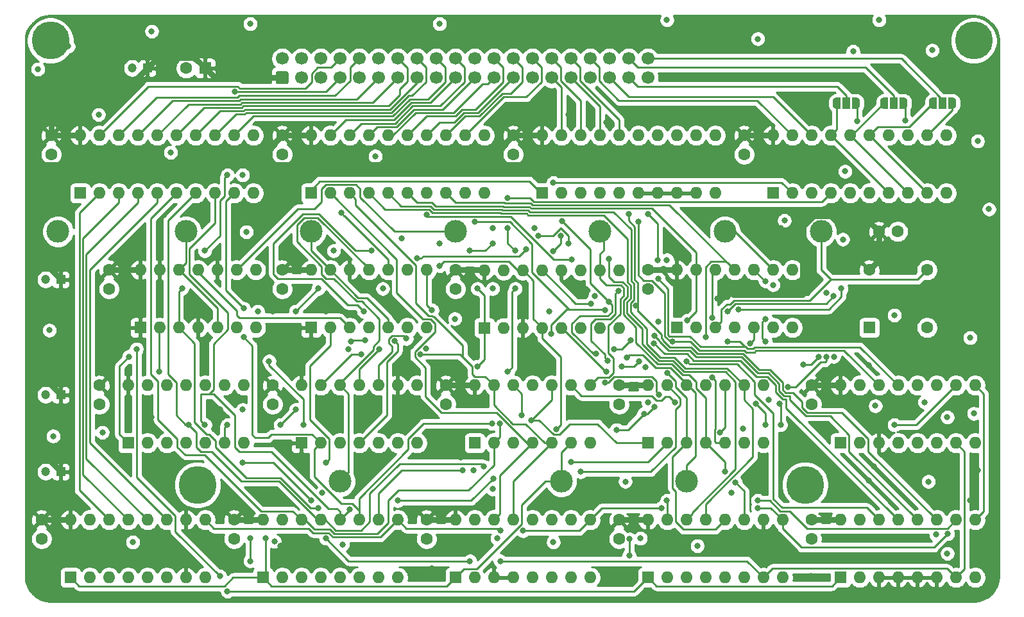
<source format=gbl>
G04 #@! TF.GenerationSoftware,KiCad,Pcbnew,(5.1.10-1-10_14)*
G04 #@! TF.CreationDate,2021-11-19T10:04:18+01:00*
G04 #@! TF.ProjectId,vga_timing_generator,7667615f-7379-46e6-932e-6b696361645f,rev?*
G04 #@! TF.SameCoordinates,Original*
G04 #@! TF.FileFunction,Copper,L4,Bot*
G04 #@! TF.FilePolarity,Positive*
%FSLAX46Y46*%
G04 Gerber Fmt 4.6, Leading zero omitted, Abs format (unit mm)*
G04 Created by KiCad (PCBNEW (5.1.10-1-10_14)) date 2021-11-19 10:04:18*
%MOMM*%
%LPD*%
G01*
G04 APERTURE LIST*
G04 #@! TA.AperFunction,SMDPad,CuDef*
%ADD10R,1.000000X1.500000*%
G04 #@! TD*
G04 #@! TA.AperFunction,SMDPad,CuDef*
%ADD11C,0.100000*%
G04 #@! TD*
G04 #@! TA.AperFunction,ComponentPad*
%ADD12C,3.000000*%
G04 #@! TD*
G04 #@! TA.AperFunction,ComponentPad*
%ADD13C,5.000000*%
G04 #@! TD*
G04 #@! TA.AperFunction,ComponentPad*
%ADD14O,1.600000X1.600000*%
G04 #@! TD*
G04 #@! TA.AperFunction,ComponentPad*
%ADD15R,1.600000X1.600000*%
G04 #@! TD*
G04 #@! TA.AperFunction,ComponentPad*
%ADD16C,1.700000*%
G04 #@! TD*
G04 #@! TA.AperFunction,ComponentPad*
%ADD17C,1.600000*%
G04 #@! TD*
G04 #@! TA.AperFunction,ComponentPad*
%ADD18C,1.200000*%
G04 #@! TD*
G04 #@! TA.AperFunction,ComponentPad*
%ADD19R,1.200000X1.200000*%
G04 #@! TD*
G04 #@! TA.AperFunction,ViaPad*
%ADD20C,0.800000*%
G04 #@! TD*
G04 #@! TA.AperFunction,Conductor*
%ADD21C,0.750000*%
G04 #@! TD*
G04 #@! TA.AperFunction,Conductor*
%ADD22C,0.250000*%
G04 #@! TD*
G04 #@! TA.AperFunction,Conductor*
%ADD23C,0.254000*%
G04 #@! TD*
G04 #@! TA.AperFunction,Conductor*
%ADD24C,0.100000*%
G04 #@! TD*
G04 APERTURE END LIST*
D10*
X217093800Y-80162400D03*
G04 #@! TA.AperFunction,SMDPad,CuDef*
D11*
G36*
X215793800Y-80911798D02*
G01*
X215769266Y-80911798D01*
X215720435Y-80906988D01*
X215672310Y-80897416D01*
X215625355Y-80883172D01*
X215580022Y-80864395D01*
X215536749Y-80841264D01*
X215495950Y-80814004D01*
X215458021Y-80782876D01*
X215423324Y-80748179D01*
X215392196Y-80710250D01*
X215364936Y-80669451D01*
X215341805Y-80626178D01*
X215323028Y-80580845D01*
X215308784Y-80533890D01*
X215299212Y-80485765D01*
X215294402Y-80436934D01*
X215294402Y-80412400D01*
X215293800Y-80412400D01*
X215293800Y-79912400D01*
X215294402Y-79912400D01*
X215294402Y-79887866D01*
X215299212Y-79839035D01*
X215308784Y-79790910D01*
X215323028Y-79743955D01*
X215341805Y-79698622D01*
X215364936Y-79655349D01*
X215392196Y-79614550D01*
X215423324Y-79576621D01*
X215458021Y-79541924D01*
X215495950Y-79510796D01*
X215536749Y-79483536D01*
X215580022Y-79460405D01*
X215625355Y-79441628D01*
X215672310Y-79427384D01*
X215720435Y-79417812D01*
X215769266Y-79413002D01*
X215793800Y-79413002D01*
X215793800Y-79412400D01*
X216343800Y-79412400D01*
X216343800Y-80912400D01*
X215793800Y-80912400D01*
X215793800Y-80911798D01*
G37*
G04 #@! TD.AperFunction*
G04 #@! TA.AperFunction,SMDPad,CuDef*
G36*
X217843800Y-79412400D02*
G01*
X218393800Y-79412400D01*
X218393800Y-79413002D01*
X218418334Y-79413002D01*
X218467165Y-79417812D01*
X218515290Y-79427384D01*
X218562245Y-79441628D01*
X218607578Y-79460405D01*
X218650851Y-79483536D01*
X218691650Y-79510796D01*
X218729579Y-79541924D01*
X218764276Y-79576621D01*
X218795404Y-79614550D01*
X218822664Y-79655349D01*
X218845795Y-79698622D01*
X218864572Y-79743955D01*
X218878816Y-79790910D01*
X218888388Y-79839035D01*
X218893198Y-79887866D01*
X218893198Y-79912400D01*
X218893800Y-79912400D01*
X218893800Y-80412400D01*
X218893198Y-80412400D01*
X218893198Y-80436934D01*
X218888388Y-80485765D01*
X218878816Y-80533890D01*
X218864572Y-80580845D01*
X218845795Y-80626178D01*
X218822664Y-80669451D01*
X218795404Y-80710250D01*
X218764276Y-80748179D01*
X218729579Y-80782876D01*
X218691650Y-80814004D01*
X218650851Y-80841264D01*
X218607578Y-80864395D01*
X218562245Y-80883172D01*
X218515290Y-80897416D01*
X218467165Y-80906988D01*
X218418334Y-80911798D01*
X218393800Y-80911798D01*
X218393800Y-80912400D01*
X217843800Y-80912400D01*
X217843800Y-79412400D01*
G37*
G04 #@! TD.AperFunction*
D10*
X223367600Y-80162400D03*
G04 #@! TA.AperFunction,SMDPad,CuDef*
D11*
G36*
X222067600Y-80911798D02*
G01*
X222043066Y-80911798D01*
X221994235Y-80906988D01*
X221946110Y-80897416D01*
X221899155Y-80883172D01*
X221853822Y-80864395D01*
X221810549Y-80841264D01*
X221769750Y-80814004D01*
X221731821Y-80782876D01*
X221697124Y-80748179D01*
X221665996Y-80710250D01*
X221638736Y-80669451D01*
X221615605Y-80626178D01*
X221596828Y-80580845D01*
X221582584Y-80533890D01*
X221573012Y-80485765D01*
X221568202Y-80436934D01*
X221568202Y-80412400D01*
X221567600Y-80412400D01*
X221567600Y-79912400D01*
X221568202Y-79912400D01*
X221568202Y-79887866D01*
X221573012Y-79839035D01*
X221582584Y-79790910D01*
X221596828Y-79743955D01*
X221615605Y-79698622D01*
X221638736Y-79655349D01*
X221665996Y-79614550D01*
X221697124Y-79576621D01*
X221731821Y-79541924D01*
X221769750Y-79510796D01*
X221810549Y-79483536D01*
X221853822Y-79460405D01*
X221899155Y-79441628D01*
X221946110Y-79427384D01*
X221994235Y-79417812D01*
X222043066Y-79413002D01*
X222067600Y-79413002D01*
X222067600Y-79412400D01*
X222617600Y-79412400D01*
X222617600Y-80912400D01*
X222067600Y-80912400D01*
X222067600Y-80911798D01*
G37*
G04 #@! TD.AperFunction*
G04 #@! TA.AperFunction,SMDPad,CuDef*
G36*
X224117600Y-79412400D02*
G01*
X224667600Y-79412400D01*
X224667600Y-79413002D01*
X224692134Y-79413002D01*
X224740965Y-79417812D01*
X224789090Y-79427384D01*
X224836045Y-79441628D01*
X224881378Y-79460405D01*
X224924651Y-79483536D01*
X224965450Y-79510796D01*
X225003379Y-79541924D01*
X225038076Y-79576621D01*
X225069204Y-79614550D01*
X225096464Y-79655349D01*
X225119595Y-79698622D01*
X225138372Y-79743955D01*
X225152616Y-79790910D01*
X225162188Y-79839035D01*
X225166998Y-79887866D01*
X225166998Y-79912400D01*
X225167600Y-79912400D01*
X225167600Y-80412400D01*
X225166998Y-80412400D01*
X225166998Y-80436934D01*
X225162188Y-80485765D01*
X225152616Y-80533890D01*
X225138372Y-80580845D01*
X225119595Y-80626178D01*
X225096464Y-80669451D01*
X225069204Y-80710250D01*
X225038076Y-80748179D01*
X225003379Y-80782876D01*
X224965450Y-80814004D01*
X224924651Y-80841264D01*
X224881378Y-80864395D01*
X224836045Y-80883172D01*
X224789090Y-80897416D01*
X224740965Y-80906988D01*
X224692134Y-80911798D01*
X224667600Y-80911798D01*
X224667600Y-80912400D01*
X224117600Y-80912400D01*
X224117600Y-79412400D01*
G37*
G04 #@! TD.AperFunction*
D10*
X229793800Y-80162400D03*
G04 #@! TA.AperFunction,SMDPad,CuDef*
D11*
G36*
X228493800Y-80911798D02*
G01*
X228469266Y-80911798D01*
X228420435Y-80906988D01*
X228372310Y-80897416D01*
X228325355Y-80883172D01*
X228280022Y-80864395D01*
X228236749Y-80841264D01*
X228195950Y-80814004D01*
X228158021Y-80782876D01*
X228123324Y-80748179D01*
X228092196Y-80710250D01*
X228064936Y-80669451D01*
X228041805Y-80626178D01*
X228023028Y-80580845D01*
X228008784Y-80533890D01*
X227999212Y-80485765D01*
X227994402Y-80436934D01*
X227994402Y-80412400D01*
X227993800Y-80412400D01*
X227993800Y-79912400D01*
X227994402Y-79912400D01*
X227994402Y-79887866D01*
X227999212Y-79839035D01*
X228008784Y-79790910D01*
X228023028Y-79743955D01*
X228041805Y-79698622D01*
X228064936Y-79655349D01*
X228092196Y-79614550D01*
X228123324Y-79576621D01*
X228158021Y-79541924D01*
X228195950Y-79510796D01*
X228236749Y-79483536D01*
X228280022Y-79460405D01*
X228325355Y-79441628D01*
X228372310Y-79427384D01*
X228420435Y-79417812D01*
X228469266Y-79413002D01*
X228493800Y-79413002D01*
X228493800Y-79412400D01*
X229043800Y-79412400D01*
X229043800Y-80912400D01*
X228493800Y-80912400D01*
X228493800Y-80911798D01*
G37*
G04 #@! TD.AperFunction*
G04 #@! TA.AperFunction,SMDPad,CuDef*
G36*
X230543800Y-79412400D02*
G01*
X231093800Y-79412400D01*
X231093800Y-79413002D01*
X231118334Y-79413002D01*
X231167165Y-79417812D01*
X231215290Y-79427384D01*
X231262245Y-79441628D01*
X231307578Y-79460405D01*
X231350851Y-79483536D01*
X231391650Y-79510796D01*
X231429579Y-79541924D01*
X231464276Y-79576621D01*
X231495404Y-79614550D01*
X231522664Y-79655349D01*
X231545795Y-79698622D01*
X231564572Y-79743955D01*
X231578816Y-79790910D01*
X231588388Y-79839035D01*
X231593198Y-79887866D01*
X231593198Y-79912400D01*
X231593800Y-79912400D01*
X231593800Y-80412400D01*
X231593198Y-80412400D01*
X231593198Y-80436934D01*
X231588388Y-80485765D01*
X231578816Y-80533890D01*
X231564572Y-80580845D01*
X231545795Y-80626178D01*
X231522664Y-80669451D01*
X231495404Y-80710250D01*
X231464276Y-80748179D01*
X231429579Y-80782876D01*
X231391650Y-80814004D01*
X231350851Y-80841264D01*
X231307578Y-80864395D01*
X231262245Y-80883172D01*
X231215290Y-80897416D01*
X231167165Y-80906988D01*
X231118334Y-80911798D01*
X231093800Y-80911798D01*
X231093800Y-80912400D01*
X230543800Y-80912400D01*
X230543800Y-79412400D01*
G37*
G04 #@! TD.AperFunction*
D12*
X113055400Y-97129600D03*
D13*
X211658200Y-130606800D03*
X131495800Y-130606800D03*
X233908600Y-71907400D03*
X112064800Y-71907400D03*
D14*
X169316400Y-102235000D03*
X187096400Y-109855000D03*
X171856400Y-102235000D03*
X184556400Y-109855000D03*
X174396400Y-102235000D03*
X182016400Y-109855000D03*
X176936400Y-102235000D03*
X179476400Y-109855000D03*
X179476400Y-102235000D03*
X176936400Y-109855000D03*
X182016400Y-102235000D03*
X174396400Y-109855000D03*
X184556400Y-102235000D03*
X171856400Y-109855000D03*
X187096400Y-102235000D03*
D15*
X169316400Y-109855000D03*
D14*
X145186400Y-117449600D03*
X160426400Y-125069600D03*
X147726400Y-117449600D03*
X157886400Y-125069600D03*
X150266400Y-117449600D03*
X155346400Y-125069600D03*
X152806400Y-117449600D03*
X152806400Y-125069600D03*
X155346400Y-117449600D03*
X150266400Y-125069600D03*
X157886400Y-117449600D03*
X147726400Y-125069600D03*
X160426400Y-117449600D03*
D15*
X145186400Y-125069600D03*
D16*
X190906400Y-74269600D03*
X188366400Y-74269600D03*
X185826400Y-74269600D03*
X183286400Y-74269600D03*
X180746400Y-74269600D03*
X178206400Y-74269600D03*
X175666400Y-74269600D03*
X173126400Y-74269600D03*
X170586400Y-74269600D03*
X168046400Y-74269600D03*
X165506400Y-74269600D03*
X162966400Y-74269600D03*
X160426400Y-74269600D03*
X157886400Y-74269600D03*
X155346400Y-74269600D03*
X152806400Y-74269600D03*
X150266400Y-74269600D03*
X147726400Y-74269600D03*
X145186400Y-74269600D03*
X142646400Y-74269600D03*
X190906400Y-76809600D03*
X188366400Y-76809600D03*
X185826400Y-76809600D03*
X183286400Y-76809600D03*
X180746400Y-76809600D03*
X178206400Y-76809600D03*
X175666400Y-76809600D03*
X173126400Y-76809600D03*
X170586400Y-76809600D03*
X168046400Y-76809600D03*
X165506400Y-76809600D03*
X162966400Y-76809600D03*
X160426400Y-76809600D03*
X157886400Y-76809600D03*
X155346400Y-76809600D03*
X152806400Y-76809600D03*
X150266400Y-76809600D03*
X147726400Y-76809600D03*
X145186400Y-76809600D03*
G04 #@! TA.AperFunction,ComponentPad*
G36*
G01*
X143246400Y-77659600D02*
X142046400Y-77659600D01*
G75*
G02*
X141796400Y-77409600I0J250000D01*
G01*
X141796400Y-76209600D01*
G75*
G02*
X142046400Y-75959600I250000J0D01*
G01*
X143246400Y-75959600D01*
G75*
G02*
X143496400Y-76209600I0J-250000D01*
G01*
X143496400Y-77409600D01*
G75*
G02*
X143246400Y-77659600I-250000J0D01*
G01*
G37*
G04 #@! TD.AperFunction*
D14*
X146456400Y-102209600D03*
X161696400Y-109829600D03*
X148996400Y-102209600D03*
X159156400Y-109829600D03*
X151536400Y-102209600D03*
X156616400Y-109829600D03*
X154076400Y-102209600D03*
X154076400Y-109829600D03*
X156616400Y-102209600D03*
X151536400Y-109829600D03*
X159156400Y-102209600D03*
X148996400Y-109829600D03*
X161696400Y-102209600D03*
D15*
X146456400Y-109829600D03*
D14*
X123916400Y-102209600D03*
X139156400Y-109829600D03*
X126456400Y-102209600D03*
X136616400Y-109829600D03*
X128996400Y-102209600D03*
X134076400Y-109829600D03*
X131536400Y-102209600D03*
X131536400Y-109829600D03*
X134076400Y-102209600D03*
X128996400Y-109829600D03*
X136616400Y-102209600D03*
X126456400Y-109829600D03*
X139156400Y-102209600D03*
D15*
X123916400Y-109829600D03*
D14*
X146456400Y-84429600D03*
X169316400Y-92049600D03*
X148996400Y-84429600D03*
X166776400Y-92049600D03*
X151536400Y-84429600D03*
X164236400Y-92049600D03*
X154076400Y-84429600D03*
X161696400Y-92049600D03*
X156616400Y-84429600D03*
X159156400Y-92049600D03*
X159156400Y-84429600D03*
X156616400Y-92049600D03*
X161696400Y-84429600D03*
X154076400Y-92049600D03*
X164236400Y-84429600D03*
X151536400Y-92049600D03*
X166776400Y-84429600D03*
X148996400Y-92049600D03*
X169316400Y-84429600D03*
D15*
X146456400Y-92049600D03*
D17*
X223886400Y-97129600D03*
X221386400Y-97129600D03*
X173126400Y-86929600D03*
X173126400Y-84429600D03*
X227736400Y-109829600D03*
X227736400Y-102209600D03*
X220116400Y-102209600D03*
D15*
X220116400Y-109829600D03*
D14*
X207416400Y-84429600D03*
X230276400Y-92049600D03*
X209956400Y-84429600D03*
X227736400Y-92049600D03*
X212496400Y-84429600D03*
X225196400Y-92049600D03*
X215036400Y-84429600D03*
X222656400Y-92049600D03*
X217576400Y-84429600D03*
X220116400Y-92049600D03*
X220116400Y-84429600D03*
X217576400Y-92049600D03*
X222656400Y-84429600D03*
X215036400Y-92049600D03*
X225196400Y-84429600D03*
X212496400Y-92049600D03*
X227736400Y-84429600D03*
X209956400Y-92049600D03*
X230276400Y-84429600D03*
D15*
X207416400Y-92049600D03*
D14*
X176936400Y-84429600D03*
X199796400Y-92049600D03*
X179476400Y-84429600D03*
X197256400Y-92049600D03*
X182016400Y-84429600D03*
X194716400Y-92049600D03*
X184556400Y-84429600D03*
X192176400Y-92049600D03*
X187096400Y-84429600D03*
X189636400Y-92049600D03*
X189636400Y-84429600D03*
X187096400Y-92049600D03*
X192176400Y-84429600D03*
X184556400Y-92049600D03*
X194716400Y-84429600D03*
X182016400Y-92049600D03*
X197256400Y-84429600D03*
X179476400Y-92049600D03*
X199796400Y-84429600D03*
D15*
X176936400Y-92049600D03*
D14*
X115976400Y-84429600D03*
X138836400Y-92049600D03*
X118516400Y-84429600D03*
X136296400Y-92049600D03*
X121056400Y-84429600D03*
X133756400Y-92049600D03*
X123596400Y-84429600D03*
X131216400Y-92049600D03*
X126136400Y-84429600D03*
X128676400Y-92049600D03*
X128676400Y-84429600D03*
X126136400Y-92049600D03*
X131216400Y-84429600D03*
X123596400Y-92049600D03*
X133756400Y-84429600D03*
X121056400Y-92049600D03*
X136296400Y-84429600D03*
X118516400Y-92049600D03*
X138836400Y-84429600D03*
D15*
X115976400Y-92049600D03*
D14*
X216306400Y-117449600D03*
X234086400Y-125069600D03*
X218846400Y-117449600D03*
X231546400Y-125069600D03*
X221386400Y-117449600D03*
X229006400Y-125069600D03*
X223926400Y-117449600D03*
X226466400Y-125069600D03*
X226466400Y-117449600D03*
X223926400Y-125069600D03*
X229006400Y-117449600D03*
X221386400Y-125069600D03*
X231546400Y-117449600D03*
X218846400Y-125069600D03*
X234086400Y-117449600D03*
D15*
X216306400Y-125069600D03*
D14*
X216316400Y-135229600D03*
X234096400Y-142849600D03*
X218856400Y-135229600D03*
X231556400Y-142849600D03*
X221396400Y-135229600D03*
X229016400Y-142849600D03*
X223936400Y-135229600D03*
X226476400Y-142849600D03*
X226476400Y-135229600D03*
X223936400Y-142849600D03*
X229016400Y-135229600D03*
X221396400Y-142849600D03*
X231556400Y-135229600D03*
X218856400Y-142849600D03*
X234096400Y-135229600D03*
D15*
X216316400Y-142849600D03*
D14*
X190906400Y-135229600D03*
X208686400Y-142849600D03*
X193446400Y-135229600D03*
X206146400Y-142849600D03*
X195986400Y-135229600D03*
X203606400Y-142849600D03*
X198526400Y-135229600D03*
X201066400Y-142849600D03*
X201066400Y-135229600D03*
X198526400Y-142849600D03*
X203606400Y-135229600D03*
X195986400Y-142849600D03*
X206146400Y-135229600D03*
X193446400Y-142849600D03*
X208686400Y-135229600D03*
D15*
X190906400Y-142849600D03*
D14*
X190906400Y-117449600D03*
X206146400Y-125069600D03*
X193446400Y-117449600D03*
X203606400Y-125069600D03*
X195986400Y-117449600D03*
X201066400Y-125069600D03*
X198526400Y-117449600D03*
X198526400Y-125069600D03*
X201066400Y-117449600D03*
X195986400Y-125069600D03*
X203606400Y-117449600D03*
X193446400Y-125069600D03*
X206146400Y-117449600D03*
D15*
X190906400Y-125069600D03*
D14*
X194716400Y-102209600D03*
X209956400Y-109829600D03*
X197256400Y-102209600D03*
X207416400Y-109829600D03*
X199796400Y-102209600D03*
X204876400Y-109829600D03*
X202336400Y-102209600D03*
X202336400Y-109829600D03*
X204876400Y-102209600D03*
X199796400Y-109829600D03*
X207416400Y-102209600D03*
X197256400Y-109829600D03*
X209956400Y-102209600D03*
D15*
X194716400Y-109829600D03*
D14*
X168046400Y-117449600D03*
X183286400Y-125069600D03*
X170586400Y-117449600D03*
X180746400Y-125069600D03*
X173126400Y-117449600D03*
X178206400Y-125069600D03*
X175666400Y-117449600D03*
X175666400Y-125069600D03*
X178206400Y-117449600D03*
X173126400Y-125069600D03*
X180746400Y-117449600D03*
X170586400Y-125069600D03*
X183286400Y-117449600D03*
D15*
X168046400Y-125069600D03*
D14*
X122326400Y-117449600D03*
X137566400Y-125069600D03*
X124866400Y-117449600D03*
X135026400Y-125069600D03*
X127406400Y-117449600D03*
X132486400Y-125069600D03*
X129946400Y-117449600D03*
X129946400Y-125069600D03*
X132486400Y-117449600D03*
X127406400Y-125069600D03*
X135026400Y-117449600D03*
X124866400Y-125069600D03*
X137566400Y-117449600D03*
D15*
X122326400Y-125069600D03*
D14*
X165506400Y-135229600D03*
X183286400Y-142849600D03*
X168046400Y-135229600D03*
X180746400Y-142849600D03*
X170586400Y-135229600D03*
X178206400Y-142849600D03*
X173126400Y-135229600D03*
X175666400Y-142849600D03*
X175666400Y-135229600D03*
X173126400Y-142849600D03*
X178206400Y-135229600D03*
X170586400Y-142849600D03*
X180746400Y-135229600D03*
X168046400Y-142849600D03*
X183286400Y-135229600D03*
D15*
X165506400Y-142849600D03*
D14*
X140106400Y-135229600D03*
X157886400Y-142849600D03*
X142646400Y-135229600D03*
X155346400Y-142849600D03*
X145186400Y-135229600D03*
X152806400Y-142849600D03*
X147726400Y-135229600D03*
X150266400Y-142849600D03*
X150266400Y-135229600D03*
X147726400Y-142849600D03*
X152806400Y-135229600D03*
X145186400Y-142849600D03*
X155346400Y-135229600D03*
X142646400Y-142849600D03*
X157886400Y-135229600D03*
D15*
X140106400Y-142849600D03*
D14*
X114706400Y-135229600D03*
X132486400Y-142849600D03*
X117246400Y-135229600D03*
X129946400Y-142849600D03*
X119786400Y-135229600D03*
X127406400Y-142849600D03*
X122326400Y-135229600D03*
X124866400Y-142849600D03*
X124866400Y-135229600D03*
X122326400Y-142849600D03*
X127406400Y-135229600D03*
X119786400Y-142849600D03*
X129946400Y-135229600D03*
X117246400Y-142849600D03*
X132486400Y-135229600D03*
D15*
X114706400Y-142849600D03*
D12*
X129946400Y-97129600D03*
X165506400Y-97129600D03*
X201066400Y-97129600D03*
X146456400Y-97129600D03*
X184556400Y-97129600D03*
X179476400Y-130149600D03*
X213766400Y-97129600D03*
X195986400Y-130149600D03*
X150266400Y-130149600D03*
D17*
X129986400Y-75539600D03*
D15*
X132486400Y-75539600D03*
D18*
X111436400Y-118719600D03*
D19*
X113436400Y-118719600D03*
D18*
X111436400Y-128879600D03*
D19*
X113436400Y-128879600D03*
D18*
X122866400Y-75539600D03*
D19*
X124866400Y-75539600D03*
D18*
X111436400Y-103479600D03*
D19*
X113436400Y-103479600D03*
D17*
X142646400Y-86929600D03*
X142646400Y-84429600D03*
X112166400Y-86929600D03*
X112166400Y-84429600D03*
X203606400Y-86929600D03*
X203606400Y-84429600D03*
X212496400Y-137729600D03*
X212496400Y-135229600D03*
X141376400Y-119949600D03*
X141376400Y-117449600D03*
X118516400Y-119949600D03*
X118516400Y-117449600D03*
X136296400Y-137729600D03*
X136296400Y-135229600D03*
X187096400Y-137729600D03*
X187096400Y-135229600D03*
X110896400Y-137729600D03*
X110896400Y-135229600D03*
X161696400Y-137729600D03*
X161696400Y-135229600D03*
X142646400Y-104709600D03*
X142646400Y-102209600D03*
X119786400Y-104709600D03*
X119786400Y-102209600D03*
X190906400Y-104709600D03*
X190906400Y-102209600D03*
X212496400Y-119949600D03*
X212496400Y-117449600D03*
X187096400Y-119949600D03*
X187096400Y-117449600D03*
X165506400Y-104709600D03*
X165506400Y-102209600D03*
X164236400Y-119949600D03*
X164236400Y-117449600D03*
D20*
X206857600Y-119354600D03*
X190627000Y-115011200D03*
X161620200Y-112623600D03*
X215442800Y-113665000D03*
X193426400Y-100869600D03*
X214426400Y-105269600D03*
X141626400Y-138069600D03*
X171026400Y-137669600D03*
X110426400Y-75669600D03*
X114426400Y-72669600D03*
X138426400Y-69669600D03*
X125426400Y-70669600D03*
X118426400Y-81669600D03*
X137426400Y-89669600D03*
X139426400Y-107669600D03*
X151426400Y-112669600D03*
X137426400Y-120669600D03*
X163426400Y-98669600D03*
X158426400Y-98069600D03*
X170426400Y-96669600D03*
X170426400Y-104669600D03*
X183926400Y-105669600D03*
X177926400Y-107669600D03*
X175926400Y-96669600D03*
X207426400Y-104169600D03*
X216626400Y-98169600D03*
X208926400Y-95669600D03*
X230426400Y-121669600D03*
X227426400Y-119669600D03*
X220926400Y-120169600D03*
X203426400Y-123169600D03*
X190926400Y-119669600D03*
X187926400Y-130169600D03*
X201926400Y-131669600D03*
X228926400Y-137169600D03*
X170426400Y-131169600D03*
X167926400Y-128669600D03*
X147926400Y-131669600D03*
X150626400Y-138469600D03*
X189926400Y-137669600D03*
X217982800Y-73329800D03*
X228426400Y-73169600D03*
X234426400Y-85169600D03*
X216926400Y-89169600D03*
X235926400Y-94169600D03*
X223426400Y-108169600D03*
X233426400Y-111169600D03*
X233926400Y-121169600D03*
X227926400Y-130169600D03*
X230426400Y-139669600D03*
X197426400Y-138669600D03*
X178426400Y-138169600D03*
X122926400Y-138169600D03*
X118926400Y-123669600D03*
X112426400Y-124169600D03*
X111926400Y-110169600D03*
X127926400Y-86669600D03*
X154926400Y-87169600D03*
X163426400Y-69669600D03*
X193426400Y-69169600D03*
X205426400Y-71669600D03*
X221426400Y-69169600D03*
X165426400Y-108669600D03*
X155926400Y-104669600D03*
X149426400Y-99669600D03*
X137926400Y-97169600D03*
X192252600Y-109016800D03*
X201078920Y-105769577D03*
X202193385Y-105496081D03*
X200095976Y-105989018D03*
X142426400Y-138669600D03*
X143426400Y-139669600D03*
X153426400Y-139669600D03*
X166426400Y-138669600D03*
X187426400Y-131669600D03*
X181426400Y-133669600D03*
X189426400Y-130669600D03*
X212426400Y-142669600D03*
X187426400Y-143669600D03*
X232426400Y-122669600D03*
X231426400Y-120669600D03*
X234426400Y-128669600D03*
X233426400Y-132669600D03*
X139306400Y-105549600D03*
X141426400Y-107669600D03*
X149011399Y-106084601D03*
X153426400Y-120669600D03*
X149426400Y-119669600D03*
X125426400Y-121669600D03*
X136426400Y-119669600D03*
X132426400Y-94669600D03*
X196426400Y-76669600D03*
X205426400Y-76669600D03*
X183426400Y-81669600D03*
X180426400Y-81669600D03*
X185426400Y-82669600D03*
X221426400Y-137669600D03*
X214426400Y-122669600D03*
X162426400Y-141669600D03*
X178791399Y-88304601D03*
X189791399Y-88304601D03*
X196791399Y-88304601D03*
X208426400Y-96669600D03*
X211331401Y-98764599D03*
X209426400Y-104669600D03*
X136361401Y-88304601D03*
X139426400Y-89669600D03*
X144426400Y-113669600D03*
X216426400Y-99669600D03*
X145791399Y-88304601D03*
X148426400Y-107669600D03*
X134426400Y-120669600D03*
X216541401Y-95054599D03*
X215926400Y-108669600D03*
X140926400Y-84669600D03*
X140666400Y-86409600D03*
X141426400Y-132669600D03*
X211150200Y-126161800D03*
X205917800Y-129921000D03*
X153136600Y-130403600D03*
X154686000Y-127279400D03*
X205841600Y-89230200D03*
X212293200Y-80416400D03*
X186708499Y-121596701D03*
X166243000Y-127025400D03*
X220091000Y-130048000D03*
X220726000Y-128168400D03*
X220040200Y-114833400D03*
X224231200Y-77292200D03*
X163601400Y-124536200D03*
X205426400Y-133669600D03*
X192721390Y-133669600D03*
X230448345Y-137079413D03*
X171426400Y-136669600D03*
X174426400Y-136669600D03*
X163426400Y-101669600D03*
X150426400Y-94669600D03*
X178860369Y-123250385D03*
X147426400Y-133669600D03*
X148426400Y-137669600D03*
X167426400Y-140669600D03*
X171426400Y-140669600D03*
X136426400Y-78669600D03*
X135426390Y-89669600D03*
X132426400Y-99669600D03*
X129426400Y-104669600D03*
X138426400Y-140669600D03*
X138426400Y-137669600D03*
X188495746Y-137772806D03*
X188439060Y-139944590D03*
X188632942Y-111515814D03*
X186426400Y-112669600D03*
X186757265Y-123338735D03*
X191744600Y-120269000D03*
X190398400Y-121208800D03*
X183413740Y-106656940D03*
X188112268Y-113820918D03*
X148426400Y-127669600D03*
X140426400Y-137669600D03*
X135426400Y-144669600D03*
X134426400Y-142669600D03*
X123426400Y-112669600D03*
X166426400Y-128669600D03*
X137426400Y-127669600D03*
X146439060Y-132656940D03*
X175513564Y-122037045D03*
X171366764Y-122507894D03*
X180746400Y-127609600D03*
X130346391Y-122669600D03*
X169294489Y-128199419D03*
X157886400Y-132689600D03*
X182016400Y-128879600D03*
X151536400Y-133809278D03*
X132452055Y-122669936D03*
X170538180Y-129744641D03*
X137566400Y-111099600D03*
X137566400Y-107289600D03*
X174250749Y-121437400D03*
X170366843Y-122494409D03*
X153095535Y-113338735D03*
X160882793Y-113369421D03*
X189636400Y-95859600D03*
X187426400Y-114944590D03*
X194151251Y-111684823D03*
X189763400Y-114274596D03*
X135426400Y-122669600D03*
X142426400Y-122669600D03*
X144426400Y-120669600D03*
X204426400Y-111896607D03*
X192381872Y-118714128D03*
X185282667Y-117119612D03*
X187013508Y-104944590D03*
X185619245Y-114219589D03*
X188394862Y-94799633D03*
X189336806Y-106915645D03*
X179601421Y-95776940D03*
X185754096Y-106394610D03*
X184095338Y-113313218D03*
X191760640Y-110901481D03*
X168046400Y-95859600D03*
X151762817Y-111640167D03*
X153603131Y-111467550D03*
X185281410Y-107529578D03*
X178180998Y-110667800D03*
X191727498Y-111900944D03*
X122426400Y-113669600D03*
X147426400Y-104669600D03*
X144426410Y-107669600D03*
X194460862Y-119667389D03*
X198526400Y-111099600D03*
X195994199Y-114262719D03*
X206426400Y-122669600D03*
X206426400Y-111669600D03*
X206426400Y-108669600D03*
X206426400Y-103669600D03*
X205189940Y-119906060D03*
X200426400Y-123669600D03*
X155426416Y-112669600D03*
X201066400Y-128879600D03*
X202433766Y-130246966D03*
X180821561Y-100864439D03*
X185749260Y-100712138D03*
X161696400Y-94939600D03*
X154426400Y-99669600D03*
X153426400Y-107669600D03*
X157470929Y-111615805D03*
X162427261Y-107529591D03*
X159042564Y-111271005D03*
X172426400Y-115669600D03*
X173426400Y-104669600D03*
X173426400Y-99669600D03*
X172426400Y-96669600D03*
X172426400Y-92669600D03*
X145426400Y-122669600D03*
X126426400Y-115669600D03*
X140929647Y-114249556D03*
X192176400Y-100939600D03*
X201426400Y-111669600D03*
X199438674Y-116387004D03*
X190906400Y-94799633D03*
X192271561Y-103384439D03*
X193459132Y-115834900D03*
X196129399Y-108846893D03*
X214426400Y-113669600D03*
X209413740Y-117656940D03*
X160426400Y-100669600D03*
X178426400Y-90669600D03*
X178381870Y-99723396D03*
X179426400Y-97694920D03*
X174876412Y-99450150D03*
X216426400Y-104669600D03*
X202876403Y-107394610D03*
X185426400Y-115669600D03*
X201426400Y-107669600D03*
X215426400Y-105669600D03*
X193426400Y-132669600D03*
X205426400Y-132669600D03*
X223426400Y-122669600D03*
X180426400Y-98669600D03*
X176426400Y-97669600D03*
X170426400Y-98669600D03*
X168426400Y-104669600D03*
X167426400Y-99669600D03*
X168426400Y-114944590D03*
X199370966Y-108495804D03*
X208426400Y-122669600D03*
X208272605Y-119876135D03*
X211426400Y-114669600D03*
X213426400Y-113669600D03*
X224917000Y-82473800D03*
X218567000Y-82524600D03*
D21*
X133756400Y-76809600D02*
X132486400Y-75539600D01*
X142646400Y-76809600D02*
X133756400Y-76809600D01*
X126241401Y-74164599D02*
X124866400Y-75539600D01*
X131111399Y-74164599D02*
X126241401Y-74164599D01*
X132486400Y-75539600D02*
X131111399Y-74164599D01*
X112166400Y-80619600D02*
X112166400Y-84429600D01*
X112166400Y-84429600D02*
X115976400Y-84429600D01*
X124866400Y-75539600D02*
X122326400Y-78079600D01*
X122326400Y-78079600D02*
X114706400Y-78079600D01*
X114706400Y-78079600D02*
X112166400Y-80619600D01*
X112166400Y-80619600D02*
X109626400Y-83159600D01*
X109626400Y-83159600D02*
X109626400Y-88239600D01*
X109626400Y-88239600D02*
X109691401Y-88304601D01*
X199731399Y-88304601D02*
X203606400Y-84429600D01*
X203606400Y-84429600D02*
X207416400Y-84429600D01*
X169381401Y-88174599D02*
X169381401Y-88304601D01*
X169381401Y-88304601D02*
X178791399Y-88304601D01*
X173126400Y-84429600D02*
X169381401Y-88174599D01*
X173126400Y-84429600D02*
X176936400Y-84429600D01*
X142646400Y-84429600D02*
X140666400Y-86409600D01*
X138771399Y-88304601D02*
X136361401Y-88304601D01*
X136361401Y-88304601D02*
X145791399Y-88304601D01*
X109691401Y-88304601D02*
X136361401Y-88304601D01*
X142646400Y-84429600D02*
X146456400Y-84429600D01*
X221386400Y-100939600D02*
X220116400Y-102209600D01*
X221386400Y-97129600D02*
X221386400Y-100939600D01*
X212496400Y-117449600D02*
X216306400Y-117449600D01*
X212496400Y-135229600D02*
X216316400Y-135229600D01*
X161696400Y-135229600D02*
X165506400Y-135229600D01*
X110896400Y-135229600D02*
X114706400Y-135229600D01*
X164236400Y-117449600D02*
X168046400Y-117449600D01*
X187096400Y-117449600D02*
X190906400Y-117449600D01*
X165506400Y-102209600D02*
X169316400Y-102209600D01*
X142646400Y-102209600D02*
X146456400Y-102209600D01*
X119786400Y-102209600D02*
X123916400Y-102209600D01*
X109691401Y-99734601D02*
X113436400Y-103479600D01*
X109691401Y-88304601D02*
X109691401Y-99734601D01*
X109691401Y-114974601D02*
X113436400Y-118719600D01*
X109691401Y-99734601D02*
X109691401Y-114974601D01*
X109691401Y-125134601D02*
X113436400Y-128879600D01*
X109691401Y-114974601D02*
X109691401Y-125134601D01*
X187096400Y-135229600D02*
X190906400Y-135229600D01*
X136296400Y-135229600D02*
X140106400Y-135229600D01*
X219311399Y-95054599D02*
X216541401Y-95054599D01*
X202216882Y-105519578D02*
X202193385Y-105496081D01*
X212770399Y-95054599D02*
X211331401Y-96493597D01*
X211331401Y-96493597D02*
X211331401Y-98764599D01*
X221386400Y-97129600D02*
X219311399Y-95054599D01*
X211331401Y-105519578D02*
X202216882Y-105519578D01*
X190906400Y-102209600D02*
X194716400Y-102209600D01*
X178791399Y-88304601D02*
X189791399Y-88304601D01*
X189791399Y-88304601D02*
X196791399Y-88304601D01*
X196791399Y-88304601D02*
X199731399Y-88304601D01*
X211331401Y-98764599D02*
X211331401Y-105519578D01*
X145791399Y-88304601D02*
X169381401Y-88304601D01*
X216541401Y-95054599D02*
X212770399Y-95054599D01*
X140666400Y-86409600D02*
X138771399Y-88304601D01*
D22*
X190906400Y-74269600D02*
X224360636Y-74269600D01*
X224360636Y-74269600D02*
X229793800Y-79702764D01*
X229793800Y-79702764D02*
X229793800Y-80162400D01*
X219649801Y-75444601D02*
X223367600Y-79162400D01*
X223367600Y-79162400D02*
X223367600Y-80162400D01*
X189541401Y-75444601D02*
X219649801Y-75444601D01*
X188366400Y-74269600D02*
X189541401Y-75444601D01*
X184461401Y-75444601D02*
X183286400Y-74269600D01*
X187077409Y-79799611D02*
X184461401Y-77183603D01*
X209956400Y-84429600D02*
X205326411Y-79799611D01*
X205326411Y-79799611D02*
X187077409Y-79799611D01*
X184461401Y-77183603D02*
X184461401Y-75444601D01*
X181921401Y-77183603D02*
X181921401Y-75444601D01*
X181921401Y-75444601D02*
X180746400Y-74269600D01*
X187096400Y-82358602D02*
X181921401Y-77183603D01*
X187096400Y-84429600D02*
X187096400Y-82358602D01*
X179381401Y-77183603D02*
X179381401Y-75444601D01*
X182016400Y-79818602D02*
X179381401Y-77183603D01*
X179381401Y-75444601D02*
X178206400Y-74269600D01*
X182016400Y-84429600D02*
X182016400Y-79818602D01*
X166776400Y-84429600D02*
X171856400Y-79349600D01*
X176841401Y-75444601D02*
X175666400Y-74269600D01*
X176841401Y-77373601D02*
X176841401Y-75444601D01*
X174865402Y-79349600D02*
X176841401Y-77373601D01*
X171856400Y-79349600D02*
X174865402Y-79349600D01*
X164236400Y-84429600D02*
X166776400Y-81889600D01*
X172775413Y-78899589D02*
X174301401Y-77373601D01*
X166776400Y-81889600D02*
X168679990Y-81889600D01*
X174301401Y-77373601D02*
X174301401Y-75444601D01*
X168679990Y-81889600D02*
X171670000Y-78899589D01*
X171670000Y-78899589D02*
X172775413Y-78899589D01*
X174301401Y-75444601D02*
X173126400Y-74269600D01*
X159156400Y-84429600D02*
X161696400Y-81889600D01*
X165503580Y-81889600D02*
X166403599Y-80989580D01*
X171761401Y-77373601D02*
X171761401Y-75444601D01*
X166403599Y-80989580D02*
X168145422Y-80989580D01*
X161696400Y-81889600D02*
X165503580Y-81889600D01*
X171761401Y-75444601D02*
X170586400Y-74269600D01*
X168145422Y-80989580D02*
X171761401Y-77373601D01*
X166681401Y-75444601D02*
X165506400Y-74269600D01*
X163515435Y-80539567D02*
X166681401Y-77373601D01*
X151536400Y-84429600D02*
X153111412Y-82854588D01*
X159872843Y-80539567D02*
X163515435Y-80539567D01*
X166681401Y-77373601D02*
X166681401Y-75444601D01*
X157557822Y-82854588D02*
X159872843Y-80539567D01*
X153111412Y-82854588D02*
X157557822Y-82854588D01*
X138836400Y-81889600D02*
X157249989Y-81889600D01*
X159500044Y-79639545D02*
X161875457Y-79639545D01*
X136296400Y-84429600D02*
X138836400Y-81889600D01*
X161875457Y-79639545D02*
X164141401Y-77373601D01*
X164141401Y-77373601D02*
X164141401Y-75444601D01*
X164141401Y-75444601D02*
X162966400Y-74269600D01*
X157249989Y-81889600D02*
X159500044Y-79639545D01*
X161601401Y-75444601D02*
X160426400Y-74269600D01*
X137706402Y-81644657D02*
X137911470Y-81439589D01*
X161601401Y-77373601D02*
X161601401Y-75444601D01*
X159313644Y-79189534D02*
X159785467Y-79189534D01*
X136541343Y-81644657D02*
X137706402Y-81644657D01*
X137911470Y-81439589D02*
X157063589Y-81439589D01*
X157063589Y-81439589D02*
X159313644Y-79189534D01*
X133756400Y-84429600D02*
X136541343Y-81644657D01*
X159785467Y-79189534D02*
X161601401Y-77373601D01*
X158145489Y-78289512D02*
X159156400Y-77278602D01*
X159156400Y-75539600D02*
X157886400Y-74269600D01*
X158145489Y-79084867D02*
X158145489Y-78289512D01*
X159156400Y-77278602D02*
X159156400Y-75539600D01*
X156690789Y-80539567D02*
X158145489Y-79084867D01*
X137333602Y-80744635D02*
X137538670Y-80539567D01*
X128676400Y-84429600D02*
X132361365Y-80744635D01*
X132361365Y-80744635D02*
X137333602Y-80744635D01*
X137538670Y-80539567D02*
X156690789Y-80539567D01*
X151631399Y-75444601D02*
X152806400Y-74269600D01*
X136774402Y-79394602D02*
X136979468Y-79189536D01*
X121056400Y-84429600D02*
X126091398Y-79394602D01*
X151631399Y-77183603D02*
X151631399Y-75444601D01*
X149625466Y-79189536D02*
X151631399Y-77183603D01*
X136979468Y-79189536D02*
X149625466Y-79189536D01*
X126091398Y-79394602D02*
X136774402Y-79394602D01*
X146551399Y-76245599D02*
X147352397Y-75444601D01*
X149091399Y-75444601D02*
X150266400Y-74269600D01*
X125001402Y-77944598D02*
X136774402Y-77944598D01*
X145705411Y-78219589D02*
X146551399Y-77373601D01*
X118516400Y-84429600D02*
X125001402Y-77944598D01*
X137049393Y-78219589D02*
X145705411Y-78219589D01*
X146551399Y-77373601D02*
X146551399Y-76245599D01*
X147352397Y-75444601D02*
X149091399Y-75444601D01*
X136774402Y-77944598D02*
X137049393Y-78219589D01*
X235211401Y-118574601D02*
X234086400Y-117449600D01*
X235211401Y-134114599D02*
X235211401Y-118574601D01*
X234096400Y-135229600D02*
X235211401Y-134114599D01*
X207126400Y-133669600D02*
X208686400Y-135229600D01*
X205426400Y-133669600D02*
X207126400Y-133669600D01*
X184846400Y-133669600D02*
X192721390Y-133669600D01*
X183286400Y-135229600D02*
X184846400Y-133669600D01*
X228673157Y-138854601D02*
X230448345Y-137079413D01*
X208686400Y-135229600D02*
X208686400Y-136360970D01*
X211180031Y-138854601D02*
X228673157Y-138854601D01*
X208686400Y-136360970D02*
X211180031Y-138854601D01*
X159011401Y-136354601D02*
X171111401Y-136354601D01*
X171111401Y-136354601D02*
X171426400Y-136669600D01*
X157886400Y-135229600D02*
X159011401Y-136354601D01*
X181846400Y-136669600D02*
X183286400Y-135229600D01*
X174426400Y-136669600D02*
X181846400Y-136669600D01*
X132486400Y-135229600D02*
X133611401Y-136354601D01*
X155611767Y-137504233D02*
X157886400Y-135229600D01*
X146111401Y-136354601D02*
X146701399Y-136944599D01*
X146701399Y-136944599D02*
X148774401Y-136944599D01*
X133611401Y-136354601D02*
X146111401Y-136354601D01*
X149334035Y-137504233D02*
X155611767Y-137504233D01*
X148774401Y-136944599D02*
X149334035Y-137504233D01*
X175811399Y-103624599D02*
X174396400Y-102209600D01*
X175811399Y-108704599D02*
X175811399Y-103624599D01*
X176936400Y-109829600D02*
X175811399Y-108704599D01*
X156616400Y-102209600D02*
X156616400Y-100786598D01*
X156616400Y-100786598D02*
X150899401Y-95069599D01*
X150899401Y-95069599D02*
X150826399Y-95069599D01*
X150826399Y-95069599D02*
X150426400Y-94669600D01*
X176936400Y-109829600D02*
X176936400Y-111252588D01*
X179401242Y-122709512D02*
X178860369Y-123250385D01*
X176936400Y-111252588D02*
X179401242Y-113717430D01*
X179401242Y-113717430D02*
X179401242Y-122709512D01*
X173669203Y-102209600D02*
X172544202Y-101084599D01*
X164011401Y-101084599D02*
X163426400Y-101669600D01*
X172544202Y-101084599D02*
X164011401Y-101084599D01*
X174396400Y-102209600D02*
X173669203Y-102209600D01*
X217093800Y-79162400D02*
X217093800Y-80162400D01*
X215916001Y-77984601D02*
X217093800Y-79162400D01*
X189541401Y-77984601D02*
X215916001Y-77984601D01*
X188366400Y-76809600D02*
X189541401Y-77984601D01*
X188366400Y-79349600D02*
X185826400Y-76809600D01*
X207416400Y-79349600D02*
X188366400Y-79349600D01*
X212496400Y-84429600D02*
X207416400Y-79349600D01*
X184556400Y-80619600D02*
X180746400Y-76809600D01*
X184556400Y-84429600D02*
X184556400Y-80619600D01*
X179476400Y-78079600D02*
X178206400Y-76809600D01*
X179476400Y-84429600D02*
X179476400Y-78079600D01*
X172276401Y-77659599D02*
X173126400Y-76809600D01*
X172273579Y-77659599D02*
X172276401Y-77659599D01*
X163416409Y-82709591D02*
X165319999Y-82709591D01*
X165319999Y-82709591D02*
X166590000Y-81439589D01*
X161696400Y-84429600D02*
X163416409Y-82709591D01*
X168493590Y-81439589D02*
X172273579Y-77659599D01*
X166590000Y-81439589D02*
X168493590Y-81439589D01*
X157255632Y-84429600D02*
X160245643Y-81439589D01*
X156616400Y-84429600D02*
X157255632Y-84429600D01*
X165317179Y-81439589D02*
X169097169Y-77659599D01*
X169736401Y-77659599D02*
X170586400Y-76809600D01*
X160245643Y-81439589D02*
X165317179Y-81439589D01*
X169097169Y-77659599D02*
X169736401Y-77659599D01*
X163866422Y-80989578D02*
X168046400Y-76809600D01*
X160059243Y-80989578D02*
X163866422Y-80989578D01*
X157744222Y-83304599D02*
X160059243Y-80989578D01*
X154076400Y-84429600D02*
X155201401Y-83304599D01*
X155201401Y-83304599D02*
X157744222Y-83304599D01*
X148996400Y-84429600D02*
X151021423Y-82404577D01*
X151021423Y-82404577D02*
X157371423Y-82404577D01*
X157371423Y-82404577D02*
X159686444Y-80089556D01*
X159686444Y-80089556D02*
X162226444Y-80089556D01*
X162226444Y-80089556D02*
X165506400Y-76809600D01*
X131216400Y-84429600D02*
X134451354Y-81194646D01*
X160426400Y-77440367D02*
X160426400Y-76809600D01*
X156877189Y-80989578D02*
X160426400Y-77440367D01*
X137725070Y-80989578D02*
X156877189Y-80989578D01*
X134451354Y-81194646D02*
X137520002Y-81194646D01*
X137520002Y-81194646D02*
X137725070Y-80989578D01*
X154606444Y-80089556D02*
X157886400Y-76809600D01*
X137352270Y-80089556D02*
X154606444Y-80089556D01*
X130271376Y-80294624D02*
X137147202Y-80294624D01*
X126136400Y-84429600D02*
X130271376Y-80294624D01*
X137147202Y-80294624D02*
X137352270Y-80089556D01*
X123596400Y-84429600D02*
X128181387Y-79844613D01*
X128181387Y-79844613D02*
X136960802Y-79844613D01*
X136960802Y-79844613D02*
X137165870Y-79639545D01*
X137165870Y-79639545D02*
X152516455Y-79639545D01*
X152516455Y-79639545D02*
X155346400Y-76809600D01*
X232681401Y-126204601D02*
X231546400Y-125069600D01*
X232681401Y-141724599D02*
X232681401Y-126204601D01*
X231556400Y-142849600D02*
X232681401Y-141724599D01*
X206146400Y-142849600D02*
X207326400Y-141669600D01*
X230376400Y-141669600D02*
X231556400Y-142849600D01*
X207326400Y-141669600D02*
X230376400Y-141669600D01*
X131071401Y-111904601D02*
X131071401Y-122314601D01*
X128996400Y-109829600D02*
X131071401Y-111904601D01*
X133901399Y-125609601D02*
X137961398Y-129669600D01*
X133901399Y-124819597D02*
X133901399Y-125609601D01*
X133026401Y-123944599D02*
X133901399Y-124819597D01*
X131071401Y-122314601D02*
X132701399Y-123944599D01*
X132701399Y-123944599D02*
X133026401Y-123944599D01*
X137961398Y-129669600D02*
X142426400Y-129669600D01*
X142426400Y-129669600D02*
X146426400Y-133669600D01*
X146426400Y-133669600D02*
X147426400Y-133669600D01*
X151426400Y-140669600D02*
X167426400Y-140669600D01*
X148426400Y-137669600D02*
X151426400Y-140669600D01*
X203966400Y-140669600D02*
X206146400Y-142849600D01*
X171426400Y-140669600D02*
X203966400Y-140669600D01*
X150266400Y-76809600D02*
X148406400Y-78669600D01*
X148406400Y-78669600D02*
X136426400Y-78669600D01*
X132426400Y-99669600D02*
X134426400Y-97669600D01*
X134426400Y-97669600D02*
X134426400Y-93044602D01*
X134426400Y-93044602D02*
X135026391Y-92444611D01*
X135026391Y-90069599D02*
X135426390Y-89669600D01*
X135026391Y-92444611D02*
X135026391Y-90069599D01*
X128996400Y-105099600D02*
X129426400Y-104669600D01*
X128996400Y-109829600D02*
X128996400Y-105099600D01*
X150266400Y-108559600D02*
X151536400Y-109829600D01*
X131536400Y-102209600D02*
X131536400Y-102529600D01*
X136644402Y-107637602D02*
X136644402Y-108174104D01*
X137029898Y-108559600D02*
X150266400Y-108559600D01*
X136644402Y-108174104D02*
X137029898Y-108559600D01*
X131536400Y-102529600D02*
X136644402Y-107637602D01*
X138426400Y-140669600D02*
X138426400Y-137669600D01*
X188495746Y-137772806D02*
X188495746Y-139887904D01*
X188495746Y-139887904D02*
X188439060Y-139944590D01*
X187479156Y-112669600D02*
X188632942Y-111515814D01*
X186426400Y-112669600D02*
X187479156Y-112669600D01*
X191744600Y-120269000D02*
X190804800Y-121208800D01*
X190804800Y-121208800D02*
X190398400Y-121208800D01*
X188268465Y-123338735D02*
X190398400Y-121208800D01*
X186757265Y-123338735D02*
X188268465Y-123338735D01*
X176806400Y-92049600D02*
X176936400Y-92049600D01*
X175231389Y-90474589D02*
X176806400Y-92049600D01*
X146456400Y-91639600D02*
X147621411Y-90474589D01*
X147621411Y-90474589D02*
X175231389Y-90474589D01*
X146456400Y-92049600D02*
X146456400Y-91639600D01*
X151391401Y-118574601D02*
X150266400Y-117449600D01*
X151391401Y-129024599D02*
X151391401Y-118574601D01*
X150266400Y-130149600D02*
X151391401Y-129024599D01*
X154076400Y-102048598D02*
X154076400Y-102209600D01*
X145580399Y-95304599D02*
X147332401Y-95304599D01*
X144631399Y-98481009D02*
X144631399Y-96253599D01*
X150266400Y-117449600D02*
X150266400Y-117193190D01*
X154701382Y-112321614D02*
X155491399Y-111531597D01*
X149484991Y-103334601D02*
X148456399Y-103334601D01*
X152505685Y-106355295D02*
X149484991Y-103334601D01*
X153185097Y-106355295D02*
X152505685Y-106355295D01*
X147871399Y-101721009D02*
X144631399Y-98481009D01*
X148456399Y-103334601D02*
X147871399Y-102749601D01*
X144631399Y-96253599D02*
X145580399Y-95304599D01*
X147871399Y-102749601D02*
X147871399Y-101721009D01*
X155491399Y-111531597D02*
X155491399Y-108661597D01*
X154701382Y-112758208D02*
X154701382Y-112321614D01*
X147332401Y-95304599D02*
X154076400Y-102048598D01*
X155491399Y-108661597D02*
X153185097Y-106355295D01*
X150266400Y-117193190D02*
X154701382Y-112758208D01*
X176936400Y-102209600D02*
X181383740Y-106656940D01*
X181383740Y-106656940D02*
X183413740Y-106656940D01*
X195986400Y-130149600D02*
X195986400Y-128028280D01*
X195986400Y-128028280D02*
X197186373Y-126828307D01*
X196217405Y-117449600D02*
X195986400Y-117449600D01*
X197186373Y-118418568D02*
X196217405Y-117449600D01*
X197186373Y-126828307D02*
X197186373Y-118418568D01*
X188512267Y-113420919D02*
X188112268Y-113820918D01*
X195986400Y-117449600D02*
X195986400Y-117237155D01*
X191976492Y-115109890D02*
X190287521Y-113420919D01*
X190287521Y-113420919D02*
X188512267Y-113420919D01*
X195986400Y-117237155D02*
X193859135Y-115109890D01*
X193859135Y-115109890D02*
X191976492Y-115109890D01*
X213766400Y-97129600D02*
X213766400Y-102209600D01*
X213766400Y-102209600D02*
X215036400Y-103479600D01*
X227736400Y-102209600D02*
X226466400Y-103479600D01*
X226466400Y-103479600D02*
X215036400Y-103479600D01*
X212296411Y-106219589D02*
X202240000Y-106219589D01*
X202240000Y-106219589D02*
X201739979Y-106719611D01*
X201739979Y-106719611D02*
X201303387Y-106719611D01*
X215036400Y-103479600D02*
X212296411Y-106219589D01*
X201303387Y-106719611D02*
X200596399Y-107426599D01*
X200596399Y-107426599D02*
X200596399Y-109029601D01*
X200596399Y-109029601D02*
X199796400Y-109829600D01*
X179476400Y-126339600D02*
X180746400Y-125069600D01*
X179476400Y-130149600D02*
X179476400Y-126339600D01*
X166631401Y-141724599D02*
X165506400Y-142849600D01*
X168296403Y-141724599D02*
X166631401Y-141724599D01*
X174251401Y-135769601D02*
X168296403Y-141724599D01*
X174251401Y-133253279D02*
X174251401Y-135769601D01*
X177355080Y-130149600D02*
X174251401Y-133253279D01*
X179476400Y-130149600D02*
X177355080Y-130149600D01*
X141231401Y-143974601D02*
X140106400Y-142849600D01*
X164381399Y-143974601D02*
X141231401Y-143974601D01*
X165506400Y-142849600D02*
X164381399Y-143974601D01*
X140426400Y-142529600D02*
X140106400Y-142849600D01*
X140426400Y-137669600D02*
X140426400Y-142529600D01*
X136173396Y-142849600D02*
X135048395Y-143974601D01*
X135048395Y-143974601D02*
X115831401Y-143974601D01*
X140106400Y-142849600D02*
X136173396Y-142849600D01*
X115831401Y-143974601D02*
X114706400Y-142849600D01*
X148851401Y-127244599D02*
X148426400Y-127669600D01*
X148996400Y-112172604D02*
X146311401Y-114857603D01*
X146311401Y-114857603D02*
X146311401Y-121989599D01*
X148851401Y-124529599D02*
X148851401Y-127244599D01*
X146311401Y-121989599D02*
X148851401Y-124529599D01*
X148996400Y-109829600D02*
X148996400Y-112172604D01*
X185104757Y-99570160D02*
X184556400Y-100118517D01*
X184556400Y-100118517D02*
X184556400Y-102209600D01*
X184556400Y-97129600D02*
X185104757Y-97677957D01*
X185104757Y-97677957D02*
X185104757Y-99570160D01*
X187738510Y-105579390D02*
X187255729Y-106062169D01*
X185701398Y-113228738D02*
X186344247Y-113871587D01*
X184556400Y-103340970D02*
X185435018Y-104219588D01*
X185435018Y-104219588D02*
X187361510Y-104219588D01*
X187255729Y-108005269D02*
X185701398Y-109559600D01*
X187738510Y-104596588D02*
X187738510Y-105579390D01*
X187255729Y-106062169D02*
X187255729Y-108005269D01*
X185701398Y-109559600D02*
X185701398Y-113228738D01*
X186344247Y-115824757D02*
X185774402Y-116394602D01*
X185774402Y-116394602D02*
X184341398Y-116394602D01*
X187361510Y-104219588D02*
X187738510Y-104596588D01*
X184556400Y-102209600D02*
X184556400Y-103340970D01*
X186344247Y-113871587D02*
X186344247Y-115824757D01*
X184341398Y-116394602D02*
X183286400Y-117449600D01*
X146456400Y-99669600D02*
X148996400Y-102209600D01*
X146456400Y-97129600D02*
X146456400Y-99669600D01*
X153823454Y-105905284D02*
X156616400Y-108698230D01*
X152692084Y-105905284D02*
X153823454Y-105905284D01*
X148996400Y-102209600D02*
X152692084Y-105905284D01*
X156616400Y-108698230D02*
X156616400Y-109829600D01*
X144686411Y-94139589D02*
X136616400Y-102209600D01*
X157491398Y-97129600D02*
X152951399Y-92589601D01*
X152951399Y-92589601D02*
X152951399Y-91509599D01*
X165506400Y-97129600D02*
X157491398Y-97129600D01*
X152951399Y-91509599D02*
X152366399Y-90924599D01*
X152366399Y-90924599D02*
X148456399Y-90924599D01*
X147871399Y-91509599D02*
X147871399Y-93200987D01*
X146932797Y-94139589D02*
X144686411Y-94139589D01*
X148456399Y-90924599D02*
X147871399Y-91509599D01*
X147871399Y-93200987D02*
X146932797Y-94139589D01*
X129946400Y-101259600D02*
X128996400Y-102209600D01*
X129946400Y-97129600D02*
X129946400Y-101259600D01*
X215191399Y-143974601D02*
X216316400Y-142849600D01*
X192031401Y-143974601D02*
X215191399Y-143974601D01*
X190906400Y-142849600D02*
X192031401Y-143974601D01*
X128996400Y-102209600D02*
X134076400Y-107289600D01*
X134076400Y-107289600D02*
X134076400Y-109829600D01*
X190906400Y-142849600D02*
X189086400Y-144669600D01*
X189086400Y-144669600D02*
X135426400Y-144669600D01*
X123426400Y-116884598D02*
X123426400Y-112669600D01*
X123451401Y-129609599D02*
X123451401Y-116909599D01*
X128531401Y-134689599D02*
X123451401Y-129609599D01*
X128531401Y-136774601D02*
X128531401Y-134689599D01*
X123451401Y-116909599D02*
X123426400Y-116884598D01*
X134426400Y-142669600D02*
X128531401Y-136774601D01*
X155346400Y-135229600D02*
X155346400Y-131749600D01*
X158426400Y-128669600D02*
X166426400Y-128669600D01*
X155346400Y-131749600D02*
X158426400Y-128669600D01*
X137426400Y-127669600D02*
X141451720Y-127669600D01*
X141451720Y-127669600D02*
X146439060Y-132656940D01*
X118516400Y-92049600D02*
X115896367Y-94669633D01*
X115896367Y-131339567D02*
X119786400Y-135229600D01*
X115896367Y-94669633D02*
X115896367Y-131339567D01*
X121056400Y-93319600D02*
X116346378Y-98029622D01*
X116346378Y-129249578D02*
X122326400Y-135229600D01*
X116346378Y-98029622D02*
X116346378Y-129249578D01*
X121056400Y-93319600D02*
X121056400Y-92049600D01*
X116796389Y-100119611D02*
X116796389Y-127159589D01*
X123596400Y-93319600D02*
X116796389Y-100119611D01*
X116796389Y-127159589D02*
X124866400Y-135229600D01*
X123596400Y-93319600D02*
X123596400Y-92049600D01*
X126136400Y-93319600D02*
X117246400Y-102209600D01*
X117246400Y-125069600D02*
X127406400Y-135229600D01*
X117246400Y-102209600D02*
X117246400Y-125069600D01*
X126136400Y-93319600D02*
X126136400Y-92049600D01*
X132396410Y-126644612D02*
X139856397Y-134104599D01*
X128676400Y-92049600D02*
X125331399Y-95394601D01*
X139856397Y-134104599D02*
X144061399Y-134104599D01*
X125331399Y-95394601D02*
X125331399Y-115959599D01*
X144061399Y-134104599D02*
X145186400Y-135229600D01*
X125331399Y-115959599D02*
X126281399Y-116909599D01*
X129856410Y-126644612D02*
X132396410Y-126644612D01*
X126281399Y-121989599D02*
X128821399Y-124529599D01*
X126281399Y-116909599D02*
X126281399Y-121989599D01*
X128821399Y-124529599D02*
X128821399Y-125609601D01*
X128821399Y-125609601D02*
X129856410Y-126644612D01*
X178206400Y-119344209D02*
X175513564Y-122037045D01*
X178206400Y-117449600D02*
X178206400Y-119344209D01*
X190906400Y-125069600D02*
X186753396Y-125069600D01*
X184253418Y-122569622D02*
X180614136Y-122569622D01*
X186753396Y-125069600D02*
X184253418Y-122569622D01*
X178512367Y-123975387D02*
X176574025Y-122037045D01*
X176574025Y-122037045D02*
X175513564Y-122037045D01*
X180614136Y-122569622D02*
X179208371Y-123975387D01*
X179208371Y-123975387D02*
X178512367Y-123975387D01*
X167245809Y-131321102D02*
X170586400Y-127980511D01*
X156616400Y-135624602D02*
X156616400Y-132689600D01*
X149520434Y-137054222D02*
X155186780Y-137054222D01*
X145622810Y-135229600D02*
X146887798Y-136494588D01*
X170586400Y-127980511D02*
X170586400Y-125069600D01*
X155186780Y-137054222D02*
X156616400Y-135624602D01*
X148960801Y-136494588D02*
X149520434Y-137054222D01*
X146887798Y-136494588D02*
X148960801Y-136494588D01*
X145186400Y-135229600D02*
X145622810Y-135229600D01*
X156616400Y-132689600D02*
X157984898Y-131321102D01*
X157984898Y-131321102D02*
X167245809Y-131321102D01*
X170586400Y-125069600D02*
X171366764Y-124289236D01*
X171366764Y-124289236D02*
X171366764Y-122507894D01*
X190906400Y-127609600D02*
X193446400Y-125069600D01*
X180746400Y-127609600D02*
X190906400Y-127609600D01*
X128676400Y-118719600D02*
X128676400Y-121419600D01*
X127581401Y-115959599D02*
X128676400Y-117054598D01*
X131216400Y-92049600D02*
X127581401Y-95684599D01*
X127581401Y-95684599D02*
X127581401Y-115959599D01*
X128676400Y-117054598D02*
X128676400Y-121419600D01*
X128676400Y-121419600D02*
X129926400Y-122669600D01*
X129926400Y-122669600D02*
X130346391Y-122669600D01*
X147726400Y-135229600D02*
X147349990Y-135229600D01*
X147349990Y-135229600D02*
X142240001Y-130119611D01*
X137240001Y-130119611D02*
X133314991Y-126194601D01*
X133314991Y-126194601D02*
X131946399Y-126194601D01*
X131361399Y-123684608D02*
X130346391Y-122669600D01*
X131946399Y-126194601D02*
X131361399Y-125609601D01*
X142240001Y-130119611D02*
X137240001Y-130119611D01*
X131361399Y-125609601D02*
X131361399Y-123684608D01*
X158185170Y-127799420D02*
X168894490Y-127799420D01*
X168894490Y-127799420D02*
X169294489Y-128199419D01*
X149706834Y-136604211D02*
X153096791Y-136604211D01*
X147726400Y-135229600D02*
X148332223Y-135229600D01*
X154221399Y-135479603D02*
X154221399Y-131763191D01*
X148332223Y-135229600D02*
X149706834Y-136604211D01*
X153096791Y-136604211D02*
X154221399Y-135479603D01*
X154221399Y-131763191D02*
X158185170Y-127799420D01*
X151536400Y-133959600D02*
X151536400Y-133809278D01*
X150266400Y-135229600D02*
X151536400Y-133959600D01*
X130411399Y-102749601D02*
X130411399Y-99365603D01*
X133611401Y-111959601D02*
X135491399Y-110079603D01*
X135491399Y-107829601D02*
X130411399Y-102749601D01*
X133756400Y-96020602D02*
X133756400Y-92049600D01*
X131946399Y-118574601D02*
X131946399Y-122164280D01*
X130411399Y-99365603D02*
X133756400Y-96020602D01*
X131946399Y-122164280D02*
X132452055Y-122669936D01*
X133026401Y-118574601D02*
X133611401Y-117989601D01*
X133611401Y-117989601D02*
X133611401Y-111959601D01*
X135491399Y-110079603D02*
X135491399Y-107829601D01*
X131946399Y-118574601D02*
X133026401Y-118574601D01*
X149896188Y-133728018D02*
X148764818Y-133728018D01*
X150266400Y-135229600D02*
X150266400Y-134098230D01*
X150266400Y-134098230D02*
X149896188Y-133728018D01*
X148764818Y-133728018D02*
X141231401Y-126194601D01*
X136441399Y-121404599D02*
X133611401Y-118574601D01*
X136441399Y-125609601D02*
X136441399Y-121404599D01*
X137026399Y-126194601D02*
X136441399Y-125609601D01*
X133611401Y-118574601D02*
X131946399Y-118574601D01*
X141231401Y-126194601D02*
X137026399Y-126194601D01*
X194571401Y-125609601D02*
X194571401Y-120629854D01*
X191301402Y-128879600D02*
X194571401Y-125609601D01*
X182016400Y-128879600D02*
X191301402Y-128879600D01*
X195185864Y-119189064D02*
X193446400Y-117449600D01*
X194571401Y-120629854D02*
X195185864Y-120015391D01*
X195185864Y-120015391D02*
X195185864Y-119189064D01*
X167593221Y-132689600D02*
X170538180Y-129744641D01*
X157886400Y-132689600D02*
X167593221Y-132689600D01*
X136296400Y-92049600D02*
X135201401Y-93144599D01*
X135201401Y-93144599D02*
X135201401Y-104924601D01*
X135201401Y-104924601D02*
X137566400Y-107289600D01*
X152806400Y-135229600D02*
X152806400Y-134006276D01*
X146926401Y-129510603D02*
X146926401Y-125869599D01*
X152806400Y-134006276D02*
X151884401Y-133084277D01*
X150500075Y-133084277D02*
X146926401Y-129510603D01*
X151884401Y-133084277D02*
X150500075Y-133084277D01*
X146926401Y-125869599D02*
X147726400Y-125069600D01*
X146601399Y-123944599D02*
X141224407Y-123944599D01*
X138701398Y-112234598D02*
X137566400Y-111099600D01*
X140774404Y-124394602D02*
X139078398Y-124394602D01*
X139078398Y-124394602D02*
X138701398Y-124017602D01*
X141224407Y-123944599D02*
X140774404Y-124394602D01*
X147726400Y-125069600D02*
X146601399Y-123944599D01*
X138701398Y-124017602D02*
X138701398Y-112234598D01*
X174250749Y-118573949D02*
X174250749Y-121437400D01*
X173126400Y-117449600D02*
X174250749Y-118573949D01*
X159301399Y-125914600D02*
X159301399Y-124529599D01*
X152806400Y-132409599D02*
X159301399Y-125914600D01*
X152806400Y-135229600D02*
X152806400Y-132409599D01*
X159301399Y-124529599D02*
X161336589Y-122494409D01*
X161336589Y-122494409D02*
X170366843Y-122494409D01*
X170586400Y-135229600D02*
X171386399Y-134429601D01*
X171386399Y-134429601D02*
X171386399Y-129349601D01*
X171386399Y-129349601D02*
X175666400Y-125069600D01*
X162821401Y-109289599D02*
X162236401Y-108704599D01*
X175666400Y-125069600D02*
X174953790Y-125069600D01*
X162821401Y-110369601D02*
X162821401Y-109289599D01*
X161551401Y-118929603D02*
X161551401Y-115111031D01*
X174953790Y-125069600D02*
X170958791Y-121074601D01*
X157741401Y-100794601D02*
X148996400Y-92049600D01*
X160157792Y-113033210D02*
X162821401Y-110369601D01*
X162236401Y-108704599D02*
X161207809Y-108704599D01*
X157741401Y-105238191D02*
X157741401Y-100794601D01*
X161551401Y-115111031D02*
X160157792Y-113717422D01*
X161207809Y-108704599D02*
X157741401Y-105238191D01*
X163696399Y-121074601D02*
X161551401Y-118929603D01*
X160157792Y-113717422D02*
X160157792Y-113033210D01*
X170958791Y-121074601D02*
X163696399Y-121074601D01*
X173126400Y-130149600D02*
X178206400Y-125069600D01*
X173126400Y-135229600D02*
X173126400Y-130149600D01*
X160281401Y-101597603D02*
X152336399Y-93652601D01*
X160281401Y-106597603D02*
X160281401Y-101597603D01*
X162662771Y-108394601D02*
X162562814Y-108394601D01*
X166426400Y-112158230D02*
X162662771Y-108394601D01*
X167701398Y-114983913D02*
X166426400Y-113708915D01*
X162422801Y-108254588D02*
X161938386Y-108254588D01*
X166426400Y-113708915D02*
X166426400Y-112158230D01*
X152336399Y-93652601D02*
X152336399Y-92849599D01*
X161938386Y-108254588D02*
X160281401Y-106597603D01*
X168078398Y-116324591D02*
X167701398Y-115947591D01*
X169461391Y-116324591D02*
X168078398Y-116324591D01*
X170586400Y-117449600D02*
X169461391Y-116324591D01*
X162562814Y-108394601D02*
X162422801Y-108254588D01*
X152336399Y-92849599D02*
X151536400Y-92049600D01*
X167701398Y-115947591D02*
X167701398Y-114983913D01*
X151837265Y-113338735D02*
X153095535Y-113338735D01*
X147726400Y-117449600D02*
X151837265Y-113338735D01*
X166126221Y-113369421D02*
X160882793Y-113369421D01*
X166426400Y-113669600D02*
X166126221Y-113369421D01*
X173090221Y-122569621D02*
X170586400Y-120065800D01*
X177273749Y-125069600D02*
X174773770Y-122569621D01*
X178206400Y-125069600D02*
X177273749Y-125069600D01*
X170586400Y-120065800D02*
X170586400Y-117449600D01*
X174773770Y-122569621D02*
X173090221Y-122569621D01*
X221386400Y-117449600D02*
X216781412Y-112844612D01*
X205187810Y-112844612D02*
X204960802Y-113071620D01*
X203639989Y-112819611D02*
X197664539Y-112819611D01*
X197664539Y-112819611D02*
X196529751Y-111684823D01*
X203891998Y-113071620D02*
X203639989Y-112819611D01*
X216781412Y-112844612D02*
X205187810Y-112844612D01*
X204960802Y-113071620D02*
X203891998Y-113071620D01*
X196529751Y-111684823D02*
X194151251Y-111684823D01*
X189636400Y-102854600D02*
X190366399Y-103584599D01*
X189093406Y-114944590D02*
X189763400Y-114274596D01*
X193141388Y-105279586D02*
X193141388Y-110969008D01*
X193141388Y-110969008D02*
X193857203Y-111684823D01*
X190366399Y-103584599D02*
X191446401Y-103584599D01*
X191446401Y-103584599D02*
X193141388Y-105279586D01*
X187426400Y-114944590D02*
X189093406Y-114944590D01*
X193857203Y-111684823D02*
X194151251Y-111684823D01*
X189636400Y-95859600D02*
X189636400Y-102854600D01*
X135026400Y-123069600D02*
X135426400Y-122669600D01*
X135026400Y-125069600D02*
X135026400Y-123069600D01*
X142426400Y-122669600D02*
X144426400Y-120669600D01*
X204876400Y-111446607D02*
X204426400Y-111896607D01*
X204876400Y-109829600D02*
X204876400Y-111446607D01*
X191446401Y-116324599D02*
X186480816Y-116324599D01*
X192031401Y-118363657D02*
X192031401Y-116909599D01*
X186480816Y-116324599D02*
X185685803Y-117119612D01*
X185685803Y-117119612D02*
X185282667Y-117119612D01*
X192381872Y-118714128D02*
X192031401Y-118363657D01*
X192031401Y-116909599D02*
X191446401Y-116324599D01*
X186613509Y-105344589D02*
X186613509Y-108011078D01*
X184016399Y-108704599D02*
X183431399Y-109289599D01*
X185219246Y-113364122D02*
X185219246Y-113819590D01*
X185919988Y-108704599D02*
X184016399Y-108704599D01*
X183431399Y-109289599D02*
X183431399Y-111576275D01*
X183431399Y-111576275D02*
X185219246Y-113364122D01*
X187013508Y-104944590D02*
X186613509Y-105344589D01*
X185219246Y-113819590D02*
X185619245Y-114219589D01*
X186613509Y-108011078D02*
X185919988Y-108704599D01*
X189186389Y-103498824D02*
X189186389Y-96482593D01*
X189538554Y-107708752D02*
X189538554Y-103850988D01*
X189186389Y-96482593D02*
X188394862Y-95691066D01*
X189538554Y-103850988D02*
X189186389Y-103498824D01*
X188394862Y-95691066D02*
X188394862Y-94799633D01*
X189538554Y-107117393D02*
X189336806Y-106915645D01*
X189538554Y-107708752D02*
X189538554Y-107117393D01*
X219971401Y-124529599D02*
X216516403Y-121074601D01*
X203453589Y-113269622D02*
X197478139Y-113269622D01*
X211226400Y-119591778D02*
X210029223Y-118394601D01*
X229016400Y-135229600D02*
X219971401Y-126184601D01*
X209078399Y-118394601D02*
X208688739Y-118004941D01*
X192902511Y-111463540D02*
X192902511Y-111366542D01*
X192691377Y-110773397D02*
X189626732Y-107708752D01*
X197478139Y-113269622D02*
X196618341Y-112409824D01*
X205578568Y-115394601D02*
X203453589Y-113269622D01*
X207029225Y-115394601D02*
X205578568Y-115394601D01*
X208688739Y-118004941D02*
X208688739Y-117054115D01*
X208688739Y-117054115D02*
X207029225Y-115394601D01*
X193848795Y-112409824D02*
X192902511Y-111463540D01*
X211226400Y-120344602D02*
X211226400Y-119591778D01*
X192691377Y-111155408D02*
X192691377Y-110773397D01*
X189626732Y-107708752D02*
X189538554Y-107708752D01*
X219971401Y-126184601D02*
X219971401Y-124529599D01*
X210029223Y-118394601D02*
X209078399Y-118394601D01*
X211956399Y-121074601D02*
X211226400Y-120344602D01*
X216516403Y-121074601D02*
X211956399Y-121074601D01*
X196618341Y-112409824D02*
X193848795Y-112409824D01*
X192902511Y-111366542D02*
X192691377Y-111155408D01*
X179601421Y-95776940D02*
X183286400Y-99461919D01*
X183286400Y-99461919D02*
X183286400Y-103926914D01*
X183286400Y-103926914D02*
X185754096Y-106394610D01*
X185629402Y-108254588D02*
X181926410Y-108254588D01*
X183706428Y-113313218D02*
X184095338Y-113313218D01*
X180891399Y-109289599D02*
X180891399Y-110498189D01*
X185754096Y-106394610D02*
X186154095Y-106794609D01*
X186154095Y-106794609D02*
X186154095Y-107729895D01*
X180891399Y-110498189D02*
X183706428Y-113313218D01*
X181926410Y-108254588D02*
X180891399Y-109289599D01*
X186154095Y-107729895D02*
X185629402Y-108254588D01*
X205392168Y-115844612D02*
X203267189Y-113719633D01*
X197291739Y-113719633D02*
X196431941Y-112859835D01*
X206842825Y-115844612D02*
X205392168Y-115844612D01*
X208891999Y-118844612D02*
X208238728Y-118191341D01*
X217431401Y-126184601D02*
X217431401Y-124009599D01*
X208238728Y-118191341D02*
X208238728Y-117240515D01*
X217431401Y-124009599D02*
X214946414Y-121524612D01*
X211769999Y-121524612D02*
X209601413Y-119356026D01*
X226476400Y-135229600D02*
X217431401Y-126184601D01*
X203267189Y-113719633D02*
X197291739Y-113719633D01*
X209601413Y-119356026D02*
X209601413Y-118844612D01*
X192452500Y-111593341D02*
X191760640Y-110901481D01*
X208238728Y-117240515D02*
X206842825Y-115844612D01*
X193662395Y-112859835D02*
X192452500Y-111649940D01*
X192452500Y-111649940D02*
X192452500Y-111593341D01*
X214946414Y-121524612D02*
X211769999Y-121524612D01*
X209601413Y-118844612D02*
X208891999Y-118844612D01*
X196431941Y-112859835D02*
X193662395Y-112859835D01*
X151935434Y-111467550D02*
X151762817Y-111640167D01*
X153603131Y-111467550D02*
X151935434Y-111467550D01*
X180493284Y-107431486D02*
X185183318Y-107431486D01*
X185183318Y-107431486D02*
X185281410Y-107529578D01*
X168046400Y-95859600D02*
X172689404Y-95859600D01*
X172689404Y-95859600D02*
X175601414Y-98771610D01*
X175601414Y-98771610D02*
X175601414Y-102539616D01*
X175601414Y-102539616D02*
X180493284Y-107431486D01*
X178180998Y-109460000D02*
X178180998Y-110667800D01*
X180209512Y-107431486D02*
X178180998Y-109460000D01*
X180493284Y-107431486D02*
X180209512Y-107431486D01*
X223936400Y-135229600D02*
X209151401Y-120444601D01*
X205205768Y-116294623D02*
X203080789Y-114169644D01*
X209151401Y-120444601D02*
X209151401Y-119294623D01*
X207788717Y-117426915D02*
X206656425Y-116294623D01*
X207788717Y-118377741D02*
X207788717Y-117426915D01*
X196926444Y-114169644D02*
X196066646Y-113309846D01*
X196066646Y-113309846D02*
X193136400Y-113309846D01*
X206656425Y-116294623D02*
X205205768Y-116294623D01*
X193136400Y-113309846D02*
X191727498Y-111900944D01*
X209151401Y-119294623D02*
X208705599Y-119294623D01*
X208705599Y-119294623D02*
X207788717Y-118377741D01*
X203080789Y-114169644D02*
X196926444Y-114169644D01*
X121201399Y-123944599D02*
X121201399Y-114894601D01*
X122326400Y-125069600D02*
X121201399Y-123944599D01*
X121201399Y-114894601D02*
X122426400Y-113669600D01*
X144426410Y-107669590D02*
X144426410Y-107669600D01*
X147426400Y-104669600D02*
X144426410Y-107669590D01*
X193224405Y-118944599D02*
X193738072Y-118944599D01*
X182121399Y-118824599D02*
X191419339Y-118824599D01*
X192729874Y-119439130D02*
X193224405Y-118944599D01*
X193738072Y-118944599D02*
X194460862Y-119667389D01*
X180746400Y-117449600D02*
X182121399Y-118824599D01*
X192033870Y-119439130D02*
X192729874Y-119439130D01*
X191419339Y-118824599D02*
X192033870Y-119439130D01*
X199256399Y-101084599D02*
X198526400Y-101814598D01*
X202336400Y-102209600D02*
X201211399Y-101084599D01*
X201211399Y-101084599D02*
X199256399Y-101084599D01*
X198526400Y-101814598D02*
X198526400Y-111099600D01*
X202336400Y-102209600D02*
X193751412Y-93624612D01*
X172078399Y-93394601D02*
X172003398Y-93319600D01*
X172003398Y-93319600D02*
X165506400Y-93319600D01*
X175689999Y-93624612D02*
X175459988Y-93394601D01*
X175459988Y-93394601D02*
X172078399Y-93394601D01*
X193751412Y-93624612D02*
X175689999Y-93624612D01*
X165506400Y-93319600D02*
X164236400Y-92049600D01*
X196394198Y-114662718D02*
X195994199Y-114262719D01*
X202717464Y-114662718D02*
X196394198Y-114662718D01*
X205021399Y-116966653D02*
X202717464Y-114662718D01*
X207416400Y-132461000D02*
X207416400Y-121107200D01*
X219796200Y-133629400D02*
X208584800Y-133629400D01*
X221396400Y-135229600D02*
X219796200Y-133629400D01*
X207416400Y-121107200D02*
X205021399Y-118712199D01*
X208584800Y-133629400D02*
X207416400Y-132461000D01*
X205021399Y-118712199D02*
X205021399Y-116966653D01*
X206026401Y-109069599D02*
X206426400Y-108669600D01*
X206026401Y-111269601D02*
X206026401Y-109069599D01*
X206426400Y-111669600D02*
X206026401Y-111269601D01*
X206336400Y-103669600D02*
X204876400Y-102209600D01*
X206426400Y-103669600D02*
X206336400Y-103669600D01*
X206426400Y-122669600D02*
X206426400Y-121142520D01*
X206426400Y-121142520D02*
X205189940Y-119906060D01*
X201066400Y-123029600D02*
X200426400Y-123669600D01*
X201066400Y-117449600D02*
X201066400Y-123029600D01*
X152806400Y-117449600D02*
X152806400Y-115289616D01*
X152806400Y-115289616D02*
X155426416Y-112669600D01*
X203606400Y-135229600D02*
X203606400Y-131419600D01*
X203606400Y-131419600D02*
X202433766Y-130246966D01*
X201066400Y-127609600D02*
X198526400Y-125069600D01*
X201066400Y-128879600D02*
X201066400Y-127609600D01*
X154426400Y-99669600D02*
X152333813Y-99669600D01*
X141521399Y-102749601D02*
X142106399Y-103334601D01*
X142106399Y-103334601D02*
X147819988Y-103334601D01*
X147518801Y-94854588D02*
X145393999Y-94854588D01*
X152333813Y-99669600D02*
X147518801Y-94854588D01*
X145393999Y-94854588D02*
X141521399Y-98727188D01*
X141521399Y-98727188D02*
X141521399Y-102749601D01*
X152562106Y-106805306D02*
X151290694Y-106805306D01*
X153426400Y-107669600D02*
X152562106Y-106805306D01*
X147819988Y-103334601D02*
X151290694Y-106805306D01*
X156471401Y-121404599D02*
X156471401Y-114334014D01*
X157870928Y-112934487D02*
X157870928Y-112015804D01*
X157870928Y-112015804D02*
X157470929Y-111615805D01*
X152806400Y-125069600D02*
X156471401Y-121404599D01*
X156471401Y-114334014D02*
X157870928Y-112934487D01*
X172780115Y-95194645D02*
X171332799Y-95194645D01*
X171332799Y-95194645D02*
X171272752Y-95134598D01*
X180821561Y-100864439D02*
X178449909Y-100864439D01*
X161891398Y-95134598D02*
X161696400Y-94939600D01*
X171272752Y-95134598D02*
X161891398Y-95134598D01*
X178449909Y-100864439D02*
X172780115Y-95194645D01*
X196346963Y-116104127D02*
X195489783Y-116104127D01*
X189357944Y-109789732D02*
X187705740Y-108137528D01*
X188188521Y-104410189D02*
X187547910Y-103769577D01*
X187547910Y-103769577D02*
X186437791Y-103769577D01*
X194045535Y-114659879D02*
X192188292Y-114659879D01*
X188188521Y-105765790D02*
X188188521Y-104410189D01*
X197256400Y-117013565D02*
X196346963Y-116104127D01*
X192188292Y-114659879D02*
X189357944Y-111829531D01*
X187705740Y-108137528D02*
X187705740Y-106248569D01*
X197256400Y-117844602D02*
X197256400Y-117013565D01*
X186437791Y-103769577D02*
X185749260Y-103081046D01*
X198526400Y-125069600D02*
X198526400Y-119114602D01*
X195489783Y-116104127D02*
X194045535Y-114659879D01*
X187705740Y-106248569D02*
X188188521Y-105765790D01*
X185749260Y-103081046D02*
X185749260Y-100712138D01*
X189357944Y-111829531D02*
X189357944Y-109789732D01*
X198526400Y-119114602D02*
X197256400Y-117844602D01*
X161696400Y-102209600D02*
X161696400Y-106798730D01*
X161696400Y-106798730D02*
X162427261Y-107529591D01*
X156701398Y-111321598D02*
X157151990Y-110871006D01*
X157151990Y-110871006D02*
X158642565Y-110871006D01*
X157151402Y-113017602D02*
X157151402Y-112321598D01*
X156701398Y-111871594D02*
X156701398Y-111321598D01*
X155346400Y-117449600D02*
X155346400Y-114822604D01*
X157151402Y-112321598D02*
X156701398Y-111871594D01*
X155346400Y-114822604D02*
X157151402Y-113017602D01*
X158642565Y-110871006D02*
X159042564Y-111271005D01*
X172981401Y-115114599D02*
X172981401Y-105114599D01*
X172981401Y-105114599D02*
X173426400Y-104669600D01*
X172426400Y-115669600D02*
X172981401Y-115114599D01*
X172426400Y-98669600D02*
X172426400Y-96669600D01*
X173426400Y-99669600D02*
X172426400Y-98669600D01*
X213911399Y-93174601D02*
X215036400Y-92049600D01*
X175371398Y-92669600D02*
X175876399Y-93174601D01*
X172426400Y-92669600D02*
X175371398Y-92669600D01*
X175876399Y-93174601D02*
X213911399Y-93174601D01*
X126426400Y-109859600D02*
X126456400Y-109829600D01*
X126426400Y-115669600D02*
X126426400Y-109859600D01*
X145426400Y-119281246D02*
X140929647Y-114784493D01*
X145426400Y-122669600D02*
X145426400Y-119281246D01*
X140929647Y-114784493D02*
X140929647Y-114249556D01*
X203026400Y-111669600D02*
X203726400Y-112369600D01*
X201426400Y-111669600D02*
X203026400Y-111669600D01*
X199935030Y-125069600D02*
X199701398Y-124835968D01*
X199838673Y-123184323D02*
X199838673Y-116787003D01*
X199701398Y-123321598D02*
X199838673Y-123184323D01*
X199701398Y-124835968D02*
X199701398Y-123321598D01*
X199838673Y-116787003D02*
X199438674Y-116387004D01*
X201066400Y-125069600D02*
X199935030Y-125069600D01*
X204078398Y-112621609D02*
X204774402Y-112621609D01*
X203826389Y-112369600D02*
X204078398Y-112621609D01*
X204774402Y-112621609D02*
X205001410Y-112394601D01*
X218871401Y-112394601D02*
X223926400Y-117449600D01*
X203726400Y-112369600D02*
X203826389Y-112369600D01*
X205001410Y-112394601D02*
X218871401Y-112394601D01*
X192176400Y-96069633D02*
X190906400Y-94799633D01*
X192176400Y-100939600D02*
X192176400Y-96069633D01*
X193763392Y-110954601D02*
X193591399Y-110782608D01*
X203726400Y-112369600D02*
X197850939Y-112369600D01*
X193591399Y-104704277D02*
X192271561Y-103384439D01*
X196435940Y-110954601D02*
X193763392Y-110954601D01*
X197850939Y-112369600D02*
X196435940Y-110954601D01*
X193591399Y-110782608D02*
X193591399Y-104704277D01*
X201066400Y-135229600D02*
X199796400Y-136499600D01*
X194161399Y-126894601D02*
X195986400Y-125069600D01*
X194571401Y-131435603D02*
X194161399Y-131025601D01*
X194571401Y-135479603D02*
X194571401Y-131435603D01*
X194161399Y-131025601D02*
X194161399Y-126894601D01*
X195591398Y-136499600D02*
X194571401Y-135479603D01*
X199796400Y-136499600D02*
X195591398Y-136499600D01*
X194574809Y-117703011D02*
X194574809Y-116950577D01*
X195986400Y-125069600D02*
X195986400Y-119114602D01*
X195986400Y-119114602D02*
X194574809Y-117703011D01*
X194574809Y-116950577D02*
X193459132Y-115834900D01*
X197256400Y-102209600D02*
X197256400Y-107719892D01*
X197256400Y-107719892D02*
X196129399Y-108846893D01*
X191464427Y-94074623D02*
X175503599Y-94074623D01*
X162417201Y-93314577D02*
X160421377Y-93314577D01*
X171816998Y-93769611D02*
X162872235Y-93769611D01*
X175503599Y-94074623D02*
X175273588Y-93844612D01*
X197256400Y-99866596D02*
X191464427Y-94074623D01*
X175273588Y-93844612D02*
X171891999Y-93844612D01*
X171891999Y-93844612D02*
X171816998Y-93769611D01*
X197256400Y-102209600D02*
X197256400Y-99866596D01*
X162872235Y-93769611D02*
X162417201Y-93314577D01*
X160421377Y-93314577D02*
X159156400Y-92049600D01*
X201360905Y-115204105D02*
X195862583Y-115204105D01*
X188605762Y-106621369D02*
X189088543Y-106138590D01*
X194418335Y-113759857D02*
X192561092Y-113759857D01*
X188701399Y-103650244D02*
X188701399Y-96831010D01*
X195862583Y-115204105D02*
X194418335Y-113759857D01*
X190773436Y-109932402D02*
X188605762Y-107764728D01*
X186395023Y-94524634D02*
X175317199Y-94524634D01*
X175087188Y-94294623D02*
X171705599Y-94294623D01*
X189088543Y-106138590D02*
X189088543Y-104037388D01*
X188701399Y-96831010D02*
X186395023Y-94524634D01*
X203606400Y-117449600D02*
X201360905Y-115204105D01*
X175317199Y-94524634D02*
X175087188Y-94294623D01*
X162685835Y-94219622D02*
X162230801Y-93764588D01*
X171630598Y-94219622D02*
X162685835Y-94219622D01*
X189088543Y-104037388D02*
X188701399Y-103650244D01*
X192561092Y-113759857D02*
X190773436Y-111972201D01*
X158331388Y-93764588D02*
X156616400Y-92049600D01*
X171705599Y-94294623D02*
X171630598Y-94219622D01*
X162230801Y-93764588D02*
X158331388Y-93764588D01*
X188605762Y-107764728D02*
X188605762Y-106621369D01*
X190773436Y-111972201D02*
X190773436Y-109932402D01*
X198526400Y-135229600D02*
X198526400Y-133129013D01*
X203606400Y-119395522D02*
X203606400Y-117449600D01*
X198526400Y-133129013D02*
X204731401Y-126924012D01*
X204731401Y-126924012D02*
X204731401Y-120520523D01*
X204731401Y-120520523D02*
X203606400Y-119395522D01*
X213701398Y-114394602D02*
X210439060Y-117656940D01*
X214426400Y-114235285D02*
X214267083Y-114394602D01*
X214426400Y-113669600D02*
X214426400Y-114235285D01*
X214267083Y-114394602D02*
X213701398Y-114394602D01*
X210439060Y-117656940D02*
X209413740Y-117656940D01*
X208576400Y-90669600D02*
X178426400Y-90669600D01*
X209956400Y-92049600D02*
X208576400Y-90669600D01*
X178381870Y-99723396D02*
X179426400Y-98678866D01*
X179426400Y-98678866D02*
X179426400Y-97694920D01*
X160426400Y-100669600D02*
X160992085Y-100669600D01*
X173931960Y-100394602D02*
X174876412Y-99450150D01*
X160992085Y-100669600D02*
X161267083Y-100394602D01*
X161267083Y-100394602D02*
X173931960Y-100394602D01*
X216426400Y-104669600D02*
X216426400Y-105742604D01*
X214774394Y-107394610D02*
X202876403Y-107394610D01*
X216426400Y-105742604D02*
X214774394Y-107394610D01*
X185316400Y-115669600D02*
X185426400Y-115669600D01*
X179476400Y-109829600D02*
X185316400Y-115669600D01*
X201426400Y-107669600D02*
X202426400Y-106669600D01*
X202426400Y-106669600D02*
X214426400Y-106669600D01*
X214426400Y-106669600D02*
X215426400Y-105669600D01*
X193446400Y-132689600D02*
X193426400Y-132669600D01*
X193446400Y-135229600D02*
X193446400Y-132689600D01*
X205426400Y-132669600D02*
X206988589Y-132669600D01*
X211956399Y-136354601D02*
X230431399Y-136354601D01*
X208398400Y-134079411D02*
X209681209Y-134079411D01*
X230431399Y-136354601D02*
X231556400Y-135229600D01*
X206988589Y-132669600D02*
X208398400Y-134079411D01*
X209681209Y-134079411D02*
X211956399Y-136354601D01*
X190151401Y-109946778D02*
X190151401Y-111986577D01*
X195676183Y-115654116D02*
X201166039Y-115654116D01*
X202481399Y-116969476D02*
X202481399Y-128537603D01*
X201166039Y-115654116D02*
X202481399Y-116969476D01*
X188155751Y-107951128D02*
X190151401Y-109946778D01*
X188251388Y-98123586D02*
X188251388Y-103836644D01*
X188638532Y-105952190D02*
X188155751Y-106434969D01*
X188638532Y-104223789D02*
X188638532Y-105952190D01*
X185102447Y-94974645D02*
X188251388Y-98123586D01*
X192374692Y-114209868D02*
X194231935Y-114209868D01*
X171519199Y-94744634D02*
X174900788Y-94744634D01*
X156241399Y-94214599D02*
X162044401Y-94214599D01*
X174900788Y-94744634D02*
X175130799Y-94974645D01*
X190151401Y-111986577D02*
X192374692Y-114209868D01*
X188155751Y-106434969D02*
X188155751Y-107951128D01*
X175130799Y-94974645D02*
X185102447Y-94974645D01*
X171444198Y-94669633D02*
X171519199Y-94744634D01*
X188251388Y-103836644D02*
X188638532Y-104223789D01*
X196786399Y-134232603D02*
X196786399Y-134429601D01*
X202481399Y-128537603D02*
X196786399Y-134232603D01*
X162499435Y-94669633D02*
X171444198Y-94669633D01*
X154076400Y-92049600D02*
X156241399Y-94214599D01*
X162044401Y-94214599D02*
X162499435Y-94669633D01*
X196786399Y-134429601D02*
X195986400Y-135229600D01*
X194231935Y-114209868D02*
X195676183Y-115654116D01*
X226326400Y-122669600D02*
X231546400Y-117449600D01*
X223426400Y-122669600D02*
X226326400Y-122669600D01*
X202336400Y-97129600D02*
X207416400Y-102209600D01*
X201066400Y-97129600D02*
X202336400Y-97129600D01*
X180426400Y-98669600D02*
X180426400Y-97669600D01*
X180426400Y-97669600D02*
X179426400Y-96669600D01*
X178426400Y-97669600D02*
X176426400Y-97669600D01*
X179426400Y-96669600D02*
X178426400Y-97669600D01*
X169316400Y-105559600D02*
X169316400Y-109829600D01*
X168426400Y-104669600D02*
X169316400Y-105559600D01*
X170426400Y-98669600D02*
X169426400Y-99669600D01*
X169426400Y-99669600D02*
X167426400Y-99669600D01*
X169316400Y-109829600D02*
X169316400Y-114054590D01*
X169316400Y-114054590D02*
X168426400Y-114944590D01*
X199370966Y-102635034D02*
X199796400Y-102209600D01*
X199370966Y-108495804D02*
X199370966Y-102635034D01*
X208426400Y-120029930D02*
X208272605Y-119876135D01*
X208426400Y-122669600D02*
X208426400Y-120029930D01*
X211426400Y-114669600D02*
X212426400Y-114669600D01*
X212426400Y-114669600D02*
X213426400Y-113669600D01*
X225351601Y-83304599D02*
X228493800Y-80162400D01*
X221241401Y-83304599D02*
X225351601Y-83304599D01*
X220116400Y-84429600D02*
X221241401Y-83304599D01*
X227736400Y-92049600D02*
X220116400Y-84429600D01*
X231093800Y-81072200D02*
X231093800Y-80162400D01*
X227736400Y-84429600D02*
X231093800Y-81072200D01*
X217800400Y-84429600D02*
X217576400Y-84429600D01*
X222067600Y-80162400D02*
X217800400Y-84429600D01*
X217576400Y-84429600D02*
X225196400Y-92049600D01*
X224917000Y-80411800D02*
X224667600Y-80162400D01*
X224917000Y-82473800D02*
X224917000Y-80411800D01*
X215793800Y-83672200D02*
X215036400Y-84429600D01*
X215793800Y-80162400D02*
X215793800Y-83672200D01*
X215036400Y-84429600D02*
X222656400Y-92049600D01*
X218567000Y-80335600D02*
X218393800Y-80162400D01*
X218567000Y-82524600D02*
X218567000Y-80335600D01*
D23*
X192509195Y-68679344D02*
X192431174Y-68867702D01*
X192391400Y-69067661D01*
X192391400Y-69271539D01*
X192431174Y-69471498D01*
X192509195Y-69659856D01*
X192622463Y-69829374D01*
X192766626Y-69973537D01*
X192936144Y-70086805D01*
X193124502Y-70164826D01*
X193324461Y-70204600D01*
X193528339Y-70204600D01*
X193728298Y-70164826D01*
X193916656Y-70086805D01*
X194086174Y-69973537D01*
X194230337Y-69829374D01*
X194343605Y-69659856D01*
X194421626Y-69471498D01*
X194461400Y-69271539D01*
X194461400Y-69067661D01*
X194421626Y-68867702D01*
X194343605Y-68679344D01*
X194276958Y-68579600D01*
X220575842Y-68579600D01*
X220509195Y-68679344D01*
X220431174Y-68867702D01*
X220391400Y-69067661D01*
X220391400Y-69271539D01*
X220431174Y-69471498D01*
X220509195Y-69659856D01*
X220622463Y-69829374D01*
X220766626Y-69973537D01*
X220936144Y-70086805D01*
X221124502Y-70164826D01*
X221324461Y-70204600D01*
X221528339Y-70204600D01*
X221728298Y-70164826D01*
X221916656Y-70086805D01*
X222086174Y-69973537D01*
X222230337Y-69829374D01*
X222343605Y-69659856D01*
X222421626Y-69471498D01*
X222461400Y-69271539D01*
X222461400Y-69067661D01*
X222421626Y-68867702D01*
X222343605Y-68679344D01*
X222276958Y-68579600D01*
X233901722Y-68579600D01*
X234574823Y-68645598D01*
X235191239Y-68831705D01*
X235759770Y-69133997D01*
X236258754Y-69540958D01*
X236669187Y-70037088D01*
X236975443Y-70603494D01*
X237165850Y-71218600D01*
X237236400Y-71889853D01*
X237236401Y-142664911D01*
X237170402Y-143338023D01*
X236984295Y-143954439D01*
X236682000Y-144522973D01*
X236275043Y-145021951D01*
X235778912Y-145432387D01*
X235212504Y-145738644D01*
X234597401Y-145929050D01*
X233926156Y-145999600D01*
X112097079Y-145999600D01*
X111423977Y-145933602D01*
X110807561Y-145747495D01*
X110239027Y-145445200D01*
X109740049Y-145038243D01*
X109329613Y-144542112D01*
X109023356Y-143975704D01*
X108832950Y-143360601D01*
X108762400Y-142689356D01*
X108762400Y-137588265D01*
X109461400Y-137588265D01*
X109461400Y-137870935D01*
X109516547Y-138148174D01*
X109624720Y-138409327D01*
X109781763Y-138644359D01*
X109981641Y-138844237D01*
X110216673Y-139001280D01*
X110477826Y-139109453D01*
X110755065Y-139164600D01*
X111037735Y-139164600D01*
X111314974Y-139109453D01*
X111576127Y-139001280D01*
X111811159Y-138844237D01*
X112011037Y-138644359D01*
X112168080Y-138409327D01*
X112276253Y-138148174D01*
X112292268Y-138067661D01*
X121891400Y-138067661D01*
X121891400Y-138271539D01*
X121931174Y-138471498D01*
X122009195Y-138659856D01*
X122122463Y-138829374D01*
X122266626Y-138973537D01*
X122436144Y-139086805D01*
X122624502Y-139164826D01*
X122824461Y-139204600D01*
X123028339Y-139204600D01*
X123228298Y-139164826D01*
X123416656Y-139086805D01*
X123586174Y-138973537D01*
X123730337Y-138829374D01*
X123843605Y-138659856D01*
X123921626Y-138471498D01*
X123961400Y-138271539D01*
X123961400Y-138067661D01*
X123921626Y-137867702D01*
X123843605Y-137679344D01*
X123730337Y-137509826D01*
X123586174Y-137365663D01*
X123416656Y-137252395D01*
X123228298Y-137174374D01*
X123028339Y-137134600D01*
X122824461Y-137134600D01*
X122624502Y-137174374D01*
X122436144Y-137252395D01*
X122266626Y-137365663D01*
X122122463Y-137509826D01*
X122009195Y-137679344D01*
X121931174Y-137867702D01*
X121891400Y-138067661D01*
X112292268Y-138067661D01*
X112331400Y-137870935D01*
X112331400Y-137588265D01*
X112276253Y-137311026D01*
X112168080Y-137049873D01*
X112011037Y-136814841D01*
X111811159Y-136614963D01*
X111610531Y-136480908D01*
X111637914Y-136466271D01*
X111709497Y-136222302D01*
X110896400Y-135409205D01*
X110083303Y-136222302D01*
X110154886Y-136466271D01*
X110183741Y-136479924D01*
X109981641Y-136614963D01*
X109781763Y-136814841D01*
X109624720Y-137049873D01*
X109516547Y-137311026D01*
X109461400Y-137588265D01*
X108762400Y-137588265D01*
X108762400Y-135300112D01*
X109456183Y-135300112D01*
X109497613Y-135579730D01*
X109592797Y-135845892D01*
X109659729Y-135971114D01*
X109903698Y-136042697D01*
X110716795Y-135229600D01*
X111076005Y-135229600D01*
X111889102Y-136042697D01*
X112133071Y-135971114D01*
X112253971Y-135715604D01*
X112288302Y-135578640D01*
X113314491Y-135578640D01*
X113409330Y-135843481D01*
X113554015Y-136084731D01*
X113742986Y-136293119D01*
X113968980Y-136460637D01*
X114223313Y-136580846D01*
X114357361Y-136621504D01*
X114579400Y-136499515D01*
X114579400Y-135356600D01*
X113435776Y-135356600D01*
X113314491Y-135578640D01*
X112288302Y-135578640D01*
X112322700Y-135441416D01*
X112336617Y-135159088D01*
X112295349Y-134880560D01*
X113314491Y-134880560D01*
X113435776Y-135102600D01*
X114579400Y-135102600D01*
X114579400Y-133959685D01*
X114357361Y-133837696D01*
X114223313Y-133878354D01*
X113968980Y-133998563D01*
X113742986Y-134166081D01*
X113554015Y-134374469D01*
X113409330Y-134615719D01*
X113314491Y-134880560D01*
X112295349Y-134880560D01*
X112295187Y-134879470D01*
X112200003Y-134613308D01*
X112133071Y-134488086D01*
X111889102Y-134416503D01*
X111076005Y-135229600D01*
X110716795Y-135229600D01*
X109903698Y-134416503D01*
X109659729Y-134488086D01*
X109538829Y-134743596D01*
X109470100Y-135017784D01*
X109456183Y-135300112D01*
X108762400Y-135300112D01*
X108762400Y-134236898D01*
X110083303Y-134236898D01*
X110896400Y-135049995D01*
X111709497Y-134236898D01*
X111637914Y-133992929D01*
X111382404Y-133872029D01*
X111108216Y-133803300D01*
X110825888Y-133789383D01*
X110546270Y-133830813D01*
X110280108Y-133925997D01*
X110154886Y-133992929D01*
X110083303Y-134236898D01*
X108762400Y-134236898D01*
X108762400Y-128757963D01*
X110201400Y-128757963D01*
X110201400Y-129001237D01*
X110248860Y-129239836D01*
X110341957Y-129464592D01*
X110477113Y-129666867D01*
X110649133Y-129838887D01*
X110851408Y-129974043D01*
X111076164Y-130067140D01*
X111314763Y-130114600D01*
X111558037Y-130114600D01*
X111796636Y-130067140D01*
X112021392Y-129974043D01*
X112223667Y-129838887D01*
X112278901Y-129783653D01*
X112305863Y-129834094D01*
X112385215Y-129930785D01*
X112481906Y-130010137D01*
X112592220Y-130069102D01*
X112711918Y-130105412D01*
X112836400Y-130117672D01*
X113150650Y-130114600D01*
X113309400Y-129955850D01*
X113309400Y-129006600D01*
X113563400Y-129006600D01*
X113563400Y-129955850D01*
X113722150Y-130114600D01*
X114036400Y-130117672D01*
X114160882Y-130105412D01*
X114280580Y-130069102D01*
X114390894Y-130010137D01*
X114487585Y-129930785D01*
X114566937Y-129834094D01*
X114625902Y-129723780D01*
X114662212Y-129604082D01*
X114674472Y-129479600D01*
X114671400Y-129165350D01*
X114512650Y-129006600D01*
X113563400Y-129006600D01*
X113309400Y-129006600D01*
X113289400Y-129006600D01*
X113289400Y-128752600D01*
X113309400Y-128752600D01*
X113309400Y-127803350D01*
X113563400Y-127803350D01*
X113563400Y-128752600D01*
X114512650Y-128752600D01*
X114671400Y-128593850D01*
X114674472Y-128279600D01*
X114662212Y-128155118D01*
X114625902Y-128035420D01*
X114566937Y-127925106D01*
X114487585Y-127828415D01*
X114390894Y-127749063D01*
X114280580Y-127690098D01*
X114160882Y-127653788D01*
X114036400Y-127641528D01*
X113722150Y-127644600D01*
X113563400Y-127803350D01*
X113309400Y-127803350D01*
X113150650Y-127644600D01*
X112836400Y-127641528D01*
X112711918Y-127653788D01*
X112592220Y-127690098D01*
X112481906Y-127749063D01*
X112385215Y-127828415D01*
X112305863Y-127925106D01*
X112278901Y-127975547D01*
X112223667Y-127920313D01*
X112021392Y-127785157D01*
X111796636Y-127692060D01*
X111558037Y-127644600D01*
X111314763Y-127644600D01*
X111076164Y-127692060D01*
X110851408Y-127785157D01*
X110649133Y-127920313D01*
X110477113Y-128092333D01*
X110341957Y-128294608D01*
X110248860Y-128519364D01*
X110201400Y-128757963D01*
X108762400Y-128757963D01*
X108762400Y-124067661D01*
X111391400Y-124067661D01*
X111391400Y-124271539D01*
X111431174Y-124471498D01*
X111509195Y-124659856D01*
X111622463Y-124829374D01*
X111766626Y-124973537D01*
X111936144Y-125086805D01*
X112124502Y-125164826D01*
X112324461Y-125204600D01*
X112528339Y-125204600D01*
X112728298Y-125164826D01*
X112916656Y-125086805D01*
X113086174Y-124973537D01*
X113230337Y-124829374D01*
X113343605Y-124659856D01*
X113421626Y-124471498D01*
X113461400Y-124271539D01*
X113461400Y-124067661D01*
X113421626Y-123867702D01*
X113343605Y-123679344D01*
X113230337Y-123509826D01*
X113086174Y-123365663D01*
X112916656Y-123252395D01*
X112728298Y-123174374D01*
X112528339Y-123134600D01*
X112324461Y-123134600D01*
X112124502Y-123174374D01*
X111936144Y-123252395D01*
X111766626Y-123365663D01*
X111622463Y-123509826D01*
X111509195Y-123679344D01*
X111431174Y-123867702D01*
X111391400Y-124067661D01*
X108762400Y-124067661D01*
X108762400Y-118597963D01*
X110201400Y-118597963D01*
X110201400Y-118841237D01*
X110248860Y-119079836D01*
X110341957Y-119304592D01*
X110477113Y-119506867D01*
X110649133Y-119678887D01*
X110851408Y-119814043D01*
X111076164Y-119907140D01*
X111314763Y-119954600D01*
X111558037Y-119954600D01*
X111796636Y-119907140D01*
X112021392Y-119814043D01*
X112223667Y-119678887D01*
X112278901Y-119623653D01*
X112305863Y-119674094D01*
X112385215Y-119770785D01*
X112481906Y-119850137D01*
X112592220Y-119909102D01*
X112711918Y-119945412D01*
X112836400Y-119957672D01*
X113150650Y-119954600D01*
X113309400Y-119795850D01*
X113309400Y-118846600D01*
X113563400Y-118846600D01*
X113563400Y-119795850D01*
X113722150Y-119954600D01*
X114036400Y-119957672D01*
X114160882Y-119945412D01*
X114280580Y-119909102D01*
X114390894Y-119850137D01*
X114487585Y-119770785D01*
X114566937Y-119674094D01*
X114625902Y-119563780D01*
X114662212Y-119444082D01*
X114674472Y-119319600D01*
X114671400Y-119005350D01*
X114512650Y-118846600D01*
X113563400Y-118846600D01*
X113309400Y-118846600D01*
X113289400Y-118846600D01*
X113289400Y-118592600D01*
X113309400Y-118592600D01*
X113309400Y-117643350D01*
X113563400Y-117643350D01*
X113563400Y-118592600D01*
X114512650Y-118592600D01*
X114671400Y-118433850D01*
X114674472Y-118119600D01*
X114662212Y-117995118D01*
X114625902Y-117875420D01*
X114566937Y-117765106D01*
X114487585Y-117668415D01*
X114390894Y-117589063D01*
X114280580Y-117530098D01*
X114160882Y-117493788D01*
X114036400Y-117481528D01*
X113722150Y-117484600D01*
X113563400Y-117643350D01*
X113309400Y-117643350D01*
X113150650Y-117484600D01*
X112836400Y-117481528D01*
X112711918Y-117493788D01*
X112592220Y-117530098D01*
X112481906Y-117589063D01*
X112385215Y-117668415D01*
X112305863Y-117765106D01*
X112278901Y-117815547D01*
X112223667Y-117760313D01*
X112021392Y-117625157D01*
X111796636Y-117532060D01*
X111558037Y-117484600D01*
X111314763Y-117484600D01*
X111076164Y-117532060D01*
X110851408Y-117625157D01*
X110649133Y-117760313D01*
X110477113Y-117932333D01*
X110341957Y-118134608D01*
X110248860Y-118359364D01*
X110201400Y-118597963D01*
X108762400Y-118597963D01*
X108762400Y-110067661D01*
X110891400Y-110067661D01*
X110891400Y-110271539D01*
X110931174Y-110471498D01*
X111009195Y-110659856D01*
X111122463Y-110829374D01*
X111266626Y-110973537D01*
X111436144Y-111086805D01*
X111624502Y-111164826D01*
X111824461Y-111204600D01*
X112028339Y-111204600D01*
X112228298Y-111164826D01*
X112416656Y-111086805D01*
X112586174Y-110973537D01*
X112730337Y-110829374D01*
X112843605Y-110659856D01*
X112921626Y-110471498D01*
X112961400Y-110271539D01*
X112961400Y-110067661D01*
X112921626Y-109867702D01*
X112843605Y-109679344D01*
X112730337Y-109509826D01*
X112586174Y-109365663D01*
X112416656Y-109252395D01*
X112228298Y-109174374D01*
X112028339Y-109134600D01*
X111824461Y-109134600D01*
X111624502Y-109174374D01*
X111436144Y-109252395D01*
X111266626Y-109365663D01*
X111122463Y-109509826D01*
X111009195Y-109679344D01*
X110931174Y-109867702D01*
X110891400Y-110067661D01*
X108762400Y-110067661D01*
X108762400Y-103357963D01*
X110201400Y-103357963D01*
X110201400Y-103601237D01*
X110248860Y-103839836D01*
X110341957Y-104064592D01*
X110477113Y-104266867D01*
X110649133Y-104438887D01*
X110851408Y-104574043D01*
X111076164Y-104667140D01*
X111314763Y-104714600D01*
X111558037Y-104714600D01*
X111796636Y-104667140D01*
X112021392Y-104574043D01*
X112223667Y-104438887D01*
X112278901Y-104383653D01*
X112305863Y-104434094D01*
X112385215Y-104530785D01*
X112481906Y-104610137D01*
X112592220Y-104669102D01*
X112711918Y-104705412D01*
X112836400Y-104717672D01*
X113150650Y-104714600D01*
X113309400Y-104555850D01*
X113309400Y-103606600D01*
X113563400Y-103606600D01*
X113563400Y-104555850D01*
X113722150Y-104714600D01*
X114036400Y-104717672D01*
X114160882Y-104705412D01*
X114280580Y-104669102D01*
X114390894Y-104610137D01*
X114487585Y-104530785D01*
X114566937Y-104434094D01*
X114625902Y-104323780D01*
X114662212Y-104204082D01*
X114674472Y-104079600D01*
X114671400Y-103765350D01*
X114512650Y-103606600D01*
X113563400Y-103606600D01*
X113309400Y-103606600D01*
X113289400Y-103606600D01*
X113289400Y-103352600D01*
X113309400Y-103352600D01*
X113309400Y-102403350D01*
X113563400Y-102403350D01*
X113563400Y-103352600D01*
X114512650Y-103352600D01*
X114671400Y-103193850D01*
X114674472Y-102879600D01*
X114662212Y-102755118D01*
X114625902Y-102635420D01*
X114566937Y-102525106D01*
X114487585Y-102428415D01*
X114390894Y-102349063D01*
X114280580Y-102290098D01*
X114160882Y-102253788D01*
X114036400Y-102241528D01*
X113722150Y-102244600D01*
X113563400Y-102403350D01*
X113309400Y-102403350D01*
X113150650Y-102244600D01*
X112836400Y-102241528D01*
X112711918Y-102253788D01*
X112592220Y-102290098D01*
X112481906Y-102349063D01*
X112385215Y-102428415D01*
X112305863Y-102525106D01*
X112278901Y-102575547D01*
X112223667Y-102520313D01*
X112021392Y-102385157D01*
X111796636Y-102292060D01*
X111558037Y-102244600D01*
X111314763Y-102244600D01*
X111076164Y-102292060D01*
X110851408Y-102385157D01*
X110649133Y-102520313D01*
X110477113Y-102692333D01*
X110341957Y-102894608D01*
X110248860Y-103119364D01*
X110201400Y-103357963D01*
X108762400Y-103357963D01*
X108762400Y-96919321D01*
X110920400Y-96919321D01*
X110920400Y-97339879D01*
X111002447Y-97752356D01*
X111163388Y-98140902D01*
X111397037Y-98490583D01*
X111694417Y-98787963D01*
X112044098Y-99021612D01*
X112432644Y-99182553D01*
X112845121Y-99264600D01*
X113265679Y-99264600D01*
X113678156Y-99182553D01*
X114066702Y-99021612D01*
X114416383Y-98787963D01*
X114713763Y-98490583D01*
X114947412Y-98140902D01*
X115108353Y-97752356D01*
X115136367Y-97611520D01*
X115136368Y-131302234D01*
X115132691Y-131339567D01*
X115136368Y-131376900D01*
X115145547Y-131470089D01*
X115147365Y-131488552D01*
X115190821Y-131631813D01*
X115261393Y-131763843D01*
X115297602Y-131807963D01*
X115356367Y-131879568D01*
X115385365Y-131903366D01*
X117276598Y-133794600D01*
X117105065Y-133794600D01*
X116827826Y-133849747D01*
X116566673Y-133957920D01*
X116331641Y-134114963D01*
X116131763Y-134314841D01*
X115974720Y-134549873D01*
X115970333Y-134560465D01*
X115858785Y-134374469D01*
X115669814Y-134166081D01*
X115443820Y-133998563D01*
X115189487Y-133878354D01*
X115055439Y-133837696D01*
X114833400Y-133959685D01*
X114833400Y-135102600D01*
X114853400Y-135102600D01*
X114853400Y-135356600D01*
X114833400Y-135356600D01*
X114833400Y-136499515D01*
X115055439Y-136621504D01*
X115189487Y-136580846D01*
X115443820Y-136460637D01*
X115669814Y-136293119D01*
X115858785Y-136084731D01*
X115970333Y-135898735D01*
X115974720Y-135909327D01*
X116131763Y-136144359D01*
X116331641Y-136344237D01*
X116566673Y-136501280D01*
X116827826Y-136609453D01*
X117105065Y-136664600D01*
X117387735Y-136664600D01*
X117664974Y-136609453D01*
X117926127Y-136501280D01*
X118161159Y-136344237D01*
X118361037Y-136144359D01*
X118516400Y-135911841D01*
X118671763Y-136144359D01*
X118871641Y-136344237D01*
X119106673Y-136501280D01*
X119367826Y-136609453D01*
X119645065Y-136664600D01*
X119927735Y-136664600D01*
X120204974Y-136609453D01*
X120466127Y-136501280D01*
X120701159Y-136344237D01*
X120901037Y-136144359D01*
X121056400Y-135911841D01*
X121211763Y-136144359D01*
X121411641Y-136344237D01*
X121646673Y-136501280D01*
X121907826Y-136609453D01*
X122185065Y-136664600D01*
X122467735Y-136664600D01*
X122744974Y-136609453D01*
X123006127Y-136501280D01*
X123241159Y-136344237D01*
X123441037Y-136144359D01*
X123596400Y-135911841D01*
X123751763Y-136144359D01*
X123951641Y-136344237D01*
X124186673Y-136501280D01*
X124447826Y-136609453D01*
X124725065Y-136664600D01*
X125007735Y-136664600D01*
X125284974Y-136609453D01*
X125546127Y-136501280D01*
X125781159Y-136344237D01*
X125981037Y-136144359D01*
X126136400Y-135911841D01*
X126291763Y-136144359D01*
X126491641Y-136344237D01*
X126726673Y-136501280D01*
X126987826Y-136609453D01*
X127265065Y-136664600D01*
X127547735Y-136664600D01*
X127771401Y-136620109D01*
X127771401Y-136737278D01*
X127767725Y-136774601D01*
X127771401Y-136811923D01*
X127771401Y-136811933D01*
X127782398Y-136923586D01*
X127812798Y-137023803D01*
X127825855Y-137066847D01*
X127896427Y-137198877D01*
X127924759Y-137233399D01*
X127991400Y-137314602D01*
X128020404Y-137338405D01*
X132137822Y-141455824D01*
X132067826Y-141469747D01*
X131806673Y-141577920D01*
X131571641Y-141734963D01*
X131371763Y-141934841D01*
X131214720Y-142169873D01*
X131210333Y-142180465D01*
X131098785Y-141994469D01*
X130909814Y-141786081D01*
X130683820Y-141618563D01*
X130429487Y-141498354D01*
X130295439Y-141457696D01*
X130073400Y-141579685D01*
X130073400Y-142722600D01*
X130093400Y-142722600D01*
X130093400Y-142976600D01*
X130073400Y-142976600D01*
X130073400Y-142996600D01*
X129819400Y-142996600D01*
X129819400Y-142976600D01*
X129799400Y-142976600D01*
X129799400Y-142722600D01*
X129819400Y-142722600D01*
X129819400Y-141579685D01*
X129597361Y-141457696D01*
X129463313Y-141498354D01*
X129208980Y-141618563D01*
X128982986Y-141786081D01*
X128794015Y-141994469D01*
X128682467Y-142180465D01*
X128678080Y-142169873D01*
X128521037Y-141934841D01*
X128321159Y-141734963D01*
X128086127Y-141577920D01*
X127824974Y-141469747D01*
X127547735Y-141414600D01*
X127265065Y-141414600D01*
X126987826Y-141469747D01*
X126726673Y-141577920D01*
X126491641Y-141734963D01*
X126291763Y-141934841D01*
X126136400Y-142167359D01*
X125981037Y-141934841D01*
X125781159Y-141734963D01*
X125546127Y-141577920D01*
X125284974Y-141469747D01*
X125007735Y-141414600D01*
X124725065Y-141414600D01*
X124447826Y-141469747D01*
X124186673Y-141577920D01*
X123951641Y-141734963D01*
X123751763Y-141934841D01*
X123596400Y-142167359D01*
X123441037Y-141934841D01*
X123241159Y-141734963D01*
X123006127Y-141577920D01*
X122744974Y-141469747D01*
X122467735Y-141414600D01*
X122185065Y-141414600D01*
X121907826Y-141469747D01*
X121646673Y-141577920D01*
X121411641Y-141734963D01*
X121211763Y-141934841D01*
X121056400Y-142167359D01*
X120901037Y-141934841D01*
X120701159Y-141734963D01*
X120466127Y-141577920D01*
X120204974Y-141469747D01*
X119927735Y-141414600D01*
X119645065Y-141414600D01*
X119367826Y-141469747D01*
X119106673Y-141577920D01*
X118871641Y-141734963D01*
X118671763Y-141934841D01*
X118516400Y-142167359D01*
X118361037Y-141934841D01*
X118161159Y-141734963D01*
X117926127Y-141577920D01*
X117664974Y-141469747D01*
X117387735Y-141414600D01*
X117105065Y-141414600D01*
X116827826Y-141469747D01*
X116566673Y-141577920D01*
X116331641Y-141734963D01*
X116133043Y-141933561D01*
X116132212Y-141925118D01*
X116095902Y-141805420D01*
X116036937Y-141695106D01*
X115957585Y-141598415D01*
X115860894Y-141519063D01*
X115750580Y-141460098D01*
X115630882Y-141423788D01*
X115506400Y-141411528D01*
X113906400Y-141411528D01*
X113781918Y-141423788D01*
X113662220Y-141460098D01*
X113551906Y-141519063D01*
X113455215Y-141598415D01*
X113375863Y-141695106D01*
X113316898Y-141805420D01*
X113280588Y-141925118D01*
X113268328Y-142049600D01*
X113268328Y-143649600D01*
X113280588Y-143774082D01*
X113316898Y-143893780D01*
X113375863Y-144004094D01*
X113455215Y-144100785D01*
X113551906Y-144180137D01*
X113662220Y-144239102D01*
X113781918Y-144275412D01*
X113906400Y-144287672D01*
X115069670Y-144287672D01*
X115267602Y-144485604D01*
X115291400Y-144514602D01*
X115407125Y-144609575D01*
X115539154Y-144680147D01*
X115682415Y-144723604D01*
X115794068Y-144734601D01*
X115794076Y-144734601D01*
X115831401Y-144738277D01*
X115868726Y-144734601D01*
X134391400Y-144734601D01*
X134391400Y-144771539D01*
X134431174Y-144971498D01*
X134509195Y-145159856D01*
X134622463Y-145329374D01*
X134766626Y-145473537D01*
X134936144Y-145586805D01*
X135124502Y-145664826D01*
X135324461Y-145704600D01*
X135528339Y-145704600D01*
X135728298Y-145664826D01*
X135916656Y-145586805D01*
X136086174Y-145473537D01*
X136130111Y-145429600D01*
X189049078Y-145429600D01*
X189086400Y-145433276D01*
X189123722Y-145429600D01*
X189123733Y-145429600D01*
X189235386Y-145418603D01*
X189378647Y-145375146D01*
X189510676Y-145304574D01*
X189626401Y-145209601D01*
X189650204Y-145180597D01*
X190543130Y-144287672D01*
X191269670Y-144287672D01*
X191467602Y-144485604D01*
X191491400Y-144514602D01*
X191607125Y-144609575D01*
X191739154Y-144680147D01*
X191882415Y-144723604D01*
X191994068Y-144734601D01*
X191994076Y-144734601D01*
X192031401Y-144738277D01*
X192068726Y-144734601D01*
X215154077Y-144734601D01*
X215191399Y-144738277D01*
X215228721Y-144734601D01*
X215228732Y-144734601D01*
X215340385Y-144723604D01*
X215483646Y-144680147D01*
X215615675Y-144609575D01*
X215731400Y-144514602D01*
X215755203Y-144485599D01*
X215953129Y-144287672D01*
X217116400Y-144287672D01*
X217240882Y-144275412D01*
X217360580Y-144239102D01*
X217470894Y-144180137D01*
X217567585Y-144100785D01*
X217646937Y-144004094D01*
X217705902Y-143893780D01*
X217742212Y-143774082D01*
X217743043Y-143765639D01*
X217941641Y-143964237D01*
X218176673Y-144121280D01*
X218437826Y-144229453D01*
X218715065Y-144284600D01*
X218997735Y-144284600D01*
X219274974Y-144229453D01*
X219536127Y-144121280D01*
X219771159Y-143964237D01*
X219971037Y-143764359D01*
X220128080Y-143529327D01*
X220132467Y-143518735D01*
X220244015Y-143704731D01*
X220432986Y-143913119D01*
X220658980Y-144080637D01*
X220913313Y-144200846D01*
X221047361Y-144241504D01*
X221269400Y-144119515D01*
X221269400Y-142976600D01*
X221523400Y-142976600D01*
X221523400Y-144119515D01*
X221745439Y-144241504D01*
X221879487Y-144200846D01*
X222133820Y-144080637D01*
X222359814Y-143913119D01*
X222548785Y-143704731D01*
X222666400Y-143508618D01*
X222784015Y-143704731D01*
X222972986Y-143913119D01*
X223198980Y-144080637D01*
X223453313Y-144200846D01*
X223587361Y-144241504D01*
X223809400Y-144119515D01*
X223809400Y-142976600D01*
X224063400Y-142976600D01*
X224063400Y-144119515D01*
X224285439Y-144241504D01*
X224419487Y-144200846D01*
X224673820Y-144080637D01*
X224899814Y-143913119D01*
X225088785Y-143704731D01*
X225206400Y-143508618D01*
X225324015Y-143704731D01*
X225512986Y-143913119D01*
X225738980Y-144080637D01*
X225993313Y-144200846D01*
X226127361Y-144241504D01*
X226349400Y-144119515D01*
X226349400Y-142976600D01*
X226603400Y-142976600D01*
X226603400Y-144119515D01*
X226825439Y-144241504D01*
X226959487Y-144200846D01*
X227213820Y-144080637D01*
X227439814Y-143913119D01*
X227628785Y-143704731D01*
X227746400Y-143508618D01*
X227864015Y-143704731D01*
X228052986Y-143913119D01*
X228278980Y-144080637D01*
X228533313Y-144200846D01*
X228667361Y-144241504D01*
X228889400Y-144119515D01*
X228889400Y-142976600D01*
X226603400Y-142976600D01*
X226349400Y-142976600D01*
X224063400Y-142976600D01*
X223809400Y-142976600D01*
X221523400Y-142976600D01*
X221269400Y-142976600D01*
X221249400Y-142976600D01*
X221249400Y-142722600D01*
X221269400Y-142722600D01*
X221269400Y-142702600D01*
X221523400Y-142702600D01*
X221523400Y-142722600D01*
X223809400Y-142722600D01*
X223809400Y-142702600D01*
X224063400Y-142702600D01*
X224063400Y-142722600D01*
X226349400Y-142722600D01*
X226349400Y-142702600D01*
X226603400Y-142702600D01*
X226603400Y-142722600D01*
X228889400Y-142722600D01*
X228889400Y-142702600D01*
X229143400Y-142702600D01*
X229143400Y-142722600D01*
X229163400Y-142722600D01*
X229163400Y-142976600D01*
X229143400Y-142976600D01*
X229143400Y-144119515D01*
X229365439Y-144241504D01*
X229499487Y-144200846D01*
X229753820Y-144080637D01*
X229979814Y-143913119D01*
X230168785Y-143704731D01*
X230280333Y-143518735D01*
X230284720Y-143529327D01*
X230441763Y-143764359D01*
X230641641Y-143964237D01*
X230876673Y-144121280D01*
X231137826Y-144229453D01*
X231415065Y-144284600D01*
X231697735Y-144284600D01*
X231974974Y-144229453D01*
X232236127Y-144121280D01*
X232471159Y-143964237D01*
X232671037Y-143764359D01*
X232826400Y-143531841D01*
X232981763Y-143764359D01*
X233181641Y-143964237D01*
X233416673Y-144121280D01*
X233677826Y-144229453D01*
X233955065Y-144284600D01*
X234237735Y-144284600D01*
X234514974Y-144229453D01*
X234776127Y-144121280D01*
X235011159Y-143964237D01*
X235211037Y-143764359D01*
X235368080Y-143529327D01*
X235476253Y-143268174D01*
X235531400Y-142990935D01*
X235531400Y-142708265D01*
X235476253Y-142431026D01*
X235368080Y-142169873D01*
X235211037Y-141934841D01*
X235011159Y-141734963D01*
X234776127Y-141577920D01*
X234514974Y-141469747D01*
X234237735Y-141414600D01*
X233955065Y-141414600D01*
X233677826Y-141469747D01*
X233441401Y-141567677D01*
X233441401Y-136511523D01*
X233677826Y-136609453D01*
X233955065Y-136664600D01*
X234237735Y-136664600D01*
X234514974Y-136609453D01*
X234776127Y-136501280D01*
X235011159Y-136344237D01*
X235211037Y-136144359D01*
X235368080Y-135909327D01*
X235476253Y-135648174D01*
X235531400Y-135370935D01*
X235531400Y-135088265D01*
X235495088Y-134905714D01*
X235722405Y-134678397D01*
X235751402Y-134654600D01*
X235846375Y-134538875D01*
X235916947Y-134406846D01*
X235960404Y-134263585D01*
X235971401Y-134151932D01*
X235971401Y-134151931D01*
X235975078Y-134114599D01*
X235971401Y-134077266D01*
X235971401Y-118611926D01*
X235975077Y-118574601D01*
X235971401Y-118537276D01*
X235971401Y-118537268D01*
X235960404Y-118425615D01*
X235916947Y-118282354D01*
X235846375Y-118150325D01*
X235751402Y-118034600D01*
X235722404Y-118010802D01*
X235485088Y-117773486D01*
X235521400Y-117590935D01*
X235521400Y-117308265D01*
X235466253Y-117031026D01*
X235358080Y-116769873D01*
X235201037Y-116534841D01*
X235001159Y-116334963D01*
X234766127Y-116177920D01*
X234504974Y-116069747D01*
X234227735Y-116014600D01*
X233945065Y-116014600D01*
X233667826Y-116069747D01*
X233406673Y-116177920D01*
X233171641Y-116334963D01*
X232971763Y-116534841D01*
X232816400Y-116767359D01*
X232661037Y-116534841D01*
X232461159Y-116334963D01*
X232226127Y-116177920D01*
X231964974Y-116069747D01*
X231687735Y-116014600D01*
X231405065Y-116014600D01*
X231127826Y-116069747D01*
X230866673Y-116177920D01*
X230631641Y-116334963D01*
X230431763Y-116534841D01*
X230276400Y-116767359D01*
X230121037Y-116534841D01*
X229921159Y-116334963D01*
X229686127Y-116177920D01*
X229424974Y-116069747D01*
X229147735Y-116014600D01*
X228865065Y-116014600D01*
X228587826Y-116069747D01*
X228326673Y-116177920D01*
X228091641Y-116334963D01*
X227891763Y-116534841D01*
X227736400Y-116767359D01*
X227581037Y-116534841D01*
X227381159Y-116334963D01*
X227146127Y-116177920D01*
X226884974Y-116069747D01*
X226607735Y-116014600D01*
X226325065Y-116014600D01*
X226047826Y-116069747D01*
X225786673Y-116177920D01*
X225551641Y-116334963D01*
X225351763Y-116534841D01*
X225196400Y-116767359D01*
X225041037Y-116534841D01*
X224841159Y-116334963D01*
X224606127Y-116177920D01*
X224344974Y-116069747D01*
X224067735Y-116014600D01*
X223785065Y-116014600D01*
X223602514Y-116050912D01*
X219435205Y-111883604D01*
X219411402Y-111854600D01*
X219295677Y-111759627D01*
X219163648Y-111689055D01*
X219020387Y-111645598D01*
X218908734Y-111634601D01*
X218908723Y-111634601D01*
X218871401Y-111630925D01*
X218834079Y-111634601D01*
X207461400Y-111634601D01*
X207461400Y-111567661D01*
X207421626Y-111367702D01*
X207378919Y-111264600D01*
X207557735Y-111264600D01*
X207834974Y-111209453D01*
X208096127Y-111101280D01*
X208331159Y-110944237D01*
X208531037Y-110744359D01*
X208686400Y-110511841D01*
X208841763Y-110744359D01*
X209041641Y-110944237D01*
X209276673Y-111101280D01*
X209537826Y-111209453D01*
X209815065Y-111264600D01*
X210097735Y-111264600D01*
X210374974Y-111209453D01*
X210636127Y-111101280D01*
X210871159Y-110944237D01*
X211071037Y-110744359D01*
X211228080Y-110509327D01*
X211336253Y-110248174D01*
X211391400Y-109970935D01*
X211391400Y-109688265D01*
X211336253Y-109411026D01*
X211228080Y-109149873D01*
X211147717Y-109029600D01*
X218678328Y-109029600D01*
X218678328Y-110629600D01*
X218690588Y-110754082D01*
X218726898Y-110873780D01*
X218785863Y-110984094D01*
X218865215Y-111080785D01*
X218961906Y-111160137D01*
X219072220Y-111219102D01*
X219191918Y-111255412D01*
X219316400Y-111267672D01*
X220916400Y-111267672D01*
X221040882Y-111255412D01*
X221160580Y-111219102D01*
X221270894Y-111160137D01*
X221367585Y-111080785D01*
X221446937Y-110984094D01*
X221505902Y-110873780D01*
X221542212Y-110754082D01*
X221554472Y-110629600D01*
X221554472Y-109688265D01*
X226301400Y-109688265D01*
X226301400Y-109970935D01*
X226356547Y-110248174D01*
X226464720Y-110509327D01*
X226621763Y-110744359D01*
X226821641Y-110944237D01*
X227056673Y-111101280D01*
X227317826Y-111209453D01*
X227595065Y-111264600D01*
X227877735Y-111264600D01*
X228154974Y-111209453D01*
X228416127Y-111101280D01*
X228466441Y-111067661D01*
X232391400Y-111067661D01*
X232391400Y-111271539D01*
X232431174Y-111471498D01*
X232509195Y-111659856D01*
X232622463Y-111829374D01*
X232766626Y-111973537D01*
X232936144Y-112086805D01*
X233124502Y-112164826D01*
X233324461Y-112204600D01*
X233528339Y-112204600D01*
X233728298Y-112164826D01*
X233916656Y-112086805D01*
X234086174Y-111973537D01*
X234230337Y-111829374D01*
X234343605Y-111659856D01*
X234421626Y-111471498D01*
X234461400Y-111271539D01*
X234461400Y-111067661D01*
X234421626Y-110867702D01*
X234343605Y-110679344D01*
X234230337Y-110509826D01*
X234086174Y-110365663D01*
X233916656Y-110252395D01*
X233728298Y-110174374D01*
X233528339Y-110134600D01*
X233324461Y-110134600D01*
X233124502Y-110174374D01*
X232936144Y-110252395D01*
X232766626Y-110365663D01*
X232622463Y-110509826D01*
X232509195Y-110679344D01*
X232431174Y-110867702D01*
X232391400Y-111067661D01*
X228466441Y-111067661D01*
X228651159Y-110944237D01*
X228851037Y-110744359D01*
X229008080Y-110509327D01*
X229116253Y-110248174D01*
X229171400Y-109970935D01*
X229171400Y-109688265D01*
X229116253Y-109411026D01*
X229008080Y-109149873D01*
X228851037Y-108914841D01*
X228651159Y-108714963D01*
X228416127Y-108557920D01*
X228154974Y-108449747D01*
X227877735Y-108394600D01*
X227595065Y-108394600D01*
X227317826Y-108449747D01*
X227056673Y-108557920D01*
X226821641Y-108714963D01*
X226621763Y-108914841D01*
X226464720Y-109149873D01*
X226356547Y-109411026D01*
X226301400Y-109688265D01*
X221554472Y-109688265D01*
X221554472Y-109029600D01*
X221542212Y-108905118D01*
X221505902Y-108785420D01*
X221446937Y-108675106D01*
X221367585Y-108578415D01*
X221270894Y-108499063D01*
X221160580Y-108440098D01*
X221040882Y-108403788D01*
X220916400Y-108391528D01*
X219316400Y-108391528D01*
X219191918Y-108403788D01*
X219072220Y-108440098D01*
X218961906Y-108499063D01*
X218865215Y-108578415D01*
X218785863Y-108675106D01*
X218726898Y-108785420D01*
X218690588Y-108905118D01*
X218678328Y-109029600D01*
X211147717Y-109029600D01*
X211071037Y-108914841D01*
X210871159Y-108714963D01*
X210636127Y-108557920D01*
X210374974Y-108449747D01*
X210097735Y-108394600D01*
X209815065Y-108394600D01*
X209537826Y-108449747D01*
X209276673Y-108557920D01*
X209041641Y-108714963D01*
X208841763Y-108914841D01*
X208686400Y-109147359D01*
X208531037Y-108914841D01*
X208331159Y-108714963D01*
X208096127Y-108557920D01*
X207834974Y-108449747D01*
X207557735Y-108394600D01*
X207426976Y-108394600D01*
X207421626Y-108367702D01*
X207343605Y-108179344D01*
X207327078Y-108154610D01*
X214737072Y-108154610D01*
X214774394Y-108158286D01*
X214811716Y-108154610D01*
X214811727Y-108154610D01*
X214923380Y-108143613D01*
X215066641Y-108100156D01*
X215127433Y-108067661D01*
X222391400Y-108067661D01*
X222391400Y-108271539D01*
X222431174Y-108471498D01*
X222509195Y-108659856D01*
X222622463Y-108829374D01*
X222766626Y-108973537D01*
X222936144Y-109086805D01*
X223124502Y-109164826D01*
X223324461Y-109204600D01*
X223528339Y-109204600D01*
X223728298Y-109164826D01*
X223916656Y-109086805D01*
X224086174Y-108973537D01*
X224230337Y-108829374D01*
X224343605Y-108659856D01*
X224421626Y-108471498D01*
X224461400Y-108271539D01*
X224461400Y-108067661D01*
X224421626Y-107867702D01*
X224343605Y-107679344D01*
X224230337Y-107509826D01*
X224086174Y-107365663D01*
X223916656Y-107252395D01*
X223728298Y-107174374D01*
X223528339Y-107134600D01*
X223324461Y-107134600D01*
X223124502Y-107174374D01*
X222936144Y-107252395D01*
X222766626Y-107365663D01*
X222622463Y-107509826D01*
X222509195Y-107679344D01*
X222431174Y-107867702D01*
X222391400Y-108067661D01*
X215127433Y-108067661D01*
X215198670Y-108029584D01*
X215314395Y-107934611D01*
X215338198Y-107905607D01*
X216937403Y-106306403D01*
X216966401Y-106282605D01*
X217061374Y-106166880D01*
X217131946Y-106034851D01*
X217175403Y-105891590D01*
X217186400Y-105779937D01*
X217186400Y-105779928D01*
X217190076Y-105742605D01*
X217186400Y-105705282D01*
X217186400Y-105373311D01*
X217230337Y-105329374D01*
X217343605Y-105159856D01*
X217421626Y-104971498D01*
X217461400Y-104771539D01*
X217461400Y-104567661D01*
X217421626Y-104367702D01*
X217368564Y-104239600D01*
X226429078Y-104239600D01*
X226466400Y-104243276D01*
X226503722Y-104239600D01*
X226503733Y-104239600D01*
X226615386Y-104228603D01*
X226758647Y-104185146D01*
X226890676Y-104114574D01*
X227006401Y-104019601D01*
X227030204Y-103990597D01*
X227412514Y-103608288D01*
X227595065Y-103644600D01*
X227877735Y-103644600D01*
X228154974Y-103589453D01*
X228416127Y-103481280D01*
X228651159Y-103324237D01*
X228851037Y-103124359D01*
X229008080Y-102889327D01*
X229116253Y-102628174D01*
X229171400Y-102350935D01*
X229171400Y-102068265D01*
X229116253Y-101791026D01*
X229008080Y-101529873D01*
X228851037Y-101294841D01*
X228651159Y-101094963D01*
X228416127Y-100937920D01*
X228154974Y-100829747D01*
X227877735Y-100774600D01*
X227595065Y-100774600D01*
X227317826Y-100829747D01*
X227056673Y-100937920D01*
X226821641Y-101094963D01*
X226621763Y-101294841D01*
X226464720Y-101529873D01*
X226356547Y-101791026D01*
X226301400Y-102068265D01*
X226301400Y-102350935D01*
X226337712Y-102533486D01*
X226151599Y-102719600D01*
X221462617Y-102719600D01*
X221473971Y-102695604D01*
X221542700Y-102421416D01*
X221556617Y-102139088D01*
X221515187Y-101859470D01*
X221420003Y-101593308D01*
X221353071Y-101468086D01*
X221109102Y-101396503D01*
X220296005Y-102209600D01*
X220310148Y-102223743D01*
X220130543Y-102403348D01*
X220116400Y-102389205D01*
X220102258Y-102403348D01*
X219922653Y-102223743D01*
X219936795Y-102209600D01*
X219123698Y-101396503D01*
X218879729Y-101468086D01*
X218758829Y-101723596D01*
X218690100Y-101997784D01*
X218676183Y-102280112D01*
X218717613Y-102559730D01*
X218774785Y-102719600D01*
X215351202Y-102719600D01*
X214526400Y-101894799D01*
X214526400Y-101216898D01*
X219303303Y-101216898D01*
X220116400Y-102029995D01*
X220929497Y-101216898D01*
X220857914Y-100972929D01*
X220602404Y-100852029D01*
X220328216Y-100783300D01*
X220045888Y-100769383D01*
X219766270Y-100810813D01*
X219500108Y-100905997D01*
X219374886Y-100972929D01*
X219303303Y-101216898D01*
X214526400Y-101216898D01*
X214526400Y-99125705D01*
X214777702Y-99021612D01*
X215127383Y-98787963D01*
X215424763Y-98490583D01*
X215591400Y-98241193D01*
X215591400Y-98271539D01*
X215631174Y-98471498D01*
X215709195Y-98659856D01*
X215822463Y-98829374D01*
X215966626Y-98973537D01*
X216136144Y-99086805D01*
X216324502Y-99164826D01*
X216524461Y-99204600D01*
X216728339Y-99204600D01*
X216928298Y-99164826D01*
X217116656Y-99086805D01*
X217286174Y-98973537D01*
X217430337Y-98829374D01*
X217543605Y-98659856D01*
X217621626Y-98471498D01*
X217661400Y-98271539D01*
X217661400Y-98122302D01*
X220573303Y-98122302D01*
X220644886Y-98366271D01*
X220900396Y-98487171D01*
X221174584Y-98555900D01*
X221456912Y-98569817D01*
X221736530Y-98528387D01*
X222002692Y-98433203D01*
X222127914Y-98366271D01*
X222199497Y-98122302D01*
X221386400Y-97309205D01*
X220573303Y-98122302D01*
X217661400Y-98122302D01*
X217661400Y-98067661D01*
X217621626Y-97867702D01*
X217543605Y-97679344D01*
X217430337Y-97509826D01*
X217286174Y-97365663D01*
X217116656Y-97252395D01*
X216990435Y-97200112D01*
X219946183Y-97200112D01*
X219987613Y-97479730D01*
X220082797Y-97745892D01*
X220149729Y-97871114D01*
X220393698Y-97942697D01*
X221206795Y-97129600D01*
X221566005Y-97129600D01*
X222379102Y-97942697D01*
X222623071Y-97871114D01*
X222636724Y-97842259D01*
X222771763Y-98044359D01*
X222971641Y-98244237D01*
X223206673Y-98401280D01*
X223467826Y-98509453D01*
X223745065Y-98564600D01*
X224027735Y-98564600D01*
X224304974Y-98509453D01*
X224566127Y-98401280D01*
X224801159Y-98244237D01*
X225001037Y-98044359D01*
X225158080Y-97809327D01*
X225266253Y-97548174D01*
X225321400Y-97270935D01*
X225321400Y-96988265D01*
X225266253Y-96711026D01*
X225158080Y-96449873D01*
X225001037Y-96214841D01*
X224801159Y-96014963D01*
X224566127Y-95857920D01*
X224304974Y-95749747D01*
X224027735Y-95694600D01*
X223745065Y-95694600D01*
X223467826Y-95749747D01*
X223206673Y-95857920D01*
X222971641Y-96014963D01*
X222771763Y-96214841D01*
X222637708Y-96415469D01*
X222623071Y-96388086D01*
X222379102Y-96316503D01*
X221566005Y-97129600D01*
X221206795Y-97129600D01*
X220393698Y-96316503D01*
X220149729Y-96388086D01*
X220028829Y-96643596D01*
X219960100Y-96917784D01*
X219946183Y-97200112D01*
X216990435Y-97200112D01*
X216928298Y-97174374D01*
X216728339Y-97134600D01*
X216524461Y-97134600D01*
X216324502Y-97174374D01*
X216136144Y-97252395D01*
X215966626Y-97365663D01*
X215878802Y-97453487D01*
X215901400Y-97339879D01*
X215901400Y-96919321D01*
X215819353Y-96506844D01*
X215666117Y-96136898D01*
X220573303Y-96136898D01*
X221386400Y-96949995D01*
X222199497Y-96136898D01*
X222127914Y-95892929D01*
X221872404Y-95772029D01*
X221598216Y-95703300D01*
X221315888Y-95689383D01*
X221036270Y-95730813D01*
X220770108Y-95825997D01*
X220644886Y-95892929D01*
X220573303Y-96136898D01*
X215666117Y-96136898D01*
X215658412Y-96118298D01*
X215424763Y-95768617D01*
X215127383Y-95471237D01*
X214777702Y-95237588D01*
X214389156Y-95076647D01*
X213976679Y-94994600D01*
X213556121Y-94994600D01*
X213143644Y-95076647D01*
X212755098Y-95237588D01*
X212405417Y-95471237D01*
X212108037Y-95768617D01*
X211874388Y-96118298D01*
X211713447Y-96506844D01*
X211631400Y-96919321D01*
X211631400Y-97339879D01*
X211713447Y-97752356D01*
X211874388Y-98140902D01*
X212108037Y-98490583D01*
X212405417Y-98787963D01*
X212755098Y-99021612D01*
X213006400Y-99125705D01*
X213006401Y-102172267D01*
X213002724Y-102209600D01*
X213006401Y-102246932D01*
X213006401Y-102246933D01*
X213017398Y-102358586D01*
X213027119Y-102390631D01*
X213060854Y-102501846D01*
X213131426Y-102633876D01*
X213190614Y-102705996D01*
X213226400Y-102749601D01*
X213255398Y-102773399D01*
X213961598Y-103479600D01*
X211981610Y-105459589D01*
X202277322Y-105459589D01*
X202239999Y-105455913D01*
X202202676Y-105459589D01*
X202202667Y-105459589D01*
X202091014Y-105470586D01*
X201947753Y-105514043D01*
X201815724Y-105584615D01*
X201699999Y-105679588D01*
X201676196Y-105708592D01*
X201425177Y-105959611D01*
X201340709Y-105959611D01*
X201303386Y-105955935D01*
X201266064Y-105959611D01*
X201266054Y-105959611D01*
X201154401Y-105970608D01*
X201022256Y-106010693D01*
X201011140Y-106014065D01*
X200879110Y-106084637D01*
X200808334Y-106142722D01*
X200763386Y-106179610D01*
X200739588Y-106208609D01*
X200130966Y-106817231D01*
X200130966Y-103606163D01*
X200214974Y-103589453D01*
X200476127Y-103481280D01*
X200711159Y-103324237D01*
X200911037Y-103124359D01*
X201066400Y-102891841D01*
X201221763Y-103124359D01*
X201421641Y-103324237D01*
X201656673Y-103481280D01*
X201917826Y-103589453D01*
X202195065Y-103644600D01*
X202477735Y-103644600D01*
X202754974Y-103589453D01*
X203016127Y-103481280D01*
X203251159Y-103324237D01*
X203451037Y-103124359D01*
X203606400Y-102891841D01*
X203761763Y-103124359D01*
X203961641Y-103324237D01*
X204196673Y-103481280D01*
X204457826Y-103589453D01*
X204735065Y-103644600D01*
X205017735Y-103644600D01*
X205200286Y-103608288D01*
X205398318Y-103806320D01*
X205431174Y-103971498D01*
X205509195Y-104159856D01*
X205622463Y-104329374D01*
X205766626Y-104473537D01*
X205936144Y-104586805D01*
X206124502Y-104664826D01*
X206324461Y-104704600D01*
X206528339Y-104704600D01*
X206537830Y-104702712D01*
X206622463Y-104829374D01*
X206766626Y-104973537D01*
X206936144Y-105086805D01*
X207124502Y-105164826D01*
X207324461Y-105204600D01*
X207528339Y-105204600D01*
X207728298Y-105164826D01*
X207916656Y-105086805D01*
X208086174Y-104973537D01*
X208230337Y-104829374D01*
X208343605Y-104659856D01*
X208421626Y-104471498D01*
X208461400Y-104271539D01*
X208461400Y-104067661D01*
X208421626Y-103867702D01*
X208343605Y-103679344D01*
X208230337Y-103509826D01*
X208159468Y-103438957D01*
X208331159Y-103324237D01*
X208531037Y-103124359D01*
X208686400Y-102891841D01*
X208841763Y-103124359D01*
X209041641Y-103324237D01*
X209276673Y-103481280D01*
X209537826Y-103589453D01*
X209815065Y-103644600D01*
X210097735Y-103644600D01*
X210374974Y-103589453D01*
X210636127Y-103481280D01*
X210871159Y-103324237D01*
X211071037Y-103124359D01*
X211228080Y-102889327D01*
X211336253Y-102628174D01*
X211391400Y-102350935D01*
X211391400Y-102068265D01*
X211336253Y-101791026D01*
X211228080Y-101529873D01*
X211071037Y-101294841D01*
X210871159Y-101094963D01*
X210636127Y-100937920D01*
X210374974Y-100829747D01*
X210097735Y-100774600D01*
X209815065Y-100774600D01*
X209537826Y-100829747D01*
X209276673Y-100937920D01*
X209041641Y-101094963D01*
X208841763Y-101294841D01*
X208686400Y-101527359D01*
X208531037Y-101294841D01*
X208331159Y-101094963D01*
X208096127Y-100937920D01*
X207834974Y-100829747D01*
X207557735Y-100774600D01*
X207275065Y-100774600D01*
X207092514Y-100810912D01*
X203201400Y-96919799D01*
X203201400Y-96919321D01*
X203119353Y-96506844D01*
X202958412Y-96118298D01*
X202724763Y-95768617D01*
X202523807Y-95567661D01*
X207891400Y-95567661D01*
X207891400Y-95771539D01*
X207931174Y-95971498D01*
X208009195Y-96159856D01*
X208122463Y-96329374D01*
X208266626Y-96473537D01*
X208436144Y-96586805D01*
X208624502Y-96664826D01*
X208824461Y-96704600D01*
X209028339Y-96704600D01*
X209228298Y-96664826D01*
X209416656Y-96586805D01*
X209586174Y-96473537D01*
X209730337Y-96329374D01*
X209843605Y-96159856D01*
X209921626Y-95971498D01*
X209961400Y-95771539D01*
X209961400Y-95567661D01*
X209921626Y-95367702D01*
X209843605Y-95179344D01*
X209730337Y-95009826D01*
X209586174Y-94865663D01*
X209416656Y-94752395D01*
X209228298Y-94674374D01*
X209028339Y-94634600D01*
X208824461Y-94634600D01*
X208624502Y-94674374D01*
X208436144Y-94752395D01*
X208266626Y-94865663D01*
X208122463Y-95009826D01*
X208009195Y-95179344D01*
X207931174Y-95367702D01*
X207891400Y-95567661D01*
X202523807Y-95567661D01*
X202427383Y-95471237D01*
X202077702Y-95237588D01*
X201689156Y-95076647D01*
X201276679Y-94994600D01*
X200856121Y-94994600D01*
X200443644Y-95076647D01*
X200055098Y-95237588D01*
X199705417Y-95471237D01*
X199408037Y-95768617D01*
X199174388Y-96118298D01*
X199013447Y-96506844D01*
X198931400Y-96919321D01*
X198931400Y-97339879D01*
X199013447Y-97752356D01*
X199055512Y-97853910D01*
X195269263Y-94067661D01*
X234891400Y-94067661D01*
X234891400Y-94271539D01*
X234931174Y-94471498D01*
X235009195Y-94659856D01*
X235122463Y-94829374D01*
X235266626Y-94973537D01*
X235436144Y-95086805D01*
X235624502Y-95164826D01*
X235824461Y-95204600D01*
X236028339Y-95204600D01*
X236228298Y-95164826D01*
X236416656Y-95086805D01*
X236586174Y-94973537D01*
X236730337Y-94829374D01*
X236843605Y-94659856D01*
X236921626Y-94471498D01*
X236961400Y-94271539D01*
X236961400Y-94067661D01*
X236921626Y-93867702D01*
X236843605Y-93679344D01*
X236730337Y-93509826D01*
X236586174Y-93365663D01*
X236416656Y-93252395D01*
X236228298Y-93174374D01*
X236028339Y-93134600D01*
X235824461Y-93134600D01*
X235624502Y-93174374D01*
X235436144Y-93252395D01*
X235266626Y-93365663D01*
X235122463Y-93509826D01*
X235009195Y-93679344D01*
X234931174Y-93867702D01*
X234891400Y-94067661D01*
X195269263Y-94067661D01*
X195136202Y-93934601D01*
X213874077Y-93934601D01*
X213911399Y-93938277D01*
X213948721Y-93934601D01*
X213948732Y-93934601D01*
X214060385Y-93923604D01*
X214203646Y-93880147D01*
X214335675Y-93809575D01*
X214451400Y-93714602D01*
X214475203Y-93685599D01*
X214712513Y-93448288D01*
X214895065Y-93484600D01*
X215177735Y-93484600D01*
X215454974Y-93429453D01*
X215716127Y-93321280D01*
X215951159Y-93164237D01*
X216151037Y-92964359D01*
X216306400Y-92731841D01*
X216461763Y-92964359D01*
X216661641Y-93164237D01*
X216896673Y-93321280D01*
X217157826Y-93429453D01*
X217435065Y-93484600D01*
X217717735Y-93484600D01*
X217994974Y-93429453D01*
X218256127Y-93321280D01*
X218491159Y-93164237D01*
X218691037Y-92964359D01*
X218846400Y-92731841D01*
X219001763Y-92964359D01*
X219201641Y-93164237D01*
X219436673Y-93321280D01*
X219697826Y-93429453D01*
X219975065Y-93484600D01*
X220257735Y-93484600D01*
X220534974Y-93429453D01*
X220796127Y-93321280D01*
X221031159Y-93164237D01*
X221231037Y-92964359D01*
X221386400Y-92731841D01*
X221541763Y-92964359D01*
X221741641Y-93164237D01*
X221976673Y-93321280D01*
X222237826Y-93429453D01*
X222515065Y-93484600D01*
X222797735Y-93484600D01*
X223074974Y-93429453D01*
X223336127Y-93321280D01*
X223571159Y-93164237D01*
X223771037Y-92964359D01*
X223926400Y-92731841D01*
X224081763Y-92964359D01*
X224281641Y-93164237D01*
X224516673Y-93321280D01*
X224777826Y-93429453D01*
X225055065Y-93484600D01*
X225337735Y-93484600D01*
X225614974Y-93429453D01*
X225876127Y-93321280D01*
X226111159Y-93164237D01*
X226311037Y-92964359D01*
X226466400Y-92731841D01*
X226621763Y-92964359D01*
X226821641Y-93164237D01*
X227056673Y-93321280D01*
X227317826Y-93429453D01*
X227595065Y-93484600D01*
X227877735Y-93484600D01*
X228154974Y-93429453D01*
X228416127Y-93321280D01*
X228651159Y-93164237D01*
X228851037Y-92964359D01*
X229006400Y-92731841D01*
X229161763Y-92964359D01*
X229361641Y-93164237D01*
X229596673Y-93321280D01*
X229857826Y-93429453D01*
X230135065Y-93484600D01*
X230417735Y-93484600D01*
X230694974Y-93429453D01*
X230956127Y-93321280D01*
X231191159Y-93164237D01*
X231391037Y-92964359D01*
X231548080Y-92729327D01*
X231656253Y-92468174D01*
X231711400Y-92190935D01*
X231711400Y-91908265D01*
X231656253Y-91631026D01*
X231548080Y-91369873D01*
X231391037Y-91134841D01*
X231191159Y-90934963D01*
X230956127Y-90777920D01*
X230694974Y-90669747D01*
X230417735Y-90614600D01*
X230135065Y-90614600D01*
X229857826Y-90669747D01*
X229596673Y-90777920D01*
X229361641Y-90934963D01*
X229161763Y-91134841D01*
X229006400Y-91367359D01*
X228851037Y-91134841D01*
X228651159Y-90934963D01*
X228416127Y-90777920D01*
X228154974Y-90669747D01*
X227877735Y-90614600D01*
X227595065Y-90614600D01*
X227412514Y-90650912D01*
X222626201Y-85864600D01*
X222797735Y-85864600D01*
X223074974Y-85809453D01*
X223336127Y-85701280D01*
X223571159Y-85544237D01*
X223771037Y-85344359D01*
X223926400Y-85111841D01*
X224081763Y-85344359D01*
X224281641Y-85544237D01*
X224516673Y-85701280D01*
X224777826Y-85809453D01*
X225055065Y-85864600D01*
X225337735Y-85864600D01*
X225614974Y-85809453D01*
X225876127Y-85701280D01*
X226111159Y-85544237D01*
X226311037Y-85344359D01*
X226466400Y-85111841D01*
X226621763Y-85344359D01*
X226821641Y-85544237D01*
X227056673Y-85701280D01*
X227317826Y-85809453D01*
X227595065Y-85864600D01*
X227877735Y-85864600D01*
X228154974Y-85809453D01*
X228416127Y-85701280D01*
X228651159Y-85544237D01*
X228851037Y-85344359D01*
X229006400Y-85111841D01*
X229161763Y-85344359D01*
X229361641Y-85544237D01*
X229596673Y-85701280D01*
X229857826Y-85809453D01*
X230135065Y-85864600D01*
X230417735Y-85864600D01*
X230694974Y-85809453D01*
X230956127Y-85701280D01*
X231191159Y-85544237D01*
X231391037Y-85344359D01*
X231548080Y-85109327D01*
X231565338Y-85067661D01*
X233391400Y-85067661D01*
X233391400Y-85271539D01*
X233431174Y-85471498D01*
X233509195Y-85659856D01*
X233622463Y-85829374D01*
X233766626Y-85973537D01*
X233936144Y-86086805D01*
X234124502Y-86164826D01*
X234324461Y-86204600D01*
X234528339Y-86204600D01*
X234728298Y-86164826D01*
X234916656Y-86086805D01*
X235086174Y-85973537D01*
X235230337Y-85829374D01*
X235343605Y-85659856D01*
X235421626Y-85471498D01*
X235461400Y-85271539D01*
X235461400Y-85067661D01*
X235421626Y-84867702D01*
X235343605Y-84679344D01*
X235230337Y-84509826D01*
X235086174Y-84365663D01*
X234916656Y-84252395D01*
X234728298Y-84174374D01*
X234528339Y-84134600D01*
X234324461Y-84134600D01*
X234124502Y-84174374D01*
X233936144Y-84252395D01*
X233766626Y-84365663D01*
X233622463Y-84509826D01*
X233509195Y-84679344D01*
X233431174Y-84867702D01*
X233391400Y-85067661D01*
X231565338Y-85067661D01*
X231656253Y-84848174D01*
X231711400Y-84570935D01*
X231711400Y-84288265D01*
X231656253Y-84011026D01*
X231548080Y-83749873D01*
X231391037Y-83514841D01*
X231191159Y-83314963D01*
X230956127Y-83157920D01*
X230694974Y-83049747D01*
X230417735Y-82994600D01*
X230246202Y-82994600D01*
X231604804Y-81635998D01*
X231633801Y-81612201D01*
X231728774Y-81496476D01*
X231799346Y-81364447D01*
X231824706Y-81280846D01*
X231862182Y-81250090D01*
X231931490Y-81180782D01*
X232010842Y-81084091D01*
X232065298Y-81002592D01*
X232124264Y-80892275D01*
X232161773Y-80801719D01*
X232198082Y-80682023D01*
X232217204Y-80585890D01*
X232229464Y-80461409D01*
X232229464Y-80436850D01*
X232231872Y-80412400D01*
X232231872Y-79912400D01*
X232229464Y-79887950D01*
X232229464Y-79863391D01*
X232217204Y-79738910D01*
X232198082Y-79642777D01*
X232161773Y-79523081D01*
X232124264Y-79432525D01*
X232065298Y-79322208D01*
X232010842Y-79240709D01*
X231931490Y-79144018D01*
X231862182Y-79074710D01*
X231765491Y-78995358D01*
X231683992Y-78940902D01*
X231573675Y-78881936D01*
X231483119Y-78844427D01*
X231363423Y-78808118D01*
X231267290Y-78788996D01*
X231142809Y-78776736D01*
X231118250Y-78776736D01*
X231093800Y-78774328D01*
X230543800Y-78774328D01*
X230419318Y-78786588D01*
X230418800Y-78786745D01*
X230418282Y-78786588D01*
X230293800Y-78774328D01*
X229940166Y-78774328D01*
X224924440Y-73758603D01*
X224900637Y-73729599D01*
X224784912Y-73634626D01*
X224652883Y-73564054D01*
X224509622Y-73520597D01*
X224397969Y-73509600D01*
X224397958Y-73509600D01*
X224360636Y-73505924D01*
X224323314Y-73509600D01*
X219002313Y-73509600D01*
X219017800Y-73431739D01*
X219017800Y-73227861D01*
X218985935Y-73067661D01*
X227391400Y-73067661D01*
X227391400Y-73271539D01*
X227431174Y-73471498D01*
X227509195Y-73659856D01*
X227622463Y-73829374D01*
X227766626Y-73973537D01*
X227936144Y-74086805D01*
X228124502Y-74164826D01*
X228324461Y-74204600D01*
X228528339Y-74204600D01*
X228728298Y-74164826D01*
X228916656Y-74086805D01*
X229086174Y-73973537D01*
X229230337Y-73829374D01*
X229343605Y-73659856D01*
X229421626Y-73471498D01*
X229461400Y-73271539D01*
X229461400Y-73067661D01*
X229421626Y-72867702D01*
X229343605Y-72679344D01*
X229230337Y-72509826D01*
X229086174Y-72365663D01*
X228916656Y-72252395D01*
X228728298Y-72174374D01*
X228528339Y-72134600D01*
X228324461Y-72134600D01*
X228124502Y-72174374D01*
X227936144Y-72252395D01*
X227766626Y-72365663D01*
X227622463Y-72509826D01*
X227509195Y-72679344D01*
X227431174Y-72867702D01*
X227391400Y-73067661D01*
X218985935Y-73067661D01*
X218978026Y-73027902D01*
X218900005Y-72839544D01*
X218786737Y-72670026D01*
X218642574Y-72525863D01*
X218473056Y-72412595D01*
X218284698Y-72334574D01*
X218084739Y-72294800D01*
X217880861Y-72294800D01*
X217680902Y-72334574D01*
X217492544Y-72412595D01*
X217323026Y-72525863D01*
X217178863Y-72670026D01*
X217065595Y-72839544D01*
X216987574Y-73027902D01*
X216947800Y-73227861D01*
X216947800Y-73431739D01*
X216963287Y-73509600D01*
X192184578Y-73509600D01*
X192059875Y-73322968D01*
X191853032Y-73116125D01*
X191609811Y-72953610D01*
X191339558Y-72841668D01*
X191052660Y-72784600D01*
X190760140Y-72784600D01*
X190473242Y-72841668D01*
X190202989Y-72953610D01*
X189959768Y-73116125D01*
X189752925Y-73322968D01*
X189636400Y-73497360D01*
X189519875Y-73322968D01*
X189313032Y-73116125D01*
X189069811Y-72953610D01*
X188799558Y-72841668D01*
X188512660Y-72784600D01*
X188220140Y-72784600D01*
X187933242Y-72841668D01*
X187662989Y-72953610D01*
X187419768Y-73116125D01*
X187212925Y-73322968D01*
X187096400Y-73497360D01*
X186979875Y-73322968D01*
X186773032Y-73116125D01*
X186529811Y-72953610D01*
X186259558Y-72841668D01*
X185972660Y-72784600D01*
X185680140Y-72784600D01*
X185393242Y-72841668D01*
X185122989Y-72953610D01*
X184879768Y-73116125D01*
X184672925Y-73322968D01*
X184556400Y-73497360D01*
X184439875Y-73322968D01*
X184233032Y-73116125D01*
X183989811Y-72953610D01*
X183719558Y-72841668D01*
X183432660Y-72784600D01*
X183140140Y-72784600D01*
X182853242Y-72841668D01*
X182582989Y-72953610D01*
X182339768Y-73116125D01*
X182132925Y-73322968D01*
X182016400Y-73497360D01*
X181899875Y-73322968D01*
X181693032Y-73116125D01*
X181449811Y-72953610D01*
X181179558Y-72841668D01*
X180892660Y-72784600D01*
X180600140Y-72784600D01*
X180313242Y-72841668D01*
X180042989Y-72953610D01*
X179799768Y-73116125D01*
X179592925Y-73322968D01*
X179476400Y-73497360D01*
X179359875Y-73322968D01*
X179153032Y-73116125D01*
X178909811Y-72953610D01*
X178639558Y-72841668D01*
X178352660Y-72784600D01*
X178060140Y-72784600D01*
X177773242Y-72841668D01*
X177502989Y-72953610D01*
X177259768Y-73116125D01*
X177052925Y-73322968D01*
X176936400Y-73497360D01*
X176819875Y-73322968D01*
X176613032Y-73116125D01*
X176369811Y-72953610D01*
X176099558Y-72841668D01*
X175812660Y-72784600D01*
X175520140Y-72784600D01*
X175233242Y-72841668D01*
X174962989Y-72953610D01*
X174719768Y-73116125D01*
X174512925Y-73322968D01*
X174396400Y-73497360D01*
X174279875Y-73322968D01*
X174073032Y-73116125D01*
X173829811Y-72953610D01*
X173559558Y-72841668D01*
X173272660Y-72784600D01*
X172980140Y-72784600D01*
X172693242Y-72841668D01*
X172422989Y-72953610D01*
X172179768Y-73116125D01*
X171972925Y-73322968D01*
X171856400Y-73497360D01*
X171739875Y-73322968D01*
X171533032Y-73116125D01*
X171289811Y-72953610D01*
X171019558Y-72841668D01*
X170732660Y-72784600D01*
X170440140Y-72784600D01*
X170153242Y-72841668D01*
X169882989Y-72953610D01*
X169639768Y-73116125D01*
X169432925Y-73322968D01*
X169316400Y-73497360D01*
X169199875Y-73322968D01*
X168993032Y-73116125D01*
X168749811Y-72953610D01*
X168479558Y-72841668D01*
X168192660Y-72784600D01*
X167900140Y-72784600D01*
X167613242Y-72841668D01*
X167342989Y-72953610D01*
X167099768Y-73116125D01*
X166892925Y-73322968D01*
X166776400Y-73497360D01*
X166659875Y-73322968D01*
X166453032Y-73116125D01*
X166209811Y-72953610D01*
X165939558Y-72841668D01*
X165652660Y-72784600D01*
X165360140Y-72784600D01*
X165073242Y-72841668D01*
X164802989Y-72953610D01*
X164559768Y-73116125D01*
X164352925Y-73322968D01*
X164236400Y-73497360D01*
X164119875Y-73322968D01*
X163913032Y-73116125D01*
X163669811Y-72953610D01*
X163399558Y-72841668D01*
X163112660Y-72784600D01*
X162820140Y-72784600D01*
X162533242Y-72841668D01*
X162262989Y-72953610D01*
X162019768Y-73116125D01*
X161812925Y-73322968D01*
X161696400Y-73497360D01*
X161579875Y-73322968D01*
X161373032Y-73116125D01*
X161129811Y-72953610D01*
X160859558Y-72841668D01*
X160572660Y-72784600D01*
X160280140Y-72784600D01*
X159993242Y-72841668D01*
X159722989Y-72953610D01*
X159479768Y-73116125D01*
X159272925Y-73322968D01*
X159156400Y-73497360D01*
X159039875Y-73322968D01*
X158833032Y-73116125D01*
X158589811Y-72953610D01*
X158319558Y-72841668D01*
X158032660Y-72784600D01*
X157740140Y-72784600D01*
X157453242Y-72841668D01*
X157182989Y-72953610D01*
X156939768Y-73116125D01*
X156732925Y-73322968D01*
X156616400Y-73497360D01*
X156499875Y-73322968D01*
X156293032Y-73116125D01*
X156049811Y-72953610D01*
X155779558Y-72841668D01*
X155492660Y-72784600D01*
X155200140Y-72784600D01*
X154913242Y-72841668D01*
X154642989Y-72953610D01*
X154399768Y-73116125D01*
X154192925Y-73322968D01*
X154076400Y-73497360D01*
X153959875Y-73322968D01*
X153753032Y-73116125D01*
X153509811Y-72953610D01*
X153239558Y-72841668D01*
X152952660Y-72784600D01*
X152660140Y-72784600D01*
X152373242Y-72841668D01*
X152102989Y-72953610D01*
X151859768Y-73116125D01*
X151652925Y-73322968D01*
X151536400Y-73497360D01*
X151419875Y-73322968D01*
X151213032Y-73116125D01*
X150969811Y-72953610D01*
X150699558Y-72841668D01*
X150412660Y-72784600D01*
X150120140Y-72784600D01*
X149833242Y-72841668D01*
X149562989Y-72953610D01*
X149319768Y-73116125D01*
X149112925Y-73322968D01*
X148996400Y-73497360D01*
X148879875Y-73322968D01*
X148673032Y-73116125D01*
X148429811Y-72953610D01*
X148159558Y-72841668D01*
X147872660Y-72784600D01*
X147580140Y-72784600D01*
X147293242Y-72841668D01*
X147022989Y-72953610D01*
X146779768Y-73116125D01*
X146572925Y-73322968D01*
X146456400Y-73497360D01*
X146339875Y-73322968D01*
X146133032Y-73116125D01*
X145889811Y-72953610D01*
X145619558Y-72841668D01*
X145332660Y-72784600D01*
X145040140Y-72784600D01*
X144753242Y-72841668D01*
X144482989Y-72953610D01*
X144239768Y-73116125D01*
X144032925Y-73322968D01*
X143916400Y-73497360D01*
X143799875Y-73322968D01*
X143593032Y-73116125D01*
X143349811Y-72953610D01*
X143079558Y-72841668D01*
X142792660Y-72784600D01*
X142500140Y-72784600D01*
X142213242Y-72841668D01*
X141942989Y-72953610D01*
X141699768Y-73116125D01*
X141492925Y-73322968D01*
X141330410Y-73566189D01*
X141218468Y-73836442D01*
X141161400Y-74123340D01*
X141161400Y-74415860D01*
X141218468Y-74702758D01*
X141330410Y-74973011D01*
X141492925Y-75216232D01*
X141624780Y-75348087D01*
X141552220Y-75370098D01*
X141441906Y-75429063D01*
X141345215Y-75508415D01*
X141265863Y-75605106D01*
X141206898Y-75715420D01*
X141170588Y-75835118D01*
X141158328Y-75959600D01*
X141161400Y-76523850D01*
X141320150Y-76682600D01*
X142519400Y-76682600D01*
X142519400Y-76662600D01*
X142773400Y-76662600D01*
X142773400Y-76682600D01*
X142793400Y-76682600D01*
X142793400Y-76936600D01*
X142773400Y-76936600D01*
X142773400Y-76956600D01*
X142519400Y-76956600D01*
X142519400Y-76936600D01*
X141320150Y-76936600D01*
X141161400Y-77095350D01*
X141159417Y-77459589D01*
X137364194Y-77459589D01*
X137338206Y-77433601D01*
X137314403Y-77404597D01*
X137198678Y-77309624D01*
X137066649Y-77239052D01*
X136923388Y-77195595D01*
X136811735Y-77184598D01*
X136811724Y-77184598D01*
X136774402Y-77180922D01*
X136737080Y-77184598D01*
X125038727Y-77184598D01*
X125001402Y-77180922D01*
X124964077Y-77184598D01*
X124964069Y-77184598D01*
X124852416Y-77195595D01*
X124709155Y-77239052D01*
X124577126Y-77309624D01*
X124461401Y-77404597D01*
X124437603Y-77433595D01*
X118840287Y-83030912D01*
X118657735Y-82994600D01*
X118375065Y-82994600D01*
X118097826Y-83049747D01*
X117836673Y-83157920D01*
X117601641Y-83314963D01*
X117401763Y-83514841D01*
X117244720Y-83749873D01*
X117240333Y-83760465D01*
X117128785Y-83574469D01*
X116939814Y-83366081D01*
X116713820Y-83198563D01*
X116459487Y-83078354D01*
X116325439Y-83037696D01*
X116103400Y-83159685D01*
X116103400Y-84302600D01*
X116123400Y-84302600D01*
X116123400Y-84556600D01*
X116103400Y-84556600D01*
X116103400Y-85699515D01*
X116325439Y-85821504D01*
X116459487Y-85780846D01*
X116713820Y-85660637D01*
X116939814Y-85493119D01*
X117128785Y-85284731D01*
X117240333Y-85098735D01*
X117244720Y-85109327D01*
X117401763Y-85344359D01*
X117601641Y-85544237D01*
X117836673Y-85701280D01*
X118097826Y-85809453D01*
X118375065Y-85864600D01*
X118657735Y-85864600D01*
X118934974Y-85809453D01*
X119196127Y-85701280D01*
X119431159Y-85544237D01*
X119631037Y-85344359D01*
X119786400Y-85111841D01*
X119941763Y-85344359D01*
X120141641Y-85544237D01*
X120376673Y-85701280D01*
X120637826Y-85809453D01*
X120915065Y-85864600D01*
X121197735Y-85864600D01*
X121474974Y-85809453D01*
X121736127Y-85701280D01*
X121971159Y-85544237D01*
X122171037Y-85344359D01*
X122326400Y-85111841D01*
X122481763Y-85344359D01*
X122681641Y-85544237D01*
X122916673Y-85701280D01*
X123177826Y-85809453D01*
X123455065Y-85864600D01*
X123737735Y-85864600D01*
X124014974Y-85809453D01*
X124276127Y-85701280D01*
X124511159Y-85544237D01*
X124711037Y-85344359D01*
X124866400Y-85111841D01*
X125021763Y-85344359D01*
X125221641Y-85544237D01*
X125456673Y-85701280D01*
X125717826Y-85809453D01*
X125995065Y-85864600D01*
X126277735Y-85864600D01*
X126554974Y-85809453D01*
X126816127Y-85701280D01*
X127051159Y-85544237D01*
X127251037Y-85344359D01*
X127406400Y-85111841D01*
X127561763Y-85344359D01*
X127761641Y-85544237D01*
X127896879Y-85634600D01*
X127824461Y-85634600D01*
X127624502Y-85674374D01*
X127436144Y-85752395D01*
X127266626Y-85865663D01*
X127122463Y-86009826D01*
X127009195Y-86179344D01*
X126931174Y-86367702D01*
X126891400Y-86567661D01*
X126891400Y-86771539D01*
X126931174Y-86971498D01*
X127009195Y-87159856D01*
X127122463Y-87329374D01*
X127266626Y-87473537D01*
X127436144Y-87586805D01*
X127624502Y-87664826D01*
X127824461Y-87704600D01*
X128028339Y-87704600D01*
X128228298Y-87664826D01*
X128416656Y-87586805D01*
X128586174Y-87473537D01*
X128730337Y-87329374D01*
X128843605Y-87159856D01*
X128921626Y-86971498D01*
X128958073Y-86788265D01*
X141211400Y-86788265D01*
X141211400Y-87070935D01*
X141266547Y-87348174D01*
X141374720Y-87609327D01*
X141531763Y-87844359D01*
X141731641Y-88044237D01*
X141966673Y-88201280D01*
X142227826Y-88309453D01*
X142505065Y-88364600D01*
X142787735Y-88364600D01*
X143064974Y-88309453D01*
X143326127Y-88201280D01*
X143561159Y-88044237D01*
X143761037Y-87844359D01*
X143918080Y-87609327D01*
X144026253Y-87348174D01*
X144081400Y-87070935D01*
X144081400Y-87067661D01*
X153891400Y-87067661D01*
X153891400Y-87271539D01*
X153931174Y-87471498D01*
X154009195Y-87659856D01*
X154122463Y-87829374D01*
X154266626Y-87973537D01*
X154436144Y-88086805D01*
X154624502Y-88164826D01*
X154824461Y-88204600D01*
X155028339Y-88204600D01*
X155228298Y-88164826D01*
X155416656Y-88086805D01*
X155586174Y-87973537D01*
X155730337Y-87829374D01*
X155843605Y-87659856D01*
X155921626Y-87471498D01*
X155961400Y-87271539D01*
X155961400Y-87067661D01*
X155921626Y-86867702D01*
X155888722Y-86788265D01*
X171691400Y-86788265D01*
X171691400Y-87070935D01*
X171746547Y-87348174D01*
X171854720Y-87609327D01*
X172011763Y-87844359D01*
X172211641Y-88044237D01*
X172446673Y-88201280D01*
X172707826Y-88309453D01*
X172985065Y-88364600D01*
X173267735Y-88364600D01*
X173544974Y-88309453D01*
X173806127Y-88201280D01*
X174041159Y-88044237D01*
X174241037Y-87844359D01*
X174398080Y-87609327D01*
X174506253Y-87348174D01*
X174561400Y-87070935D01*
X174561400Y-86788265D01*
X202171400Y-86788265D01*
X202171400Y-87070935D01*
X202226547Y-87348174D01*
X202334720Y-87609327D01*
X202491763Y-87844359D01*
X202691641Y-88044237D01*
X202926673Y-88201280D01*
X203187826Y-88309453D01*
X203465065Y-88364600D01*
X203747735Y-88364600D01*
X204024974Y-88309453D01*
X204286127Y-88201280D01*
X204521159Y-88044237D01*
X204721037Y-87844359D01*
X204878080Y-87609327D01*
X204986253Y-87348174D01*
X205041400Y-87070935D01*
X205041400Y-86788265D01*
X204986253Y-86511026D01*
X204878080Y-86249873D01*
X204721037Y-86014841D01*
X204521159Y-85814963D01*
X204320531Y-85680908D01*
X204347914Y-85666271D01*
X204419497Y-85422302D01*
X203606400Y-84609205D01*
X202793303Y-85422302D01*
X202864886Y-85666271D01*
X202893741Y-85679924D01*
X202691641Y-85814963D01*
X202491763Y-86014841D01*
X202334720Y-86249873D01*
X202226547Y-86511026D01*
X202171400Y-86788265D01*
X174561400Y-86788265D01*
X174506253Y-86511026D01*
X174398080Y-86249873D01*
X174241037Y-86014841D01*
X174041159Y-85814963D01*
X173840531Y-85680908D01*
X173867914Y-85666271D01*
X173939497Y-85422302D01*
X173126400Y-84609205D01*
X172313303Y-85422302D01*
X172384886Y-85666271D01*
X172413741Y-85679924D01*
X172211641Y-85814963D01*
X172011763Y-86014841D01*
X171854720Y-86249873D01*
X171746547Y-86511026D01*
X171691400Y-86788265D01*
X155888722Y-86788265D01*
X155843605Y-86679344D01*
X155730337Y-86509826D01*
X155586174Y-86365663D01*
X155416656Y-86252395D01*
X155228298Y-86174374D01*
X155028339Y-86134600D01*
X154824461Y-86134600D01*
X154624502Y-86174374D01*
X154436144Y-86252395D01*
X154266626Y-86365663D01*
X154122463Y-86509826D01*
X154009195Y-86679344D01*
X153931174Y-86867702D01*
X153891400Y-87067661D01*
X144081400Y-87067661D01*
X144081400Y-86788265D01*
X144026253Y-86511026D01*
X143918080Y-86249873D01*
X143761037Y-86014841D01*
X143561159Y-85814963D01*
X143360531Y-85680908D01*
X143387914Y-85666271D01*
X143459497Y-85422302D01*
X142646400Y-84609205D01*
X141833303Y-85422302D01*
X141904886Y-85666271D01*
X141933741Y-85679924D01*
X141731641Y-85814963D01*
X141531763Y-86014841D01*
X141374720Y-86249873D01*
X141266547Y-86511026D01*
X141211400Y-86788265D01*
X128958073Y-86788265D01*
X128961400Y-86771539D01*
X128961400Y-86567661D01*
X128921626Y-86367702D01*
X128843605Y-86179344D01*
X128730337Y-86009826D01*
X128586174Y-85865663D01*
X128584583Y-85864600D01*
X128817735Y-85864600D01*
X129094974Y-85809453D01*
X129356127Y-85701280D01*
X129591159Y-85544237D01*
X129791037Y-85344359D01*
X129946400Y-85111841D01*
X130101763Y-85344359D01*
X130301641Y-85544237D01*
X130536673Y-85701280D01*
X130797826Y-85809453D01*
X131075065Y-85864600D01*
X131357735Y-85864600D01*
X131634974Y-85809453D01*
X131896127Y-85701280D01*
X132131159Y-85544237D01*
X132331037Y-85344359D01*
X132486400Y-85111841D01*
X132641763Y-85344359D01*
X132841641Y-85544237D01*
X133076673Y-85701280D01*
X133337826Y-85809453D01*
X133615065Y-85864600D01*
X133897735Y-85864600D01*
X134174974Y-85809453D01*
X134436127Y-85701280D01*
X134671159Y-85544237D01*
X134871037Y-85344359D01*
X135026400Y-85111841D01*
X135181763Y-85344359D01*
X135381641Y-85544237D01*
X135616673Y-85701280D01*
X135877826Y-85809453D01*
X136155065Y-85864600D01*
X136437735Y-85864600D01*
X136714974Y-85809453D01*
X136976127Y-85701280D01*
X137211159Y-85544237D01*
X137411037Y-85344359D01*
X137566400Y-85111841D01*
X137721763Y-85344359D01*
X137921641Y-85544237D01*
X138156673Y-85701280D01*
X138417826Y-85809453D01*
X138695065Y-85864600D01*
X138977735Y-85864600D01*
X139254974Y-85809453D01*
X139516127Y-85701280D01*
X139751159Y-85544237D01*
X139951037Y-85344359D01*
X140108080Y-85109327D01*
X140216253Y-84848174D01*
X140271400Y-84570935D01*
X140271400Y-84500112D01*
X141206183Y-84500112D01*
X141247613Y-84779730D01*
X141342797Y-85045892D01*
X141409729Y-85171114D01*
X141653698Y-85242697D01*
X142466795Y-84429600D01*
X142826005Y-84429600D01*
X143639102Y-85242697D01*
X143883071Y-85171114D01*
X144003971Y-84915604D01*
X144038302Y-84778640D01*
X145064491Y-84778640D01*
X145159330Y-85043481D01*
X145304015Y-85284731D01*
X145492986Y-85493119D01*
X145718980Y-85660637D01*
X145973313Y-85780846D01*
X146107361Y-85821504D01*
X146329400Y-85699515D01*
X146329400Y-84556600D01*
X145185776Y-84556600D01*
X145064491Y-84778640D01*
X144038302Y-84778640D01*
X144072700Y-84641416D01*
X144086617Y-84359088D01*
X144045349Y-84080560D01*
X145064491Y-84080560D01*
X145185776Y-84302600D01*
X146329400Y-84302600D01*
X146329400Y-83159685D01*
X146107361Y-83037696D01*
X145973313Y-83078354D01*
X145718980Y-83198563D01*
X145492986Y-83366081D01*
X145304015Y-83574469D01*
X145159330Y-83815719D01*
X145064491Y-84080560D01*
X144045349Y-84080560D01*
X144045187Y-84079470D01*
X143950003Y-83813308D01*
X143883071Y-83688086D01*
X143639102Y-83616503D01*
X142826005Y-84429600D01*
X142466795Y-84429600D01*
X141653698Y-83616503D01*
X141409729Y-83688086D01*
X141288829Y-83943596D01*
X141220100Y-84217784D01*
X141206183Y-84500112D01*
X140271400Y-84500112D01*
X140271400Y-84288265D01*
X140216253Y-84011026D01*
X140108080Y-83749873D01*
X139951037Y-83514841D01*
X139873094Y-83436898D01*
X141833303Y-83436898D01*
X142646400Y-84249995D01*
X143459497Y-83436898D01*
X143387914Y-83192929D01*
X143132404Y-83072029D01*
X142858216Y-83003300D01*
X142575888Y-82989383D01*
X142296270Y-83030813D01*
X142030108Y-83125997D01*
X141904886Y-83192929D01*
X141833303Y-83436898D01*
X139873094Y-83436898D01*
X139751159Y-83314963D01*
X139516127Y-83157920D01*
X139254974Y-83049747D01*
X138977735Y-82994600D01*
X138806203Y-82994600D01*
X139151203Y-82649600D01*
X149701598Y-82649600D01*
X149320286Y-83030912D01*
X149137735Y-82994600D01*
X148855065Y-82994600D01*
X148577826Y-83049747D01*
X148316673Y-83157920D01*
X148081641Y-83314963D01*
X147881763Y-83514841D01*
X147724720Y-83749873D01*
X147720333Y-83760465D01*
X147608785Y-83574469D01*
X147419814Y-83366081D01*
X147193820Y-83198563D01*
X146939487Y-83078354D01*
X146805439Y-83037696D01*
X146583400Y-83159685D01*
X146583400Y-84302600D01*
X146603400Y-84302600D01*
X146603400Y-84556600D01*
X146583400Y-84556600D01*
X146583400Y-85699515D01*
X146805439Y-85821504D01*
X146939487Y-85780846D01*
X147193820Y-85660637D01*
X147419814Y-85493119D01*
X147608785Y-85284731D01*
X147720333Y-85098735D01*
X147724720Y-85109327D01*
X147881763Y-85344359D01*
X148081641Y-85544237D01*
X148316673Y-85701280D01*
X148577826Y-85809453D01*
X148855065Y-85864600D01*
X149137735Y-85864600D01*
X149414974Y-85809453D01*
X149676127Y-85701280D01*
X149911159Y-85544237D01*
X150111037Y-85344359D01*
X150266400Y-85111841D01*
X150421763Y-85344359D01*
X150621641Y-85544237D01*
X150856673Y-85701280D01*
X151117826Y-85809453D01*
X151395065Y-85864600D01*
X151677735Y-85864600D01*
X151954974Y-85809453D01*
X152216127Y-85701280D01*
X152451159Y-85544237D01*
X152651037Y-85344359D01*
X152806400Y-85111841D01*
X152961763Y-85344359D01*
X153161641Y-85544237D01*
X153396673Y-85701280D01*
X153657826Y-85809453D01*
X153935065Y-85864600D01*
X154217735Y-85864600D01*
X154494974Y-85809453D01*
X154756127Y-85701280D01*
X154991159Y-85544237D01*
X155191037Y-85344359D01*
X155346400Y-85111841D01*
X155501763Y-85344359D01*
X155701641Y-85544237D01*
X155936673Y-85701280D01*
X156197826Y-85809453D01*
X156475065Y-85864600D01*
X156757735Y-85864600D01*
X157034974Y-85809453D01*
X157296127Y-85701280D01*
X157531159Y-85544237D01*
X157731037Y-85344359D01*
X157886400Y-85111841D01*
X158041763Y-85344359D01*
X158241641Y-85544237D01*
X158476673Y-85701280D01*
X158737826Y-85809453D01*
X159015065Y-85864600D01*
X159297735Y-85864600D01*
X159574974Y-85809453D01*
X159836127Y-85701280D01*
X160071159Y-85544237D01*
X160271037Y-85344359D01*
X160426400Y-85111841D01*
X160581763Y-85344359D01*
X160781641Y-85544237D01*
X161016673Y-85701280D01*
X161277826Y-85809453D01*
X161555065Y-85864600D01*
X161837735Y-85864600D01*
X162114974Y-85809453D01*
X162376127Y-85701280D01*
X162611159Y-85544237D01*
X162811037Y-85344359D01*
X162966400Y-85111841D01*
X163121763Y-85344359D01*
X163321641Y-85544237D01*
X163556673Y-85701280D01*
X163817826Y-85809453D01*
X164095065Y-85864600D01*
X164377735Y-85864600D01*
X164654974Y-85809453D01*
X164916127Y-85701280D01*
X165151159Y-85544237D01*
X165351037Y-85344359D01*
X165506400Y-85111841D01*
X165661763Y-85344359D01*
X165861641Y-85544237D01*
X166096673Y-85701280D01*
X166357826Y-85809453D01*
X166635065Y-85864600D01*
X166917735Y-85864600D01*
X167194974Y-85809453D01*
X167456127Y-85701280D01*
X167691159Y-85544237D01*
X167891037Y-85344359D01*
X168046400Y-85111841D01*
X168201763Y-85344359D01*
X168401641Y-85544237D01*
X168636673Y-85701280D01*
X168897826Y-85809453D01*
X169175065Y-85864600D01*
X169457735Y-85864600D01*
X169734974Y-85809453D01*
X169996127Y-85701280D01*
X170231159Y-85544237D01*
X170431037Y-85344359D01*
X170588080Y-85109327D01*
X170696253Y-84848174D01*
X170751400Y-84570935D01*
X170751400Y-84500112D01*
X171686183Y-84500112D01*
X171727613Y-84779730D01*
X171822797Y-85045892D01*
X171889729Y-85171114D01*
X172133698Y-85242697D01*
X172946795Y-84429600D01*
X173306005Y-84429600D01*
X174119102Y-85242697D01*
X174363071Y-85171114D01*
X174483971Y-84915604D01*
X174518302Y-84778640D01*
X175544491Y-84778640D01*
X175639330Y-85043481D01*
X175784015Y-85284731D01*
X175972986Y-85493119D01*
X176198980Y-85660637D01*
X176453313Y-85780846D01*
X176587361Y-85821504D01*
X176809400Y-85699515D01*
X176809400Y-84556600D01*
X175665776Y-84556600D01*
X175544491Y-84778640D01*
X174518302Y-84778640D01*
X174552700Y-84641416D01*
X174566617Y-84359088D01*
X174525349Y-84080560D01*
X175544491Y-84080560D01*
X175665776Y-84302600D01*
X176809400Y-84302600D01*
X176809400Y-83159685D01*
X176587361Y-83037696D01*
X176453313Y-83078354D01*
X176198980Y-83198563D01*
X175972986Y-83366081D01*
X175784015Y-83574469D01*
X175639330Y-83815719D01*
X175544491Y-84080560D01*
X174525349Y-84080560D01*
X174525187Y-84079470D01*
X174430003Y-83813308D01*
X174363071Y-83688086D01*
X174119102Y-83616503D01*
X173306005Y-84429600D01*
X172946795Y-84429600D01*
X172133698Y-83616503D01*
X171889729Y-83688086D01*
X171768829Y-83943596D01*
X171700100Y-84217784D01*
X171686183Y-84500112D01*
X170751400Y-84500112D01*
X170751400Y-84288265D01*
X170696253Y-84011026D01*
X170588080Y-83749873D01*
X170431037Y-83514841D01*
X170353094Y-83436898D01*
X172313303Y-83436898D01*
X173126400Y-84249995D01*
X173939497Y-83436898D01*
X173867914Y-83192929D01*
X173612404Y-83072029D01*
X173338216Y-83003300D01*
X173055888Y-82989383D01*
X172776270Y-83030813D01*
X172510108Y-83125997D01*
X172384886Y-83192929D01*
X172313303Y-83436898D01*
X170353094Y-83436898D01*
X170231159Y-83314963D01*
X169996127Y-83157920D01*
X169734974Y-83049747D01*
X169457735Y-82994600D01*
X169286201Y-82994600D01*
X172171202Y-80109600D01*
X174828080Y-80109600D01*
X174865402Y-80113276D01*
X174902724Y-80109600D01*
X174902735Y-80109600D01*
X175014388Y-80098603D01*
X175157649Y-80055146D01*
X175289678Y-79984574D01*
X175405403Y-79889601D01*
X175429206Y-79860597D01*
X177299908Y-77989896D01*
X177502989Y-78125590D01*
X177773242Y-78237532D01*
X178060140Y-78294600D01*
X178352660Y-78294600D01*
X178572808Y-78250810D01*
X178716401Y-78394403D01*
X178716400Y-83211556D01*
X178561641Y-83314963D01*
X178361763Y-83514841D01*
X178204720Y-83749873D01*
X178200333Y-83760465D01*
X178088785Y-83574469D01*
X177899814Y-83366081D01*
X177673820Y-83198563D01*
X177419487Y-83078354D01*
X177285439Y-83037696D01*
X177063400Y-83159685D01*
X177063400Y-84302600D01*
X177083400Y-84302600D01*
X177083400Y-84556600D01*
X177063400Y-84556600D01*
X177063400Y-85699515D01*
X177285439Y-85821504D01*
X177419487Y-85780846D01*
X177673820Y-85660637D01*
X177899814Y-85493119D01*
X178088785Y-85284731D01*
X178200333Y-85098735D01*
X178204720Y-85109327D01*
X178361763Y-85344359D01*
X178561641Y-85544237D01*
X178796673Y-85701280D01*
X179057826Y-85809453D01*
X179335065Y-85864600D01*
X179617735Y-85864600D01*
X179894974Y-85809453D01*
X180156127Y-85701280D01*
X180391159Y-85544237D01*
X180591037Y-85344359D01*
X180746400Y-85111841D01*
X180901763Y-85344359D01*
X181101641Y-85544237D01*
X181336673Y-85701280D01*
X181597826Y-85809453D01*
X181875065Y-85864600D01*
X182157735Y-85864600D01*
X182434974Y-85809453D01*
X182696127Y-85701280D01*
X182931159Y-85544237D01*
X183131037Y-85344359D01*
X183286400Y-85111841D01*
X183441763Y-85344359D01*
X183641641Y-85544237D01*
X183876673Y-85701280D01*
X184137826Y-85809453D01*
X184415065Y-85864600D01*
X184697735Y-85864600D01*
X184974974Y-85809453D01*
X185236127Y-85701280D01*
X185471159Y-85544237D01*
X185671037Y-85344359D01*
X185826400Y-85111841D01*
X185981763Y-85344359D01*
X186181641Y-85544237D01*
X186416673Y-85701280D01*
X186677826Y-85809453D01*
X186955065Y-85864600D01*
X187237735Y-85864600D01*
X187514974Y-85809453D01*
X187776127Y-85701280D01*
X188011159Y-85544237D01*
X188211037Y-85344359D01*
X188366400Y-85111841D01*
X188521763Y-85344359D01*
X188721641Y-85544237D01*
X188956673Y-85701280D01*
X189217826Y-85809453D01*
X189495065Y-85864600D01*
X189777735Y-85864600D01*
X190054974Y-85809453D01*
X190316127Y-85701280D01*
X190551159Y-85544237D01*
X190751037Y-85344359D01*
X190906400Y-85111841D01*
X191061763Y-85344359D01*
X191261641Y-85544237D01*
X191496673Y-85701280D01*
X191757826Y-85809453D01*
X192035065Y-85864600D01*
X192317735Y-85864600D01*
X192594974Y-85809453D01*
X192856127Y-85701280D01*
X193091159Y-85544237D01*
X193291037Y-85344359D01*
X193446400Y-85111841D01*
X193601763Y-85344359D01*
X193801641Y-85544237D01*
X194036673Y-85701280D01*
X194297826Y-85809453D01*
X194575065Y-85864600D01*
X194857735Y-85864600D01*
X195134974Y-85809453D01*
X195396127Y-85701280D01*
X195631159Y-85544237D01*
X195831037Y-85344359D01*
X195986400Y-85111841D01*
X196141763Y-85344359D01*
X196341641Y-85544237D01*
X196576673Y-85701280D01*
X196837826Y-85809453D01*
X197115065Y-85864600D01*
X197397735Y-85864600D01*
X197674974Y-85809453D01*
X197936127Y-85701280D01*
X198171159Y-85544237D01*
X198371037Y-85344359D01*
X198526400Y-85111841D01*
X198681763Y-85344359D01*
X198881641Y-85544237D01*
X199116673Y-85701280D01*
X199377826Y-85809453D01*
X199655065Y-85864600D01*
X199937735Y-85864600D01*
X200214974Y-85809453D01*
X200476127Y-85701280D01*
X200711159Y-85544237D01*
X200911037Y-85344359D01*
X201068080Y-85109327D01*
X201176253Y-84848174D01*
X201231400Y-84570935D01*
X201231400Y-84500112D01*
X202166183Y-84500112D01*
X202207613Y-84779730D01*
X202302797Y-85045892D01*
X202369729Y-85171114D01*
X202613698Y-85242697D01*
X203426795Y-84429600D01*
X203786005Y-84429600D01*
X204599102Y-85242697D01*
X204843071Y-85171114D01*
X204963971Y-84915604D01*
X204998302Y-84778640D01*
X206024491Y-84778640D01*
X206119330Y-85043481D01*
X206264015Y-85284731D01*
X206452986Y-85493119D01*
X206678980Y-85660637D01*
X206933313Y-85780846D01*
X207067361Y-85821504D01*
X207289400Y-85699515D01*
X207289400Y-84556600D01*
X206145776Y-84556600D01*
X206024491Y-84778640D01*
X204998302Y-84778640D01*
X205032700Y-84641416D01*
X205046617Y-84359088D01*
X205005349Y-84080560D01*
X206024491Y-84080560D01*
X206145776Y-84302600D01*
X207289400Y-84302600D01*
X207289400Y-83159685D01*
X207067361Y-83037696D01*
X206933313Y-83078354D01*
X206678980Y-83198563D01*
X206452986Y-83366081D01*
X206264015Y-83574469D01*
X206119330Y-83815719D01*
X206024491Y-84080560D01*
X205005349Y-84080560D01*
X205005187Y-84079470D01*
X204910003Y-83813308D01*
X204843071Y-83688086D01*
X204599102Y-83616503D01*
X203786005Y-84429600D01*
X203426795Y-84429600D01*
X202613698Y-83616503D01*
X202369729Y-83688086D01*
X202248829Y-83943596D01*
X202180100Y-84217784D01*
X202166183Y-84500112D01*
X201231400Y-84500112D01*
X201231400Y-84288265D01*
X201176253Y-84011026D01*
X201068080Y-83749873D01*
X200911037Y-83514841D01*
X200833094Y-83436898D01*
X202793303Y-83436898D01*
X203606400Y-84249995D01*
X204419497Y-83436898D01*
X204347914Y-83192929D01*
X204092404Y-83072029D01*
X203818216Y-83003300D01*
X203535888Y-82989383D01*
X203256270Y-83030813D01*
X202990108Y-83125997D01*
X202864886Y-83192929D01*
X202793303Y-83436898D01*
X200833094Y-83436898D01*
X200711159Y-83314963D01*
X200476127Y-83157920D01*
X200214974Y-83049747D01*
X199937735Y-82994600D01*
X199655065Y-82994600D01*
X199377826Y-83049747D01*
X199116673Y-83157920D01*
X198881641Y-83314963D01*
X198681763Y-83514841D01*
X198526400Y-83747359D01*
X198371037Y-83514841D01*
X198171159Y-83314963D01*
X197936127Y-83157920D01*
X197674974Y-83049747D01*
X197397735Y-82994600D01*
X197115065Y-82994600D01*
X196837826Y-83049747D01*
X196576673Y-83157920D01*
X196341641Y-83314963D01*
X196141763Y-83514841D01*
X195986400Y-83747359D01*
X195831037Y-83514841D01*
X195631159Y-83314963D01*
X195396127Y-83157920D01*
X195134974Y-83049747D01*
X194857735Y-82994600D01*
X194575065Y-82994600D01*
X194297826Y-83049747D01*
X194036673Y-83157920D01*
X193801641Y-83314963D01*
X193601763Y-83514841D01*
X193446400Y-83747359D01*
X193291037Y-83514841D01*
X193091159Y-83314963D01*
X192856127Y-83157920D01*
X192594974Y-83049747D01*
X192317735Y-82994600D01*
X192035065Y-82994600D01*
X191757826Y-83049747D01*
X191496673Y-83157920D01*
X191261641Y-83314963D01*
X191061763Y-83514841D01*
X190906400Y-83747359D01*
X190751037Y-83514841D01*
X190551159Y-83314963D01*
X190316127Y-83157920D01*
X190054974Y-83049747D01*
X189777735Y-82994600D01*
X189495065Y-82994600D01*
X189217826Y-83049747D01*
X188956673Y-83157920D01*
X188721641Y-83314963D01*
X188521763Y-83514841D01*
X188366400Y-83747359D01*
X188211037Y-83514841D01*
X188011159Y-83314963D01*
X187856400Y-83211557D01*
X187856400Y-82395927D01*
X187860076Y-82358602D01*
X187856400Y-82321277D01*
X187856400Y-82321269D01*
X187845403Y-82209616D01*
X187801946Y-82066355D01*
X187731374Y-81934326D01*
X187636401Y-81818601D01*
X187607403Y-81794803D01*
X183953309Y-78140710D01*
X183989811Y-78125590D01*
X184192892Y-77989895D01*
X186513609Y-80310613D01*
X186537408Y-80339612D01*
X186566406Y-80363410D01*
X186653132Y-80434585D01*
X186746677Y-80484586D01*
X186785162Y-80505157D01*
X186928423Y-80548614D01*
X187040076Y-80559611D01*
X187040086Y-80559611D01*
X187077409Y-80563287D01*
X187114731Y-80559611D01*
X205011610Y-80559611D01*
X207587471Y-83135472D01*
X207543400Y-83159685D01*
X207543400Y-84302600D01*
X207563400Y-84302600D01*
X207563400Y-84556600D01*
X207543400Y-84556600D01*
X207543400Y-85699515D01*
X207765439Y-85821504D01*
X207899487Y-85780846D01*
X208153820Y-85660637D01*
X208379814Y-85493119D01*
X208568785Y-85284731D01*
X208680333Y-85098735D01*
X208684720Y-85109327D01*
X208841763Y-85344359D01*
X209041641Y-85544237D01*
X209276673Y-85701280D01*
X209537826Y-85809453D01*
X209815065Y-85864600D01*
X210097735Y-85864600D01*
X210374974Y-85809453D01*
X210636127Y-85701280D01*
X210871159Y-85544237D01*
X211071037Y-85344359D01*
X211226400Y-85111841D01*
X211381763Y-85344359D01*
X211581641Y-85544237D01*
X211816673Y-85701280D01*
X212077826Y-85809453D01*
X212355065Y-85864600D01*
X212637735Y-85864600D01*
X212914974Y-85809453D01*
X213176127Y-85701280D01*
X213411159Y-85544237D01*
X213611037Y-85344359D01*
X213766400Y-85111841D01*
X213921763Y-85344359D01*
X214121641Y-85544237D01*
X214356673Y-85701280D01*
X214617826Y-85809453D01*
X214895065Y-85864600D01*
X215177735Y-85864600D01*
X215360287Y-85828288D01*
X220146598Y-90614600D01*
X219975065Y-90614600D01*
X219697826Y-90669747D01*
X219436673Y-90777920D01*
X219201641Y-90934963D01*
X219001763Y-91134841D01*
X218846400Y-91367359D01*
X218691037Y-91134841D01*
X218491159Y-90934963D01*
X218256127Y-90777920D01*
X217994974Y-90669747D01*
X217717735Y-90614600D01*
X217435065Y-90614600D01*
X217157826Y-90669747D01*
X216896673Y-90777920D01*
X216661641Y-90934963D01*
X216461763Y-91134841D01*
X216306400Y-91367359D01*
X216151037Y-91134841D01*
X215951159Y-90934963D01*
X215716127Y-90777920D01*
X215454974Y-90669747D01*
X215177735Y-90614600D01*
X214895065Y-90614600D01*
X214617826Y-90669747D01*
X214356673Y-90777920D01*
X214121641Y-90934963D01*
X213921763Y-91134841D01*
X213766400Y-91367359D01*
X213611037Y-91134841D01*
X213411159Y-90934963D01*
X213176127Y-90777920D01*
X212914974Y-90669747D01*
X212637735Y-90614600D01*
X212355065Y-90614600D01*
X212077826Y-90669747D01*
X211816673Y-90777920D01*
X211581641Y-90934963D01*
X211381763Y-91134841D01*
X211226400Y-91367359D01*
X211071037Y-91134841D01*
X210871159Y-90934963D01*
X210636127Y-90777920D01*
X210374974Y-90669747D01*
X210097735Y-90614600D01*
X209815065Y-90614600D01*
X209632514Y-90650912D01*
X209140204Y-90158603D01*
X209116401Y-90129599D01*
X209000676Y-90034626D01*
X208868647Y-89964054D01*
X208725386Y-89920597D01*
X208613733Y-89909600D01*
X208613722Y-89909600D01*
X208576400Y-89905924D01*
X208539078Y-89909600D01*
X179130111Y-89909600D01*
X179086174Y-89865663D01*
X178916656Y-89752395D01*
X178728298Y-89674374D01*
X178528339Y-89634600D01*
X178324461Y-89634600D01*
X178124502Y-89674374D01*
X177936144Y-89752395D01*
X177766626Y-89865663D01*
X177622463Y-90009826D01*
X177509195Y-90179344D01*
X177431174Y-90367702D01*
X177391400Y-90567661D01*
X177391400Y-90611528D01*
X176443129Y-90611528D01*
X175795193Y-89963592D01*
X175771390Y-89934588D01*
X175655665Y-89839615D01*
X175523636Y-89769043D01*
X175380375Y-89725586D01*
X175268722Y-89714589D01*
X175268711Y-89714589D01*
X175231389Y-89710913D01*
X175194067Y-89714589D01*
X147658733Y-89714589D01*
X147621410Y-89710913D01*
X147584087Y-89714589D01*
X147584078Y-89714589D01*
X147472425Y-89725586D01*
X147329164Y-89769043D01*
X147197135Y-89839615D01*
X147081410Y-89934588D01*
X147057612Y-89963586D01*
X146409671Y-90611528D01*
X145656400Y-90611528D01*
X145531918Y-90623788D01*
X145412220Y-90660098D01*
X145301906Y-90719063D01*
X145205215Y-90798415D01*
X145125863Y-90895106D01*
X145066898Y-91005420D01*
X145030588Y-91125118D01*
X145018328Y-91249600D01*
X145018328Y-92849600D01*
X145030588Y-92974082D01*
X145066898Y-93093780D01*
X145125863Y-93204094D01*
X145205215Y-93300785D01*
X145301238Y-93379589D01*
X144723733Y-93379589D01*
X144686410Y-93375913D01*
X144649088Y-93379589D01*
X144649078Y-93379589D01*
X144537425Y-93390586D01*
X144408811Y-93429600D01*
X144394164Y-93434043D01*
X144262134Y-93504615D01*
X144214647Y-93543587D01*
X144146410Y-93599588D01*
X144122612Y-93628586D01*
X136940287Y-100810912D01*
X136757735Y-100774600D01*
X136475065Y-100774600D01*
X136197826Y-100829747D01*
X135961401Y-100927677D01*
X135961401Y-97067661D01*
X136891400Y-97067661D01*
X136891400Y-97271539D01*
X136931174Y-97471498D01*
X137009195Y-97659856D01*
X137122463Y-97829374D01*
X137266626Y-97973537D01*
X137436144Y-98086805D01*
X137624502Y-98164826D01*
X137824461Y-98204600D01*
X138028339Y-98204600D01*
X138228298Y-98164826D01*
X138416656Y-98086805D01*
X138586174Y-97973537D01*
X138730337Y-97829374D01*
X138843605Y-97659856D01*
X138921626Y-97471498D01*
X138961400Y-97271539D01*
X138961400Y-97067661D01*
X138921626Y-96867702D01*
X138843605Y-96679344D01*
X138730337Y-96509826D01*
X138586174Y-96365663D01*
X138416656Y-96252395D01*
X138228298Y-96174374D01*
X138028339Y-96134600D01*
X137824461Y-96134600D01*
X137624502Y-96174374D01*
X137436144Y-96252395D01*
X137266626Y-96365663D01*
X137122463Y-96509826D01*
X137009195Y-96679344D01*
X136931174Y-96867702D01*
X136891400Y-97067661D01*
X135961401Y-97067661D01*
X135961401Y-93459400D01*
X135972514Y-93448288D01*
X136155065Y-93484600D01*
X136437735Y-93484600D01*
X136714974Y-93429453D01*
X136976127Y-93321280D01*
X137211159Y-93164237D01*
X137411037Y-92964359D01*
X137566400Y-92731841D01*
X137721763Y-92964359D01*
X137921641Y-93164237D01*
X138156673Y-93321280D01*
X138417826Y-93429453D01*
X138695065Y-93484600D01*
X138977735Y-93484600D01*
X139254974Y-93429453D01*
X139516127Y-93321280D01*
X139751159Y-93164237D01*
X139951037Y-92964359D01*
X140108080Y-92729327D01*
X140216253Y-92468174D01*
X140271400Y-92190935D01*
X140271400Y-91908265D01*
X140216253Y-91631026D01*
X140108080Y-91369873D01*
X139951037Y-91134841D01*
X139751159Y-90934963D01*
X139516127Y-90777920D01*
X139254974Y-90669747D01*
X138977735Y-90614600D01*
X138695065Y-90614600D01*
X138417826Y-90669747D01*
X138156673Y-90777920D01*
X137921641Y-90934963D01*
X137721763Y-91134841D01*
X137566400Y-91367359D01*
X137411037Y-91134841D01*
X137211159Y-90934963D01*
X136976127Y-90777920D01*
X136714974Y-90669747D01*
X136437735Y-90614600D01*
X136155065Y-90614600D01*
X135877826Y-90669747D01*
X135786391Y-90707621D01*
X135786391Y-90640759D01*
X135916646Y-90586805D01*
X136086164Y-90473537D01*
X136230327Y-90329374D01*
X136343595Y-90159856D01*
X136421616Y-89971498D01*
X136426395Y-89947472D01*
X136431174Y-89971498D01*
X136509195Y-90159856D01*
X136622463Y-90329374D01*
X136766626Y-90473537D01*
X136936144Y-90586805D01*
X137124502Y-90664826D01*
X137324461Y-90704600D01*
X137528339Y-90704600D01*
X137728298Y-90664826D01*
X137916656Y-90586805D01*
X138086174Y-90473537D01*
X138230337Y-90329374D01*
X138343605Y-90159856D01*
X138421626Y-89971498D01*
X138461400Y-89771539D01*
X138461400Y-89567661D01*
X138421626Y-89367702D01*
X138343605Y-89179344D01*
X138268982Y-89067661D01*
X215891400Y-89067661D01*
X215891400Y-89271539D01*
X215931174Y-89471498D01*
X216009195Y-89659856D01*
X216122463Y-89829374D01*
X216266626Y-89973537D01*
X216436144Y-90086805D01*
X216624502Y-90164826D01*
X216824461Y-90204600D01*
X217028339Y-90204600D01*
X217228298Y-90164826D01*
X217416656Y-90086805D01*
X217586174Y-89973537D01*
X217730337Y-89829374D01*
X217843605Y-89659856D01*
X217921626Y-89471498D01*
X217961400Y-89271539D01*
X217961400Y-89067661D01*
X217921626Y-88867702D01*
X217843605Y-88679344D01*
X217730337Y-88509826D01*
X217586174Y-88365663D01*
X217416656Y-88252395D01*
X217228298Y-88174374D01*
X217028339Y-88134600D01*
X216824461Y-88134600D01*
X216624502Y-88174374D01*
X216436144Y-88252395D01*
X216266626Y-88365663D01*
X216122463Y-88509826D01*
X216009195Y-88679344D01*
X215931174Y-88867702D01*
X215891400Y-89067661D01*
X138268982Y-89067661D01*
X138230337Y-89009826D01*
X138086174Y-88865663D01*
X137916656Y-88752395D01*
X137728298Y-88674374D01*
X137528339Y-88634600D01*
X137324461Y-88634600D01*
X137124502Y-88674374D01*
X136936144Y-88752395D01*
X136766626Y-88865663D01*
X136622463Y-89009826D01*
X136509195Y-89179344D01*
X136431174Y-89367702D01*
X136426395Y-89391728D01*
X136421616Y-89367702D01*
X136343595Y-89179344D01*
X136230327Y-89009826D01*
X136086164Y-88865663D01*
X135916646Y-88752395D01*
X135728288Y-88674374D01*
X135528329Y-88634600D01*
X135324451Y-88634600D01*
X135124492Y-88674374D01*
X134936134Y-88752395D01*
X134766616Y-88865663D01*
X134622453Y-89009826D01*
X134509185Y-89179344D01*
X134431164Y-89367702D01*
X134391390Y-89567661D01*
X134391390Y-89645374D01*
X134320845Y-89777353D01*
X134294058Y-89865663D01*
X134277389Y-89920613D01*
X134273328Y-89961847D01*
X134262715Y-90069599D01*
X134266392Y-90106931D01*
X134266392Y-90707613D01*
X134174974Y-90669747D01*
X133897735Y-90614600D01*
X133615065Y-90614600D01*
X133337826Y-90669747D01*
X133076673Y-90777920D01*
X132841641Y-90934963D01*
X132641763Y-91134841D01*
X132486400Y-91367359D01*
X132331037Y-91134841D01*
X132131159Y-90934963D01*
X131896127Y-90777920D01*
X131634974Y-90669747D01*
X131357735Y-90614600D01*
X131075065Y-90614600D01*
X130797826Y-90669747D01*
X130536673Y-90777920D01*
X130301641Y-90934963D01*
X130101763Y-91134841D01*
X129946400Y-91367359D01*
X129791037Y-91134841D01*
X129591159Y-90934963D01*
X129356127Y-90777920D01*
X129094974Y-90669747D01*
X128817735Y-90614600D01*
X128535065Y-90614600D01*
X128257826Y-90669747D01*
X127996673Y-90777920D01*
X127761641Y-90934963D01*
X127561763Y-91134841D01*
X127406400Y-91367359D01*
X127251037Y-91134841D01*
X127051159Y-90934963D01*
X126816127Y-90777920D01*
X126554974Y-90669747D01*
X126277735Y-90614600D01*
X125995065Y-90614600D01*
X125717826Y-90669747D01*
X125456673Y-90777920D01*
X125221641Y-90934963D01*
X125021763Y-91134841D01*
X124866400Y-91367359D01*
X124711037Y-91134841D01*
X124511159Y-90934963D01*
X124276127Y-90777920D01*
X124014974Y-90669747D01*
X123737735Y-90614600D01*
X123455065Y-90614600D01*
X123177826Y-90669747D01*
X122916673Y-90777920D01*
X122681641Y-90934963D01*
X122481763Y-91134841D01*
X122326400Y-91367359D01*
X122171037Y-91134841D01*
X121971159Y-90934963D01*
X121736127Y-90777920D01*
X121474974Y-90669747D01*
X121197735Y-90614600D01*
X120915065Y-90614600D01*
X120637826Y-90669747D01*
X120376673Y-90777920D01*
X120141641Y-90934963D01*
X119941763Y-91134841D01*
X119786400Y-91367359D01*
X119631037Y-91134841D01*
X119431159Y-90934963D01*
X119196127Y-90777920D01*
X118934974Y-90669747D01*
X118657735Y-90614600D01*
X118375065Y-90614600D01*
X118097826Y-90669747D01*
X117836673Y-90777920D01*
X117601641Y-90934963D01*
X117403043Y-91133561D01*
X117402212Y-91125118D01*
X117365902Y-91005420D01*
X117306937Y-90895106D01*
X117227585Y-90798415D01*
X117130894Y-90719063D01*
X117020580Y-90660098D01*
X116900882Y-90623788D01*
X116776400Y-90611528D01*
X115176400Y-90611528D01*
X115051918Y-90623788D01*
X114932220Y-90660098D01*
X114821906Y-90719063D01*
X114725215Y-90798415D01*
X114645863Y-90895106D01*
X114586898Y-91005420D01*
X114550588Y-91125118D01*
X114538328Y-91249600D01*
X114538328Y-92849600D01*
X114550588Y-92974082D01*
X114586898Y-93093780D01*
X114645863Y-93204094D01*
X114725215Y-93300785D01*
X114821906Y-93380137D01*
X114932220Y-93439102D01*
X115051918Y-93475412D01*
X115176400Y-93487672D01*
X116003527Y-93487672D01*
X115385370Y-94105829D01*
X115356366Y-94129632D01*
X115315569Y-94179344D01*
X115261393Y-94245357D01*
X115195998Y-94367702D01*
X115190821Y-94377387D01*
X115147364Y-94520648D01*
X115136367Y-94632301D01*
X115136367Y-94632311D01*
X115132691Y-94669633D01*
X115136367Y-94706955D01*
X115136367Y-96647680D01*
X115108353Y-96506844D01*
X114947412Y-96118298D01*
X114713763Y-95768617D01*
X114416383Y-95471237D01*
X114066702Y-95237588D01*
X113678156Y-95076647D01*
X113265679Y-94994600D01*
X112845121Y-94994600D01*
X112432644Y-95076647D01*
X112044098Y-95237588D01*
X111694417Y-95471237D01*
X111397037Y-95768617D01*
X111163388Y-96118298D01*
X111002447Y-96506844D01*
X110920400Y-96919321D01*
X108762400Y-96919321D01*
X108762400Y-86788265D01*
X110731400Y-86788265D01*
X110731400Y-87070935D01*
X110786547Y-87348174D01*
X110894720Y-87609327D01*
X111051763Y-87844359D01*
X111251641Y-88044237D01*
X111486673Y-88201280D01*
X111747826Y-88309453D01*
X112025065Y-88364600D01*
X112307735Y-88364600D01*
X112584974Y-88309453D01*
X112846127Y-88201280D01*
X113081159Y-88044237D01*
X113281037Y-87844359D01*
X113438080Y-87609327D01*
X113546253Y-87348174D01*
X113601400Y-87070935D01*
X113601400Y-86788265D01*
X113546253Y-86511026D01*
X113438080Y-86249873D01*
X113281037Y-86014841D01*
X113081159Y-85814963D01*
X112880531Y-85680908D01*
X112907914Y-85666271D01*
X112979497Y-85422302D01*
X112166400Y-84609205D01*
X111353303Y-85422302D01*
X111424886Y-85666271D01*
X111453741Y-85679924D01*
X111251641Y-85814963D01*
X111051763Y-86014841D01*
X110894720Y-86249873D01*
X110786547Y-86511026D01*
X110731400Y-86788265D01*
X108762400Y-86788265D01*
X108762400Y-84500112D01*
X110726183Y-84500112D01*
X110767613Y-84779730D01*
X110862797Y-85045892D01*
X110929729Y-85171114D01*
X111173698Y-85242697D01*
X111986795Y-84429600D01*
X112346005Y-84429600D01*
X113159102Y-85242697D01*
X113403071Y-85171114D01*
X113523971Y-84915604D01*
X113558302Y-84778640D01*
X114584491Y-84778640D01*
X114679330Y-85043481D01*
X114824015Y-85284731D01*
X115012986Y-85493119D01*
X115238980Y-85660637D01*
X115493313Y-85780846D01*
X115627361Y-85821504D01*
X115849400Y-85699515D01*
X115849400Y-84556600D01*
X114705776Y-84556600D01*
X114584491Y-84778640D01*
X113558302Y-84778640D01*
X113592700Y-84641416D01*
X113606617Y-84359088D01*
X113565349Y-84080560D01*
X114584491Y-84080560D01*
X114705776Y-84302600D01*
X115849400Y-84302600D01*
X115849400Y-83159685D01*
X115627361Y-83037696D01*
X115493313Y-83078354D01*
X115238980Y-83198563D01*
X115012986Y-83366081D01*
X114824015Y-83574469D01*
X114679330Y-83815719D01*
X114584491Y-84080560D01*
X113565349Y-84080560D01*
X113565187Y-84079470D01*
X113470003Y-83813308D01*
X113403071Y-83688086D01*
X113159102Y-83616503D01*
X112346005Y-84429600D01*
X111986795Y-84429600D01*
X111173698Y-83616503D01*
X110929729Y-83688086D01*
X110808829Y-83943596D01*
X110740100Y-84217784D01*
X110726183Y-84500112D01*
X108762400Y-84500112D01*
X108762400Y-83436898D01*
X111353303Y-83436898D01*
X112166400Y-84249995D01*
X112979497Y-83436898D01*
X112907914Y-83192929D01*
X112652404Y-83072029D01*
X112378216Y-83003300D01*
X112095888Y-82989383D01*
X111816270Y-83030813D01*
X111550108Y-83125997D01*
X111424886Y-83192929D01*
X111353303Y-83436898D01*
X108762400Y-83436898D01*
X108762400Y-81567661D01*
X117391400Y-81567661D01*
X117391400Y-81771539D01*
X117431174Y-81971498D01*
X117509195Y-82159856D01*
X117622463Y-82329374D01*
X117766626Y-82473537D01*
X117936144Y-82586805D01*
X118124502Y-82664826D01*
X118324461Y-82704600D01*
X118528339Y-82704600D01*
X118728298Y-82664826D01*
X118916656Y-82586805D01*
X119086174Y-82473537D01*
X119230337Y-82329374D01*
X119343605Y-82159856D01*
X119421626Y-81971498D01*
X119461400Y-81771539D01*
X119461400Y-81567661D01*
X119421626Y-81367702D01*
X119343605Y-81179344D01*
X119230337Y-81009826D01*
X119086174Y-80865663D01*
X118916656Y-80752395D01*
X118728298Y-80674374D01*
X118528339Y-80634600D01*
X118324461Y-80634600D01*
X118124502Y-80674374D01*
X117936144Y-80752395D01*
X117766626Y-80865663D01*
X117622463Y-81009826D01*
X117509195Y-81179344D01*
X117431174Y-81367702D01*
X117391400Y-81567661D01*
X108762400Y-81567661D01*
X108762400Y-71914278D01*
X108793349Y-71598629D01*
X108929800Y-71598629D01*
X108929800Y-72216171D01*
X109050276Y-72821846D01*
X109286599Y-73392379D01*
X109629686Y-73905846D01*
X110066354Y-74342514D01*
X110503492Y-74634600D01*
X110324461Y-74634600D01*
X110124502Y-74674374D01*
X109936144Y-74752395D01*
X109766626Y-74865663D01*
X109622463Y-75009826D01*
X109509195Y-75179344D01*
X109431174Y-75367702D01*
X109391400Y-75567661D01*
X109391400Y-75771539D01*
X109431174Y-75971498D01*
X109509195Y-76159856D01*
X109622463Y-76329374D01*
X109766626Y-76473537D01*
X109936144Y-76586805D01*
X110124502Y-76664826D01*
X110324461Y-76704600D01*
X110528339Y-76704600D01*
X110728298Y-76664826D01*
X110916656Y-76586805D01*
X111086174Y-76473537D01*
X111230337Y-76329374D01*
X111343605Y-76159856D01*
X111421626Y-75971498D01*
X111461400Y-75771539D01*
X111461400Y-75567661D01*
X111431624Y-75417963D01*
X121631400Y-75417963D01*
X121631400Y-75661237D01*
X121678860Y-75899836D01*
X121771957Y-76124592D01*
X121907113Y-76326867D01*
X122079133Y-76498887D01*
X122281408Y-76634043D01*
X122506164Y-76727140D01*
X122744763Y-76774600D01*
X122988037Y-76774600D01*
X123226636Y-76727140D01*
X123451392Y-76634043D01*
X123653667Y-76498887D01*
X123708901Y-76443653D01*
X123735863Y-76494094D01*
X123815215Y-76590785D01*
X123911906Y-76670137D01*
X124022220Y-76729102D01*
X124141918Y-76765412D01*
X124266400Y-76777672D01*
X124580650Y-76774600D01*
X124739400Y-76615850D01*
X124739400Y-75666600D01*
X124993400Y-75666600D01*
X124993400Y-76615850D01*
X125152150Y-76774600D01*
X125466400Y-76777672D01*
X125590882Y-76765412D01*
X125710580Y-76729102D01*
X125820894Y-76670137D01*
X125917585Y-76590785D01*
X125996937Y-76494094D01*
X126055902Y-76383780D01*
X126092212Y-76264082D01*
X126104472Y-76139600D01*
X126101400Y-75825350D01*
X125942650Y-75666600D01*
X124993400Y-75666600D01*
X124739400Y-75666600D01*
X124719400Y-75666600D01*
X124719400Y-75412600D01*
X124739400Y-75412600D01*
X124739400Y-74463350D01*
X124993400Y-74463350D01*
X124993400Y-75412600D01*
X125942650Y-75412600D01*
X125956985Y-75398265D01*
X128551400Y-75398265D01*
X128551400Y-75680935D01*
X128606547Y-75958174D01*
X128714720Y-76219327D01*
X128871763Y-76454359D01*
X129071641Y-76654237D01*
X129306673Y-76811280D01*
X129567826Y-76919453D01*
X129845065Y-76974600D01*
X130127735Y-76974600D01*
X130404974Y-76919453D01*
X130666127Y-76811280D01*
X130901159Y-76654237D01*
X131067739Y-76487657D01*
X131096898Y-76583780D01*
X131155863Y-76694094D01*
X131235215Y-76790785D01*
X131331906Y-76870137D01*
X131442220Y-76929102D01*
X131561918Y-76965412D01*
X131686400Y-76977672D01*
X132200650Y-76974600D01*
X132359400Y-76815850D01*
X132359400Y-75666600D01*
X132613400Y-75666600D01*
X132613400Y-76815850D01*
X132772150Y-76974600D01*
X133286400Y-76977672D01*
X133410882Y-76965412D01*
X133530580Y-76929102D01*
X133640894Y-76870137D01*
X133737585Y-76790785D01*
X133816937Y-76694094D01*
X133875902Y-76583780D01*
X133912212Y-76464082D01*
X133924472Y-76339600D01*
X133921400Y-75825350D01*
X133762650Y-75666600D01*
X132613400Y-75666600D01*
X132359400Y-75666600D01*
X132339400Y-75666600D01*
X132339400Y-75412600D01*
X132359400Y-75412600D01*
X132359400Y-74263350D01*
X132613400Y-74263350D01*
X132613400Y-75412600D01*
X133762650Y-75412600D01*
X133921400Y-75253850D01*
X133924472Y-74739600D01*
X133912212Y-74615118D01*
X133875902Y-74495420D01*
X133816937Y-74385106D01*
X133737585Y-74288415D01*
X133640894Y-74209063D01*
X133530580Y-74150098D01*
X133410882Y-74113788D01*
X133286400Y-74101528D01*
X132772150Y-74104600D01*
X132613400Y-74263350D01*
X132359400Y-74263350D01*
X132200650Y-74104600D01*
X131686400Y-74101528D01*
X131561918Y-74113788D01*
X131442220Y-74150098D01*
X131331906Y-74209063D01*
X131235215Y-74288415D01*
X131155863Y-74385106D01*
X131096898Y-74495420D01*
X131067739Y-74591543D01*
X130901159Y-74424963D01*
X130666127Y-74267920D01*
X130404974Y-74159747D01*
X130127735Y-74104600D01*
X129845065Y-74104600D01*
X129567826Y-74159747D01*
X129306673Y-74267920D01*
X129071641Y-74424963D01*
X128871763Y-74624841D01*
X128714720Y-74859873D01*
X128606547Y-75121026D01*
X128551400Y-75398265D01*
X125956985Y-75398265D01*
X126101400Y-75253850D01*
X126104472Y-74939600D01*
X126092212Y-74815118D01*
X126055902Y-74695420D01*
X125996937Y-74585106D01*
X125917585Y-74488415D01*
X125820894Y-74409063D01*
X125710580Y-74350098D01*
X125590882Y-74313788D01*
X125466400Y-74301528D01*
X125152150Y-74304600D01*
X124993400Y-74463350D01*
X124739400Y-74463350D01*
X124580650Y-74304600D01*
X124266400Y-74301528D01*
X124141918Y-74313788D01*
X124022220Y-74350098D01*
X123911906Y-74409063D01*
X123815215Y-74488415D01*
X123735863Y-74585106D01*
X123708901Y-74635547D01*
X123653667Y-74580313D01*
X123451392Y-74445157D01*
X123226636Y-74352060D01*
X122988037Y-74304600D01*
X122744763Y-74304600D01*
X122506164Y-74352060D01*
X122281408Y-74445157D01*
X122079133Y-74580313D01*
X121907113Y-74752333D01*
X121771957Y-74954608D01*
X121678860Y-75179364D01*
X121631400Y-75417963D01*
X111431624Y-75417963D01*
X111421626Y-75367702D01*
X111343605Y-75179344D01*
X111230337Y-75009826D01*
X111136835Y-74916324D01*
X111150354Y-74921924D01*
X111756029Y-75042400D01*
X112373571Y-75042400D01*
X112979246Y-74921924D01*
X113549779Y-74685601D01*
X114063246Y-74342514D01*
X114499914Y-73905846D01*
X114650636Y-73680274D01*
X114728298Y-73664826D01*
X114916656Y-73586805D01*
X115086174Y-73473537D01*
X115230337Y-73329374D01*
X115343605Y-73159856D01*
X115421626Y-72971498D01*
X115461400Y-72771539D01*
X115461400Y-72567661D01*
X115421626Y-72367702D01*
X115343605Y-72179344D01*
X115230337Y-72009826D01*
X115199800Y-71979289D01*
X115199800Y-71598629D01*
X115079324Y-70992954D01*
X114903162Y-70567661D01*
X124391400Y-70567661D01*
X124391400Y-70771539D01*
X124431174Y-70971498D01*
X124509195Y-71159856D01*
X124622463Y-71329374D01*
X124766626Y-71473537D01*
X124936144Y-71586805D01*
X125124502Y-71664826D01*
X125324461Y-71704600D01*
X125528339Y-71704600D01*
X125728298Y-71664826D01*
X125916656Y-71586805D01*
X125945307Y-71567661D01*
X204391400Y-71567661D01*
X204391400Y-71771539D01*
X204431174Y-71971498D01*
X204509195Y-72159856D01*
X204622463Y-72329374D01*
X204766626Y-72473537D01*
X204936144Y-72586805D01*
X205124502Y-72664826D01*
X205324461Y-72704600D01*
X205528339Y-72704600D01*
X205728298Y-72664826D01*
X205916656Y-72586805D01*
X206086174Y-72473537D01*
X206230337Y-72329374D01*
X206343605Y-72159856D01*
X206421626Y-71971498D01*
X206461400Y-71771539D01*
X206461400Y-71598629D01*
X230773600Y-71598629D01*
X230773600Y-72216171D01*
X230894076Y-72821846D01*
X231130399Y-73392379D01*
X231473486Y-73905846D01*
X231910154Y-74342514D01*
X232423621Y-74685601D01*
X232994154Y-74921924D01*
X233599829Y-75042400D01*
X234217371Y-75042400D01*
X234823046Y-74921924D01*
X235393579Y-74685601D01*
X235907046Y-74342514D01*
X236343714Y-73905846D01*
X236686801Y-73392379D01*
X236923124Y-72821846D01*
X237043600Y-72216171D01*
X237043600Y-71598629D01*
X236923124Y-70992954D01*
X236686801Y-70422421D01*
X236343714Y-69908954D01*
X235907046Y-69472286D01*
X235393579Y-69129199D01*
X234823046Y-68892876D01*
X234217371Y-68772400D01*
X233599829Y-68772400D01*
X232994154Y-68892876D01*
X232423621Y-69129199D01*
X231910154Y-69472286D01*
X231473486Y-69908954D01*
X231130399Y-70422421D01*
X230894076Y-70992954D01*
X230773600Y-71598629D01*
X206461400Y-71598629D01*
X206461400Y-71567661D01*
X206421626Y-71367702D01*
X206343605Y-71179344D01*
X206230337Y-71009826D01*
X206086174Y-70865663D01*
X205916656Y-70752395D01*
X205728298Y-70674374D01*
X205528339Y-70634600D01*
X205324461Y-70634600D01*
X205124502Y-70674374D01*
X204936144Y-70752395D01*
X204766626Y-70865663D01*
X204622463Y-71009826D01*
X204509195Y-71179344D01*
X204431174Y-71367702D01*
X204391400Y-71567661D01*
X125945307Y-71567661D01*
X126086174Y-71473537D01*
X126230337Y-71329374D01*
X126343605Y-71159856D01*
X126421626Y-70971498D01*
X126461400Y-70771539D01*
X126461400Y-70567661D01*
X126421626Y-70367702D01*
X126343605Y-70179344D01*
X126230337Y-70009826D01*
X126086174Y-69865663D01*
X125916656Y-69752395D01*
X125728298Y-69674374D01*
X125528339Y-69634600D01*
X125324461Y-69634600D01*
X125124502Y-69674374D01*
X124936144Y-69752395D01*
X124766626Y-69865663D01*
X124622463Y-70009826D01*
X124509195Y-70179344D01*
X124431174Y-70367702D01*
X124391400Y-70567661D01*
X114903162Y-70567661D01*
X114843001Y-70422421D01*
X114499914Y-69908954D01*
X114158621Y-69567661D01*
X137391400Y-69567661D01*
X137391400Y-69771539D01*
X137431174Y-69971498D01*
X137509195Y-70159856D01*
X137622463Y-70329374D01*
X137766626Y-70473537D01*
X137936144Y-70586805D01*
X138124502Y-70664826D01*
X138324461Y-70704600D01*
X138528339Y-70704600D01*
X138728298Y-70664826D01*
X138916656Y-70586805D01*
X139086174Y-70473537D01*
X139230337Y-70329374D01*
X139343605Y-70159856D01*
X139421626Y-69971498D01*
X139461400Y-69771539D01*
X139461400Y-69567661D01*
X162391400Y-69567661D01*
X162391400Y-69771539D01*
X162431174Y-69971498D01*
X162509195Y-70159856D01*
X162622463Y-70329374D01*
X162766626Y-70473537D01*
X162936144Y-70586805D01*
X163124502Y-70664826D01*
X163324461Y-70704600D01*
X163528339Y-70704600D01*
X163728298Y-70664826D01*
X163916656Y-70586805D01*
X164086174Y-70473537D01*
X164230337Y-70329374D01*
X164343605Y-70159856D01*
X164421626Y-69971498D01*
X164461400Y-69771539D01*
X164461400Y-69567661D01*
X164421626Y-69367702D01*
X164343605Y-69179344D01*
X164230337Y-69009826D01*
X164086174Y-68865663D01*
X163916656Y-68752395D01*
X163728298Y-68674374D01*
X163528339Y-68634600D01*
X163324461Y-68634600D01*
X163124502Y-68674374D01*
X162936144Y-68752395D01*
X162766626Y-68865663D01*
X162622463Y-69009826D01*
X162509195Y-69179344D01*
X162431174Y-69367702D01*
X162391400Y-69567661D01*
X139461400Y-69567661D01*
X139421626Y-69367702D01*
X139343605Y-69179344D01*
X139230337Y-69009826D01*
X139086174Y-68865663D01*
X138916656Y-68752395D01*
X138728298Y-68674374D01*
X138528339Y-68634600D01*
X138324461Y-68634600D01*
X138124502Y-68674374D01*
X137936144Y-68752395D01*
X137766626Y-68865663D01*
X137622463Y-69009826D01*
X137509195Y-69179344D01*
X137431174Y-69367702D01*
X137391400Y-69567661D01*
X114158621Y-69567661D01*
X114063246Y-69472286D01*
X113549779Y-69129199D01*
X112979246Y-68892876D01*
X112373571Y-68772400D01*
X111756029Y-68772400D01*
X111150354Y-68892876D01*
X110579821Y-69129199D01*
X110066354Y-69472286D01*
X109629686Y-69908954D01*
X109286599Y-70422421D01*
X109050276Y-70992954D01*
X108929800Y-71598629D01*
X108793349Y-71598629D01*
X108828398Y-71241177D01*
X109014505Y-70624761D01*
X109316797Y-70056230D01*
X109723758Y-69557246D01*
X110219888Y-69146813D01*
X110786294Y-68840557D01*
X111401400Y-68650150D01*
X112072653Y-68579600D01*
X192575842Y-68579600D01*
X192509195Y-68679344D01*
G04 #@! TA.AperFunction,Conductor*
D24*
G36*
X192509195Y-68679344D02*
G01*
X192431174Y-68867702D01*
X192391400Y-69067661D01*
X192391400Y-69271539D01*
X192431174Y-69471498D01*
X192509195Y-69659856D01*
X192622463Y-69829374D01*
X192766626Y-69973537D01*
X192936144Y-70086805D01*
X193124502Y-70164826D01*
X193324461Y-70204600D01*
X193528339Y-70204600D01*
X193728298Y-70164826D01*
X193916656Y-70086805D01*
X194086174Y-69973537D01*
X194230337Y-69829374D01*
X194343605Y-69659856D01*
X194421626Y-69471498D01*
X194461400Y-69271539D01*
X194461400Y-69067661D01*
X194421626Y-68867702D01*
X194343605Y-68679344D01*
X194276958Y-68579600D01*
X220575842Y-68579600D01*
X220509195Y-68679344D01*
X220431174Y-68867702D01*
X220391400Y-69067661D01*
X220391400Y-69271539D01*
X220431174Y-69471498D01*
X220509195Y-69659856D01*
X220622463Y-69829374D01*
X220766626Y-69973537D01*
X220936144Y-70086805D01*
X221124502Y-70164826D01*
X221324461Y-70204600D01*
X221528339Y-70204600D01*
X221728298Y-70164826D01*
X221916656Y-70086805D01*
X222086174Y-69973537D01*
X222230337Y-69829374D01*
X222343605Y-69659856D01*
X222421626Y-69471498D01*
X222461400Y-69271539D01*
X222461400Y-69067661D01*
X222421626Y-68867702D01*
X222343605Y-68679344D01*
X222276958Y-68579600D01*
X233901722Y-68579600D01*
X234574823Y-68645598D01*
X235191239Y-68831705D01*
X235759770Y-69133997D01*
X236258754Y-69540958D01*
X236669187Y-70037088D01*
X236975443Y-70603494D01*
X237165850Y-71218600D01*
X237236400Y-71889853D01*
X237236401Y-142664911D01*
X237170402Y-143338023D01*
X236984295Y-143954439D01*
X236682000Y-144522973D01*
X236275043Y-145021951D01*
X235778912Y-145432387D01*
X235212504Y-145738644D01*
X234597401Y-145929050D01*
X233926156Y-145999600D01*
X112097079Y-145999600D01*
X111423977Y-145933602D01*
X110807561Y-145747495D01*
X110239027Y-145445200D01*
X109740049Y-145038243D01*
X109329613Y-144542112D01*
X109023356Y-143975704D01*
X108832950Y-143360601D01*
X108762400Y-142689356D01*
X108762400Y-137588265D01*
X109461400Y-137588265D01*
X109461400Y-137870935D01*
X109516547Y-138148174D01*
X109624720Y-138409327D01*
X109781763Y-138644359D01*
X109981641Y-138844237D01*
X110216673Y-139001280D01*
X110477826Y-139109453D01*
X110755065Y-139164600D01*
X111037735Y-139164600D01*
X111314974Y-139109453D01*
X111576127Y-139001280D01*
X111811159Y-138844237D01*
X112011037Y-138644359D01*
X112168080Y-138409327D01*
X112276253Y-138148174D01*
X112292268Y-138067661D01*
X121891400Y-138067661D01*
X121891400Y-138271539D01*
X121931174Y-138471498D01*
X122009195Y-138659856D01*
X122122463Y-138829374D01*
X122266626Y-138973537D01*
X122436144Y-139086805D01*
X122624502Y-139164826D01*
X122824461Y-139204600D01*
X123028339Y-139204600D01*
X123228298Y-139164826D01*
X123416656Y-139086805D01*
X123586174Y-138973537D01*
X123730337Y-138829374D01*
X123843605Y-138659856D01*
X123921626Y-138471498D01*
X123961400Y-138271539D01*
X123961400Y-138067661D01*
X123921626Y-137867702D01*
X123843605Y-137679344D01*
X123730337Y-137509826D01*
X123586174Y-137365663D01*
X123416656Y-137252395D01*
X123228298Y-137174374D01*
X123028339Y-137134600D01*
X122824461Y-137134600D01*
X122624502Y-137174374D01*
X122436144Y-137252395D01*
X122266626Y-137365663D01*
X122122463Y-137509826D01*
X122009195Y-137679344D01*
X121931174Y-137867702D01*
X121891400Y-138067661D01*
X112292268Y-138067661D01*
X112331400Y-137870935D01*
X112331400Y-137588265D01*
X112276253Y-137311026D01*
X112168080Y-137049873D01*
X112011037Y-136814841D01*
X111811159Y-136614963D01*
X111610531Y-136480908D01*
X111637914Y-136466271D01*
X111709497Y-136222302D01*
X110896400Y-135409205D01*
X110083303Y-136222302D01*
X110154886Y-136466271D01*
X110183741Y-136479924D01*
X109981641Y-136614963D01*
X109781763Y-136814841D01*
X109624720Y-137049873D01*
X109516547Y-137311026D01*
X109461400Y-137588265D01*
X108762400Y-137588265D01*
X108762400Y-135300112D01*
X109456183Y-135300112D01*
X109497613Y-135579730D01*
X109592797Y-135845892D01*
X109659729Y-135971114D01*
X109903698Y-136042697D01*
X110716795Y-135229600D01*
X111076005Y-135229600D01*
X111889102Y-136042697D01*
X112133071Y-135971114D01*
X112253971Y-135715604D01*
X112288302Y-135578640D01*
X113314491Y-135578640D01*
X113409330Y-135843481D01*
X113554015Y-136084731D01*
X113742986Y-136293119D01*
X113968980Y-136460637D01*
X114223313Y-136580846D01*
X114357361Y-136621504D01*
X114579400Y-136499515D01*
X114579400Y-135356600D01*
X113435776Y-135356600D01*
X113314491Y-135578640D01*
X112288302Y-135578640D01*
X112322700Y-135441416D01*
X112336617Y-135159088D01*
X112295349Y-134880560D01*
X113314491Y-134880560D01*
X113435776Y-135102600D01*
X114579400Y-135102600D01*
X114579400Y-133959685D01*
X114357361Y-133837696D01*
X114223313Y-133878354D01*
X113968980Y-133998563D01*
X113742986Y-134166081D01*
X113554015Y-134374469D01*
X113409330Y-134615719D01*
X113314491Y-134880560D01*
X112295349Y-134880560D01*
X112295187Y-134879470D01*
X112200003Y-134613308D01*
X112133071Y-134488086D01*
X111889102Y-134416503D01*
X111076005Y-135229600D01*
X110716795Y-135229600D01*
X109903698Y-134416503D01*
X109659729Y-134488086D01*
X109538829Y-134743596D01*
X109470100Y-135017784D01*
X109456183Y-135300112D01*
X108762400Y-135300112D01*
X108762400Y-134236898D01*
X110083303Y-134236898D01*
X110896400Y-135049995D01*
X111709497Y-134236898D01*
X111637914Y-133992929D01*
X111382404Y-133872029D01*
X111108216Y-133803300D01*
X110825888Y-133789383D01*
X110546270Y-133830813D01*
X110280108Y-133925997D01*
X110154886Y-133992929D01*
X110083303Y-134236898D01*
X108762400Y-134236898D01*
X108762400Y-128757963D01*
X110201400Y-128757963D01*
X110201400Y-129001237D01*
X110248860Y-129239836D01*
X110341957Y-129464592D01*
X110477113Y-129666867D01*
X110649133Y-129838887D01*
X110851408Y-129974043D01*
X111076164Y-130067140D01*
X111314763Y-130114600D01*
X111558037Y-130114600D01*
X111796636Y-130067140D01*
X112021392Y-129974043D01*
X112223667Y-129838887D01*
X112278901Y-129783653D01*
X112305863Y-129834094D01*
X112385215Y-129930785D01*
X112481906Y-130010137D01*
X112592220Y-130069102D01*
X112711918Y-130105412D01*
X112836400Y-130117672D01*
X113150650Y-130114600D01*
X113309400Y-129955850D01*
X113309400Y-129006600D01*
X113563400Y-129006600D01*
X113563400Y-129955850D01*
X113722150Y-130114600D01*
X114036400Y-130117672D01*
X114160882Y-130105412D01*
X114280580Y-130069102D01*
X114390894Y-130010137D01*
X114487585Y-129930785D01*
X114566937Y-129834094D01*
X114625902Y-129723780D01*
X114662212Y-129604082D01*
X114674472Y-129479600D01*
X114671400Y-129165350D01*
X114512650Y-129006600D01*
X113563400Y-129006600D01*
X113309400Y-129006600D01*
X113289400Y-129006600D01*
X113289400Y-128752600D01*
X113309400Y-128752600D01*
X113309400Y-127803350D01*
X113563400Y-127803350D01*
X113563400Y-128752600D01*
X114512650Y-128752600D01*
X114671400Y-128593850D01*
X114674472Y-128279600D01*
X114662212Y-128155118D01*
X114625902Y-128035420D01*
X114566937Y-127925106D01*
X114487585Y-127828415D01*
X114390894Y-127749063D01*
X114280580Y-127690098D01*
X114160882Y-127653788D01*
X114036400Y-127641528D01*
X113722150Y-127644600D01*
X113563400Y-127803350D01*
X113309400Y-127803350D01*
X113150650Y-127644600D01*
X112836400Y-127641528D01*
X112711918Y-127653788D01*
X112592220Y-127690098D01*
X112481906Y-127749063D01*
X112385215Y-127828415D01*
X112305863Y-127925106D01*
X112278901Y-127975547D01*
X112223667Y-127920313D01*
X112021392Y-127785157D01*
X111796636Y-127692060D01*
X111558037Y-127644600D01*
X111314763Y-127644600D01*
X111076164Y-127692060D01*
X110851408Y-127785157D01*
X110649133Y-127920313D01*
X110477113Y-128092333D01*
X110341957Y-128294608D01*
X110248860Y-128519364D01*
X110201400Y-128757963D01*
X108762400Y-128757963D01*
X108762400Y-124067661D01*
X111391400Y-124067661D01*
X111391400Y-124271539D01*
X111431174Y-124471498D01*
X111509195Y-124659856D01*
X111622463Y-124829374D01*
X111766626Y-124973537D01*
X111936144Y-125086805D01*
X112124502Y-125164826D01*
X112324461Y-125204600D01*
X112528339Y-125204600D01*
X112728298Y-125164826D01*
X112916656Y-125086805D01*
X113086174Y-124973537D01*
X113230337Y-124829374D01*
X113343605Y-124659856D01*
X113421626Y-124471498D01*
X113461400Y-124271539D01*
X113461400Y-124067661D01*
X113421626Y-123867702D01*
X113343605Y-123679344D01*
X113230337Y-123509826D01*
X113086174Y-123365663D01*
X112916656Y-123252395D01*
X112728298Y-123174374D01*
X112528339Y-123134600D01*
X112324461Y-123134600D01*
X112124502Y-123174374D01*
X111936144Y-123252395D01*
X111766626Y-123365663D01*
X111622463Y-123509826D01*
X111509195Y-123679344D01*
X111431174Y-123867702D01*
X111391400Y-124067661D01*
X108762400Y-124067661D01*
X108762400Y-118597963D01*
X110201400Y-118597963D01*
X110201400Y-118841237D01*
X110248860Y-119079836D01*
X110341957Y-119304592D01*
X110477113Y-119506867D01*
X110649133Y-119678887D01*
X110851408Y-119814043D01*
X111076164Y-119907140D01*
X111314763Y-119954600D01*
X111558037Y-119954600D01*
X111796636Y-119907140D01*
X112021392Y-119814043D01*
X112223667Y-119678887D01*
X112278901Y-119623653D01*
X112305863Y-119674094D01*
X112385215Y-119770785D01*
X112481906Y-119850137D01*
X112592220Y-119909102D01*
X112711918Y-119945412D01*
X112836400Y-119957672D01*
X113150650Y-119954600D01*
X113309400Y-119795850D01*
X113309400Y-118846600D01*
X113563400Y-118846600D01*
X113563400Y-119795850D01*
X113722150Y-119954600D01*
X114036400Y-119957672D01*
X114160882Y-119945412D01*
X114280580Y-119909102D01*
X114390894Y-119850137D01*
X114487585Y-119770785D01*
X114566937Y-119674094D01*
X114625902Y-119563780D01*
X114662212Y-119444082D01*
X114674472Y-119319600D01*
X114671400Y-119005350D01*
X114512650Y-118846600D01*
X113563400Y-118846600D01*
X113309400Y-118846600D01*
X113289400Y-118846600D01*
X113289400Y-118592600D01*
X113309400Y-118592600D01*
X113309400Y-117643350D01*
X113563400Y-117643350D01*
X113563400Y-118592600D01*
X114512650Y-118592600D01*
X114671400Y-118433850D01*
X114674472Y-118119600D01*
X114662212Y-117995118D01*
X114625902Y-117875420D01*
X114566937Y-117765106D01*
X114487585Y-117668415D01*
X114390894Y-117589063D01*
X114280580Y-117530098D01*
X114160882Y-117493788D01*
X114036400Y-117481528D01*
X113722150Y-117484600D01*
X113563400Y-117643350D01*
X113309400Y-117643350D01*
X113150650Y-117484600D01*
X112836400Y-117481528D01*
X112711918Y-117493788D01*
X112592220Y-117530098D01*
X112481906Y-117589063D01*
X112385215Y-117668415D01*
X112305863Y-117765106D01*
X112278901Y-117815547D01*
X112223667Y-117760313D01*
X112021392Y-117625157D01*
X111796636Y-117532060D01*
X111558037Y-117484600D01*
X111314763Y-117484600D01*
X111076164Y-117532060D01*
X110851408Y-117625157D01*
X110649133Y-117760313D01*
X110477113Y-117932333D01*
X110341957Y-118134608D01*
X110248860Y-118359364D01*
X110201400Y-118597963D01*
X108762400Y-118597963D01*
X108762400Y-110067661D01*
X110891400Y-110067661D01*
X110891400Y-110271539D01*
X110931174Y-110471498D01*
X111009195Y-110659856D01*
X111122463Y-110829374D01*
X111266626Y-110973537D01*
X111436144Y-111086805D01*
X111624502Y-111164826D01*
X111824461Y-111204600D01*
X112028339Y-111204600D01*
X112228298Y-111164826D01*
X112416656Y-111086805D01*
X112586174Y-110973537D01*
X112730337Y-110829374D01*
X112843605Y-110659856D01*
X112921626Y-110471498D01*
X112961400Y-110271539D01*
X112961400Y-110067661D01*
X112921626Y-109867702D01*
X112843605Y-109679344D01*
X112730337Y-109509826D01*
X112586174Y-109365663D01*
X112416656Y-109252395D01*
X112228298Y-109174374D01*
X112028339Y-109134600D01*
X111824461Y-109134600D01*
X111624502Y-109174374D01*
X111436144Y-109252395D01*
X111266626Y-109365663D01*
X111122463Y-109509826D01*
X111009195Y-109679344D01*
X110931174Y-109867702D01*
X110891400Y-110067661D01*
X108762400Y-110067661D01*
X108762400Y-103357963D01*
X110201400Y-103357963D01*
X110201400Y-103601237D01*
X110248860Y-103839836D01*
X110341957Y-104064592D01*
X110477113Y-104266867D01*
X110649133Y-104438887D01*
X110851408Y-104574043D01*
X111076164Y-104667140D01*
X111314763Y-104714600D01*
X111558037Y-104714600D01*
X111796636Y-104667140D01*
X112021392Y-104574043D01*
X112223667Y-104438887D01*
X112278901Y-104383653D01*
X112305863Y-104434094D01*
X112385215Y-104530785D01*
X112481906Y-104610137D01*
X112592220Y-104669102D01*
X112711918Y-104705412D01*
X112836400Y-104717672D01*
X113150650Y-104714600D01*
X113309400Y-104555850D01*
X113309400Y-103606600D01*
X113563400Y-103606600D01*
X113563400Y-104555850D01*
X113722150Y-104714600D01*
X114036400Y-104717672D01*
X114160882Y-104705412D01*
X114280580Y-104669102D01*
X114390894Y-104610137D01*
X114487585Y-104530785D01*
X114566937Y-104434094D01*
X114625902Y-104323780D01*
X114662212Y-104204082D01*
X114674472Y-104079600D01*
X114671400Y-103765350D01*
X114512650Y-103606600D01*
X113563400Y-103606600D01*
X113309400Y-103606600D01*
X113289400Y-103606600D01*
X113289400Y-103352600D01*
X113309400Y-103352600D01*
X113309400Y-102403350D01*
X113563400Y-102403350D01*
X113563400Y-103352600D01*
X114512650Y-103352600D01*
X114671400Y-103193850D01*
X114674472Y-102879600D01*
X114662212Y-102755118D01*
X114625902Y-102635420D01*
X114566937Y-102525106D01*
X114487585Y-102428415D01*
X114390894Y-102349063D01*
X114280580Y-102290098D01*
X114160882Y-102253788D01*
X114036400Y-102241528D01*
X113722150Y-102244600D01*
X113563400Y-102403350D01*
X113309400Y-102403350D01*
X113150650Y-102244600D01*
X112836400Y-102241528D01*
X112711918Y-102253788D01*
X112592220Y-102290098D01*
X112481906Y-102349063D01*
X112385215Y-102428415D01*
X112305863Y-102525106D01*
X112278901Y-102575547D01*
X112223667Y-102520313D01*
X112021392Y-102385157D01*
X111796636Y-102292060D01*
X111558037Y-102244600D01*
X111314763Y-102244600D01*
X111076164Y-102292060D01*
X110851408Y-102385157D01*
X110649133Y-102520313D01*
X110477113Y-102692333D01*
X110341957Y-102894608D01*
X110248860Y-103119364D01*
X110201400Y-103357963D01*
X108762400Y-103357963D01*
X108762400Y-96919321D01*
X110920400Y-96919321D01*
X110920400Y-97339879D01*
X111002447Y-97752356D01*
X111163388Y-98140902D01*
X111397037Y-98490583D01*
X111694417Y-98787963D01*
X112044098Y-99021612D01*
X112432644Y-99182553D01*
X112845121Y-99264600D01*
X113265679Y-99264600D01*
X113678156Y-99182553D01*
X114066702Y-99021612D01*
X114416383Y-98787963D01*
X114713763Y-98490583D01*
X114947412Y-98140902D01*
X115108353Y-97752356D01*
X115136367Y-97611520D01*
X115136368Y-131302234D01*
X115132691Y-131339567D01*
X115136368Y-131376900D01*
X115145547Y-131470089D01*
X115147365Y-131488552D01*
X115190821Y-131631813D01*
X115261393Y-131763843D01*
X115297602Y-131807963D01*
X115356367Y-131879568D01*
X115385365Y-131903366D01*
X117276598Y-133794600D01*
X117105065Y-133794600D01*
X116827826Y-133849747D01*
X116566673Y-133957920D01*
X116331641Y-134114963D01*
X116131763Y-134314841D01*
X115974720Y-134549873D01*
X115970333Y-134560465D01*
X115858785Y-134374469D01*
X115669814Y-134166081D01*
X115443820Y-133998563D01*
X115189487Y-133878354D01*
X115055439Y-133837696D01*
X114833400Y-133959685D01*
X114833400Y-135102600D01*
X114853400Y-135102600D01*
X114853400Y-135356600D01*
X114833400Y-135356600D01*
X114833400Y-136499515D01*
X115055439Y-136621504D01*
X115189487Y-136580846D01*
X115443820Y-136460637D01*
X115669814Y-136293119D01*
X115858785Y-136084731D01*
X115970333Y-135898735D01*
X115974720Y-135909327D01*
X116131763Y-136144359D01*
X116331641Y-136344237D01*
X116566673Y-136501280D01*
X116827826Y-136609453D01*
X117105065Y-136664600D01*
X117387735Y-136664600D01*
X117664974Y-136609453D01*
X117926127Y-136501280D01*
X118161159Y-136344237D01*
X118361037Y-136144359D01*
X118516400Y-135911841D01*
X118671763Y-136144359D01*
X118871641Y-136344237D01*
X119106673Y-136501280D01*
X119367826Y-136609453D01*
X119645065Y-136664600D01*
X119927735Y-136664600D01*
X120204974Y-136609453D01*
X120466127Y-136501280D01*
X120701159Y-136344237D01*
X120901037Y-136144359D01*
X121056400Y-135911841D01*
X121211763Y-136144359D01*
X121411641Y-136344237D01*
X121646673Y-136501280D01*
X121907826Y-136609453D01*
X122185065Y-136664600D01*
X122467735Y-136664600D01*
X122744974Y-136609453D01*
X123006127Y-136501280D01*
X123241159Y-136344237D01*
X123441037Y-136144359D01*
X123596400Y-135911841D01*
X123751763Y-136144359D01*
X123951641Y-136344237D01*
X124186673Y-136501280D01*
X124447826Y-136609453D01*
X124725065Y-136664600D01*
X125007735Y-136664600D01*
X125284974Y-136609453D01*
X125546127Y-136501280D01*
X125781159Y-136344237D01*
X125981037Y-136144359D01*
X126136400Y-135911841D01*
X126291763Y-136144359D01*
X126491641Y-136344237D01*
X126726673Y-136501280D01*
X126987826Y-136609453D01*
X127265065Y-136664600D01*
X127547735Y-136664600D01*
X127771401Y-136620109D01*
X127771401Y-136737278D01*
X127767725Y-136774601D01*
X127771401Y-136811923D01*
X127771401Y-136811933D01*
X127782398Y-136923586D01*
X127812798Y-137023803D01*
X127825855Y-137066847D01*
X127896427Y-137198877D01*
X127924759Y-137233399D01*
X127991400Y-137314602D01*
X128020404Y-137338405D01*
X132137822Y-141455824D01*
X132067826Y-141469747D01*
X131806673Y-141577920D01*
X131571641Y-141734963D01*
X131371763Y-141934841D01*
X131214720Y-142169873D01*
X131210333Y-142180465D01*
X131098785Y-141994469D01*
X130909814Y-141786081D01*
X130683820Y-141618563D01*
X130429487Y-141498354D01*
X130295439Y-141457696D01*
X130073400Y-141579685D01*
X130073400Y-142722600D01*
X130093400Y-142722600D01*
X130093400Y-142976600D01*
X130073400Y-142976600D01*
X130073400Y-142996600D01*
X129819400Y-142996600D01*
X129819400Y-142976600D01*
X129799400Y-142976600D01*
X129799400Y-142722600D01*
X129819400Y-142722600D01*
X129819400Y-141579685D01*
X129597361Y-141457696D01*
X129463313Y-141498354D01*
X129208980Y-141618563D01*
X128982986Y-141786081D01*
X128794015Y-141994469D01*
X128682467Y-142180465D01*
X128678080Y-142169873D01*
X128521037Y-141934841D01*
X128321159Y-141734963D01*
X128086127Y-141577920D01*
X127824974Y-141469747D01*
X127547735Y-141414600D01*
X127265065Y-141414600D01*
X126987826Y-141469747D01*
X126726673Y-141577920D01*
X126491641Y-141734963D01*
X126291763Y-141934841D01*
X126136400Y-142167359D01*
X125981037Y-141934841D01*
X125781159Y-141734963D01*
X125546127Y-141577920D01*
X125284974Y-141469747D01*
X125007735Y-141414600D01*
X124725065Y-141414600D01*
X124447826Y-141469747D01*
X124186673Y-141577920D01*
X123951641Y-141734963D01*
X123751763Y-141934841D01*
X123596400Y-142167359D01*
X123441037Y-141934841D01*
X123241159Y-141734963D01*
X123006127Y-141577920D01*
X122744974Y-141469747D01*
X122467735Y-141414600D01*
X122185065Y-141414600D01*
X121907826Y-141469747D01*
X121646673Y-141577920D01*
X121411641Y-141734963D01*
X121211763Y-141934841D01*
X121056400Y-142167359D01*
X120901037Y-141934841D01*
X120701159Y-141734963D01*
X120466127Y-141577920D01*
X120204974Y-141469747D01*
X119927735Y-141414600D01*
X119645065Y-141414600D01*
X119367826Y-141469747D01*
X119106673Y-141577920D01*
X118871641Y-141734963D01*
X118671763Y-141934841D01*
X118516400Y-142167359D01*
X118361037Y-141934841D01*
X118161159Y-141734963D01*
X117926127Y-141577920D01*
X117664974Y-141469747D01*
X117387735Y-141414600D01*
X117105065Y-141414600D01*
X116827826Y-141469747D01*
X116566673Y-141577920D01*
X116331641Y-141734963D01*
X116133043Y-141933561D01*
X116132212Y-141925118D01*
X116095902Y-141805420D01*
X116036937Y-141695106D01*
X115957585Y-141598415D01*
X115860894Y-141519063D01*
X115750580Y-141460098D01*
X115630882Y-141423788D01*
X115506400Y-141411528D01*
X113906400Y-141411528D01*
X113781918Y-141423788D01*
X113662220Y-141460098D01*
X113551906Y-141519063D01*
X113455215Y-141598415D01*
X113375863Y-141695106D01*
X113316898Y-141805420D01*
X113280588Y-141925118D01*
X113268328Y-142049600D01*
X113268328Y-143649600D01*
X113280588Y-143774082D01*
X113316898Y-143893780D01*
X113375863Y-144004094D01*
X113455215Y-144100785D01*
X113551906Y-144180137D01*
X113662220Y-144239102D01*
X113781918Y-144275412D01*
X113906400Y-144287672D01*
X115069670Y-144287672D01*
X115267602Y-144485604D01*
X115291400Y-144514602D01*
X115407125Y-144609575D01*
X115539154Y-144680147D01*
X115682415Y-144723604D01*
... [329263 chars truncated]
</source>
